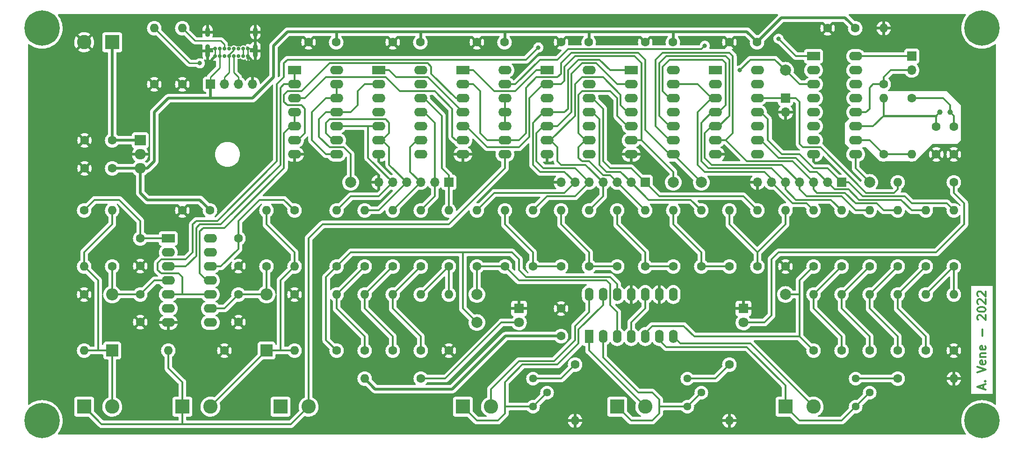
<source format=gbr>
%TF.GenerationSoftware,KiCad,Pcbnew,(6.0.2)*%
%TF.CreationDate,2022-03-13T11:15:41+01:00*%
%TF.ProjectId,TheDAC_v1,54686544-4143-45f7-9631-2e6b69636164,0*%
%TF.SameCoordinates,PX1e47770PY231fb30*%
%TF.FileFunction,Copper,L1,Top*%
%TF.FilePolarity,Positive*%
%FSLAX46Y46*%
G04 Gerber Fmt 4.6, Leading zero omitted, Abs format (unit mm)*
G04 Created by KiCad (PCBNEW (6.0.2)) date 2022-03-13 11:15:41*
%MOMM*%
%LPD*%
G01*
G04 APERTURE LIST*
%ADD10C,0.300000*%
%TA.AperFunction,NonConductor*%
%ADD11C,0.300000*%
%TD*%
%TA.AperFunction,ComponentPad*%
%ADD12R,1.800000X1.800000*%
%TD*%
%TA.AperFunction,ComponentPad*%
%ADD13C,1.800000*%
%TD*%
%TA.AperFunction,ComponentPad*%
%ADD14C,1.600000*%
%TD*%
%TA.AperFunction,ComponentPad*%
%ADD15O,1.600000X1.600000*%
%TD*%
%TA.AperFunction,ComponentPad*%
%ADD16C,2.000000*%
%TD*%
%TA.AperFunction,ComponentPad*%
%ADD17R,2.400000X1.600000*%
%TD*%
%TA.AperFunction,ComponentPad*%
%ADD18O,2.400000X1.600000*%
%TD*%
%TA.AperFunction,ComponentPad*%
%ADD19R,2.600000X2.600000*%
%TD*%
%TA.AperFunction,ComponentPad*%
%ADD20C,2.600000*%
%TD*%
%TA.AperFunction,ComponentPad*%
%ADD21R,2.200000X2.200000*%
%TD*%
%TA.AperFunction,ComponentPad*%
%ADD22O,2.200000X2.200000*%
%TD*%
%TA.AperFunction,ComponentPad*%
%ADD23C,1.440000*%
%TD*%
%TA.AperFunction,ComponentPad*%
%ADD24C,1.000000*%
%TD*%
%TA.AperFunction,ComponentPad*%
%ADD25R,1.700000X1.700000*%
%TD*%
%TA.AperFunction,ComponentPad*%
%ADD26O,1.700000X1.700000*%
%TD*%
%TA.AperFunction,ComponentPad*%
%ADD27R,1.600000X2.400000*%
%TD*%
%TA.AperFunction,ComponentPad*%
%ADD28O,1.600000X2.400000*%
%TD*%
%TA.AperFunction,ComponentPad*%
%ADD29C,0.700000*%
%TD*%
%TA.AperFunction,ComponentPad*%
%ADD30O,0.900000X2.400000*%
%TD*%
%TA.AperFunction,ComponentPad*%
%ADD31O,0.900000X1.700000*%
%TD*%
%TA.AperFunction,ComponentPad*%
%ADD32R,2.000000X1.905000*%
%TD*%
%TA.AperFunction,ComponentPad*%
%ADD33O,2.000000X1.905000*%
%TD*%
%TA.AperFunction,ComponentPad*%
%ADD34C,0.800000*%
%TD*%
%TA.AperFunction,ComponentPad*%
%ADD35C,6.400000*%
%TD*%
%TA.AperFunction,ViaPad*%
%ADD36C,0.800000*%
%TD*%
%TA.AperFunction,Conductor*%
%ADD37C,0.500000*%
%TD*%
%TA.AperFunction,Conductor*%
%ADD38C,0.250000*%
%TD*%
%TA.AperFunction,Conductor*%
%ADD39C,0.350000*%
%TD*%
%TA.AperFunction,Conductor*%
%ADD40C,0.400000*%
%TD*%
G04 APERTURE END LIST*
D10*
D11*
X174240000Y-69146428D02*
X174240000Y-68432142D01*
X174668571Y-69289285D02*
X173168571Y-68789285D01*
X174668571Y-68289285D01*
X174525714Y-67789285D02*
X174597142Y-67717857D01*
X174668571Y-67789285D01*
X174597142Y-67860714D01*
X174525714Y-67789285D01*
X174668571Y-67789285D01*
X173168571Y-66146428D02*
X174668571Y-65646428D01*
X173168571Y-65146428D01*
X174597142Y-64075000D02*
X174668571Y-64217857D01*
X174668571Y-64503571D01*
X174597142Y-64646428D01*
X174454285Y-64717857D01*
X173882857Y-64717857D01*
X173740000Y-64646428D01*
X173668571Y-64503571D01*
X173668571Y-64217857D01*
X173740000Y-64075000D01*
X173882857Y-64003571D01*
X174025714Y-64003571D01*
X174168571Y-64717857D01*
X173668571Y-63360714D02*
X174668571Y-63360714D01*
X173811428Y-63360714D02*
X173740000Y-63289285D01*
X173668571Y-63146428D01*
X173668571Y-62932142D01*
X173740000Y-62789285D01*
X173882857Y-62717857D01*
X174668571Y-62717857D01*
X174597142Y-61432142D02*
X174668571Y-61575000D01*
X174668571Y-61860714D01*
X174597142Y-62003571D01*
X174454285Y-62075000D01*
X173882857Y-62075000D01*
X173740000Y-62003571D01*
X173668571Y-61860714D01*
X173668571Y-61575000D01*
X173740000Y-61432142D01*
X173882857Y-61360714D01*
X174025714Y-61360714D01*
X174168571Y-62075000D01*
X174097142Y-59575000D02*
X174097142Y-58432142D01*
X173311428Y-56646428D02*
X173240000Y-56575000D01*
X173168571Y-56432142D01*
X173168571Y-56075000D01*
X173240000Y-55932142D01*
X173311428Y-55860714D01*
X173454285Y-55789285D01*
X173597142Y-55789285D01*
X173811428Y-55860714D01*
X174668571Y-56717857D01*
X174668571Y-55789285D01*
X173168571Y-54860714D02*
X173168571Y-54717857D01*
X173240000Y-54575000D01*
X173311428Y-54503571D01*
X173454285Y-54432142D01*
X173740000Y-54360714D01*
X174097142Y-54360714D01*
X174382857Y-54432142D01*
X174525714Y-54503571D01*
X174597142Y-54575000D01*
X174668571Y-54717857D01*
X174668571Y-54860714D01*
X174597142Y-55003571D01*
X174525714Y-55075000D01*
X174382857Y-55146428D01*
X174097142Y-55217857D01*
X173740000Y-55217857D01*
X173454285Y-55146428D01*
X173311428Y-55075000D01*
X173240000Y-55003571D01*
X173168571Y-54860714D01*
X173311428Y-53789285D02*
X173240000Y-53717857D01*
X173168571Y-53575000D01*
X173168571Y-53217857D01*
X173240000Y-53075000D01*
X173311428Y-53003571D01*
X173454285Y-52932142D01*
X173597142Y-52932142D01*
X173811428Y-53003571D01*
X174668571Y-53860714D01*
X174668571Y-52932142D01*
X173311428Y-52360714D02*
X173240000Y-52289285D01*
X173168571Y-52146428D01*
X173168571Y-51789285D01*
X173240000Y-51646428D01*
X173311428Y-51575000D01*
X173454285Y-51503571D01*
X173597142Y-51503571D01*
X173811428Y-51575000D01*
X174668571Y-52432142D01*
X174668571Y-51503571D01*
D12*
%TO.P,D4,1*%
%TO.N,GND*%
X130810000Y-54610000D03*
D13*
%TO.P,D4,2*%
%TO.N,Net-(D4-Pad2)*%
X130810000Y-57150000D03*
%TD*%
D14*
%TO.P,R1,1*%
%TO.N,Net-(D1-Pad2)*%
X72390000Y-67310000D03*
D15*
%TO.P,R1,2*%
%TO.N,+5V*%
X62230000Y-67310000D03*
%TD*%
D14*
%TO.P,R2,1*%
%TO.N,GND*%
X36830000Y-62230000D03*
D15*
%TO.P,R2,2*%
%TO.N,/STOP*%
X26670000Y-62230000D03*
%TD*%
D14*
%TO.P,R25,1*%
%TO.N,Net-(R25-Pad1)*%
X77470000Y-46990000D03*
D15*
%TO.P,R25,2*%
%TO.N,/HR_Q0*%
X77470000Y-36830000D03*
%TD*%
D14*
%TO.P,R26,1*%
%TO.N,Net-(R26-Pad1)*%
X72390000Y-46990000D03*
D15*
%TO.P,R26,2*%
%TO.N,/HR_Q1*%
X72390000Y-36830000D03*
%TD*%
D14*
%TO.P,R27,1*%
%TO.N,Net-(R27-Pad1)*%
X67310000Y-46990000D03*
D15*
%TO.P,R27,2*%
%TO.N,/HR_Q2*%
X67310000Y-36830000D03*
%TD*%
D14*
%TO.P,R28,1*%
%TO.N,Net-(R28-Pad1)*%
X62230000Y-46990000D03*
D15*
%TO.P,R28,2*%
%TO.N,/HR_Q3*%
X62230000Y-36830000D03*
%TD*%
D14*
%TO.P,R29,1*%
%TO.N,/HR_A*%
X57150000Y-46990000D03*
D15*
%TO.P,R29,2*%
%TO.N,/HR_Q4*%
X57150000Y-36830000D03*
%TD*%
D14*
%TO.P,R40,1*%
%TO.N,Net-(R26-Pad1)*%
X72390000Y-62230000D03*
D15*
%TO.P,R40,2*%
%TO.N,Net-(R25-Pad1)*%
X72390000Y-52070000D03*
%TD*%
D14*
%TO.P,R41,1*%
%TO.N,Net-(R27-Pad1)*%
X67310000Y-62230000D03*
D15*
%TO.P,R41,2*%
%TO.N,Net-(R26-Pad1)*%
X67310000Y-52070000D03*
%TD*%
D14*
%TO.P,R42,1*%
%TO.N,Net-(R28-Pad1)*%
X62230000Y-62230000D03*
D15*
%TO.P,R42,2*%
%TO.N,Net-(R27-Pad1)*%
X62230000Y-52070000D03*
%TD*%
D14*
%TO.P,R43,1*%
%TO.N,/HR_A*%
X57150000Y-62230000D03*
D15*
%TO.P,R43,2*%
%TO.N,Net-(R28-Pad1)*%
X57150000Y-52070000D03*
%TD*%
D14*
%TO.P,R46,1*%
%TO.N,GND*%
X77470000Y-62230000D03*
D15*
%TO.P,R46,2*%
%TO.N,Net-(R25-Pad1)*%
X77470000Y-52070000D03*
%TD*%
D16*
%TO.P,TP7,1*%
%TO.N,/MIN_A*%
X82550000Y-52070000D03*
%TD*%
%TO.P,TP8,1*%
%TO.N,/HR_A*%
X82550000Y-57150000D03*
%TD*%
D14*
%TO.P,R45,1*%
%TO.N,GND*%
X138430000Y-46990000D03*
D15*
%TO.P,R45,2*%
%TO.N,Net-(R19-Pad1)*%
X138430000Y-36830000D03*
%TD*%
D14*
%TO.P,R39,1*%
%TO.N,/MIN_A*%
X87630000Y-46990000D03*
D15*
%TO.P,R39,2*%
%TO.N,Net-(R23-Pad1)*%
X87630000Y-36830000D03*
%TD*%
D14*
%TO.P,R38,1*%
%TO.N,Net-(R23-Pad1)*%
X97790000Y-46990000D03*
D15*
%TO.P,R38,2*%
%TO.N,Net-(R22-Pad1)*%
X97790000Y-36830000D03*
%TD*%
D14*
%TO.P,R37,1*%
%TO.N,Net-(R22-Pad1)*%
X107950000Y-46990000D03*
D15*
%TO.P,R37,2*%
%TO.N,Net-(R21-Pad1)*%
X107950000Y-36830000D03*
%TD*%
D14*
%TO.P,R36,1*%
%TO.N,Net-(R21-Pad1)*%
X118110000Y-46990000D03*
D15*
%TO.P,R36,2*%
%TO.N,Net-(R20-Pad1)*%
X118110000Y-36830000D03*
%TD*%
D14*
%TO.P,R35,1*%
%TO.N,Net-(R20-Pad1)*%
X128270000Y-46990000D03*
D15*
%TO.P,R35,2*%
%TO.N,Net-(R19-Pad1)*%
X128270000Y-36830000D03*
%TD*%
D14*
%TO.P,R23,1*%
%TO.N,Net-(R23-Pad1)*%
X92710000Y-46990000D03*
D15*
%TO.P,R23,2*%
%TO.N,/MIN_Q4*%
X92710000Y-36830000D03*
%TD*%
D14*
%TO.P,R22,1*%
%TO.N,Net-(R22-Pad1)*%
X102870000Y-46990000D03*
D15*
%TO.P,R22,2*%
%TO.N,/MIN_Q3*%
X102870000Y-36830000D03*
%TD*%
D14*
%TO.P,R21,1*%
%TO.N,Net-(R21-Pad1)*%
X113030000Y-46990000D03*
D15*
%TO.P,R21,2*%
%TO.N,/MIN_Q2*%
X113030000Y-36830000D03*
%TD*%
D14*
%TO.P,R20,1*%
%TO.N,Net-(R20-Pad1)*%
X123190000Y-46990000D03*
D15*
%TO.P,R20,2*%
%TO.N,/MIN_Q1*%
X123190000Y-36830000D03*
%TD*%
D14*
%TO.P,R19,1*%
%TO.N,Net-(R19-Pad1)*%
X133350000Y-46990000D03*
D15*
%TO.P,R19,2*%
%TO.N,/MIN_Q0*%
X133350000Y-36830000D03*
%TD*%
D14*
%TO.P,R24,1*%
%TO.N,/MIN_A*%
X82550000Y-46990000D03*
D15*
%TO.P,R24,2*%
%TO.N,/MIN_Q5*%
X82550000Y-36830000D03*
%TD*%
D17*
%TO.P,U2,1*%
%TO.N,Net-(C8-Pad1)*%
X26670000Y-41910000D03*
D18*
%TO.P,U2,2*%
%TO.N,Net-(U2-Pad2)*%
X26670000Y-44450000D03*
%TO.P,U2,3*%
%TO.N,Net-(U2-Pad3)*%
X26670000Y-46990000D03*
%TO.P,U2,4*%
%TO.N,Net-(C6-Pad1)*%
X26670000Y-49530000D03*
%TO.P,U2,5*%
%TO.N,/8Hz*%
X26670000Y-52070000D03*
%TO.P,U2,6*%
%TO.N,Net-(U2-Pad2)*%
X26670000Y-54610000D03*
%TO.P,U2,7*%
%TO.N,GND*%
X26670000Y-57150000D03*
%TO.P,U2,8*%
%TO.N,Net-(U2-Pad13)*%
X34290000Y-57150000D03*
%TO.P,U2,9*%
%TO.N,Net-(C5-Pad1)*%
X34290000Y-54610000D03*
%TO.P,U2,10*%
%TO.N,/8Hz*%
X34290000Y-52070000D03*
%TO.P,U2,11*%
%TO.N,Net-(U2-Pad11)*%
X34290000Y-49530000D03*
%TO.P,U2,12*%
%TO.N,Net-(C7-Pad1)*%
X34290000Y-46990000D03*
%TO.P,U2,13*%
%TO.N,Net-(U2-Pad13)*%
X34290000Y-44450000D03*
%TO.P,U2,14*%
%TO.N,+5V*%
X34290000Y-41910000D03*
%TD*%
D19*
%TO.P,SW3,1*%
%TO.N,/STOP*%
X11430000Y-72390000D03*
D20*
%TO.P,SW3,2*%
%TO.N,Net-(D3-Pad1)*%
X16510000Y-72390000D03*
%TD*%
D19*
%TO.P,SW2,1*%
%TO.N,/STOP*%
X29210000Y-72390000D03*
D20*
%TO.P,SW2,2*%
%TO.N,Net-(D2-Pad1)*%
X34290000Y-72390000D03*
%TD*%
D14*
%TO.P,R8,1*%
%TO.N,Net-(C6-Pad1)*%
X16510000Y-46990000D03*
D15*
%TO.P,R8,2*%
%TO.N,Net-(D3-Pad1)*%
X16510000Y-36830000D03*
%TD*%
D14*
%TO.P,R7,1*%
%TO.N,Net-(C8-Pad1)*%
X11430000Y-36830000D03*
D15*
%TO.P,R7,2*%
%TO.N,Net-(D3-Pad1)*%
X11430000Y-46990000D03*
%TD*%
D14*
%TO.P,R6,1*%
%TO.N,Net-(C5-Pad1)*%
X44450000Y-46990000D03*
D15*
%TO.P,R6,2*%
%TO.N,Net-(D2-Pad1)*%
X44450000Y-36830000D03*
%TD*%
D14*
%TO.P,R5,1*%
%TO.N,Net-(C7-Pad1)*%
X49530000Y-36830000D03*
D15*
%TO.P,R5,2*%
%TO.N,Net-(D2-Pad1)*%
X49530000Y-46990000D03*
%TD*%
D14*
%TO.P,R4,1*%
%TO.N,GND*%
X11430000Y-52070000D03*
D15*
%TO.P,R4,2*%
%TO.N,Net-(D3-Pad1)*%
X11430000Y-62230000D03*
%TD*%
D14*
%TO.P,R3,1*%
%TO.N,GND*%
X49530000Y-52070000D03*
D15*
%TO.P,R3,2*%
%TO.N,Net-(D2-Pad1)*%
X49530000Y-62230000D03*
%TD*%
D21*
%TO.P,D3,1*%
%TO.N,Net-(D3-Pad1)*%
X16510000Y-62230000D03*
D22*
%TO.P,D3,2*%
%TO.N,Net-(C6-Pad1)*%
X16510000Y-52070000D03*
%TD*%
D14*
%TO.P,C8,1*%
%TO.N,Net-(C8-Pad1)*%
X21590000Y-41910000D03*
%TO.P,C8,2*%
%TO.N,GND*%
X21590000Y-46910000D03*
%TD*%
%TO.P,C6,1*%
%TO.N,Net-(C6-Pad1)*%
X21590000Y-52070000D03*
%TO.P,C6,2*%
%TO.N,GND*%
X21590000Y-57070000D03*
%TD*%
%TO.P,C5,1*%
%TO.N,Net-(C5-Pad1)*%
X39370000Y-52070000D03*
%TO.P,C5,2*%
%TO.N,GND*%
X39370000Y-57070000D03*
%TD*%
%TO.P,C7,1*%
%TO.N,Net-(C7-Pad1)*%
X39370000Y-41910000D03*
%TO.P,C7,2*%
%TO.N,GND*%
X39370000Y-46910000D03*
%TD*%
%TO.P,R50,1*%
%TO.N,GND*%
X29210000Y-13970000D03*
D15*
%TO.P,R50,2*%
%TO.N,Net-(J7-PadB5)*%
X29210000Y-3810000D03*
%TD*%
D23*
%TO.P,RV3,1*%
%TO.N,Net-(R49-Pad1)*%
X92710000Y-67310000D03*
%TO.P,RV3,2*%
%TO.N,Net-(MES3-Pad1)*%
X95250000Y-69850000D03*
%TO.P,RV3,3*%
X92710000Y-72390000D03*
%TD*%
D14*
%TO.P,R49,1*%
%TO.N,Net-(R49-Pad1)*%
X100330000Y-64770000D03*
D15*
%TO.P,R49,2*%
%TO.N,GND*%
X100330000Y-74930000D03*
%TD*%
D14*
%TO.P,R48,1*%
%TO.N,Net-(R48-Pad1)*%
X128270000Y-64770000D03*
D15*
%TO.P,R48,2*%
%TO.N,GND*%
X128270000Y-74930000D03*
%TD*%
D19*
%TO.P,MES3,1*%
%TO.N,Net-(MES3-Pad1)*%
X80010000Y-72390000D03*
D20*
%TO.P,MES3,2*%
%TO.N,Net-(MES3-Pad2)*%
X85090000Y-72390000D03*
%TD*%
D19*
%TO.P,MES2,1*%
%TO.N,Net-(MES2-Pad1)*%
X107950000Y-72390000D03*
D20*
%TO.P,MES2,2*%
%TO.N,Net-(MES2-Pad2)*%
X113030000Y-72390000D03*
%TD*%
D16*
%TO.P,TP1,1*%
%TO.N,Net-(TP1-Pad1)*%
X153670000Y-31750000D03*
%TD*%
D24*
%TO.P,Y1,1*%
%TO.N,Net-(C4-Pad1)*%
X168270000Y-19050000D03*
%TO.P,Y1,2*%
%TO.N,/OSCI*%
X166370000Y-19050000D03*
%TD*%
D16*
%TO.P,TP6,1*%
%TO.N,/SEC_A*%
X138430000Y-52070000D03*
%TD*%
D14*
%TO.P,R11,1*%
%TO.N,/OSCO*%
X156210000Y-26670000D03*
D15*
%TO.P,R11,2*%
%TO.N,/OSCI*%
X156210000Y-16510000D03*
%TD*%
D14*
%TO.P,R10,1*%
%TO.N,Net-(JP1-Pad2)*%
X156210000Y-13970000D03*
D15*
%TO.P,R10,2*%
%TO.N,GND*%
X156210000Y-3810000D03*
%TD*%
D14*
%TO.P,R9,1*%
%TO.N,Net-(C4-Pad1)*%
X161290000Y-16510000D03*
D15*
%TO.P,R9,2*%
%TO.N,/OSCO*%
X161290000Y-26670000D03*
%TD*%
D25*
%TO.P,JP1,1*%
%TO.N,+5V*%
X161290000Y-8890000D03*
D26*
%TO.P,JP1,2*%
%TO.N,Net-(JP1-Pad2)*%
X161290000Y-11430000D03*
%TD*%
D14*
%TO.P,C9,1*%
%TO.N,GND*%
X146050000Y-3810000D03*
%TO.P,C9,2*%
%TO.N,+5V*%
X151050000Y-3810000D03*
%TD*%
%TO.P,C4,1*%
%TO.N,Net-(C4-Pad1)*%
X168910000Y-21670000D03*
%TO.P,C4,2*%
%TO.N,GND*%
X168910000Y-26670000D03*
%TD*%
D27*
%TO.P,U10,1*%
%TO.N,Net-(MES2-Pad2)*%
X102870000Y-59690000D03*
D28*
%TO.P,U10,2*%
%TO.N,Net-(MES2-Pad1)*%
X105410000Y-59690000D03*
%TO.P,U10,3*%
%TO.N,/MIN_A*%
X107950000Y-59690000D03*
%TO.P,U10,4*%
%TO.N,+5V*%
X110490000Y-59690000D03*
%TO.P,U10,5*%
%TO.N,/SEC_A*%
X113030000Y-59690000D03*
%TO.P,U10,6*%
%TO.N,Net-(MES1-Pad1)*%
X115570000Y-59690000D03*
%TO.P,U10,7*%
%TO.N,Net-(MES1-Pad2)*%
X118110000Y-59690000D03*
%TO.P,U10,8*%
%TO.N,Net-(U10-Pad8)*%
X118110000Y-52070000D03*
%TO.P,U10,9*%
%TO.N,GND*%
X115570000Y-52070000D03*
%TO.P,U10,10*%
%TO.N,+5V*%
X113030000Y-52070000D03*
%TO.P,U10,11*%
%TO.N,GND*%
X110490000Y-52070000D03*
%TO.P,U10,12*%
%TO.N,/HR_A*%
X107950000Y-52070000D03*
%TO.P,U10,13*%
%TO.N,Net-(MES3-Pad1)*%
X105410000Y-52070000D03*
%TO.P,U10,14*%
%TO.N,Net-(MES3-Pad2)*%
X102870000Y-52070000D03*
%TD*%
D23*
%TO.P,RV1,1*%
%TO.N,Net-(R47-Pad1)*%
X151130000Y-67310000D03*
%TO.P,RV1,2*%
%TO.N,Net-(MES1-Pad1)*%
X153670000Y-69850000D03*
%TO.P,RV1,3*%
X151130000Y-72390000D03*
%TD*%
D14*
%TO.P,R47,1*%
%TO.N,Net-(R47-Pad1)*%
X158750000Y-67310000D03*
D15*
%TO.P,R47,2*%
%TO.N,GND*%
X168910000Y-67310000D03*
%TD*%
D19*
%TO.P,MES1,1*%
%TO.N,Net-(MES1-Pad1)*%
X138430000Y-72390000D03*
D20*
%TO.P,MES1,2*%
%TO.N,Net-(MES1-Pad2)*%
X143510000Y-72390000D03*
%TD*%
D14*
%TO.P,R44,1*%
%TO.N,GND*%
X168910000Y-62230000D03*
D15*
%TO.P,R44,2*%
%TO.N,Net-(R13-Pad1)*%
X168910000Y-52070000D03*
%TD*%
D14*
%TO.P,R34,1*%
%TO.N,/SEC_A*%
X143510000Y-62230000D03*
D15*
%TO.P,R34,2*%
%TO.N,Net-(R17-Pad1)*%
X143510000Y-52070000D03*
%TD*%
D14*
%TO.P,R33,1*%
%TO.N,Net-(R17-Pad1)*%
X148590000Y-62230000D03*
D15*
%TO.P,R33,2*%
%TO.N,Net-(R16-Pad1)*%
X148590000Y-52070000D03*
%TD*%
D14*
%TO.P,R32,1*%
%TO.N,Net-(R16-Pad1)*%
X153670000Y-62230000D03*
D15*
%TO.P,R32,2*%
%TO.N,Net-(R15-Pad1)*%
X153670000Y-52070000D03*
%TD*%
D14*
%TO.P,R31,1*%
%TO.N,Net-(R15-Pad1)*%
X158750000Y-62230000D03*
D15*
%TO.P,R31,2*%
%TO.N,Net-(R14-Pad1)*%
X158750000Y-52070000D03*
%TD*%
D14*
%TO.P,R30,1*%
%TO.N,Net-(R14-Pad1)*%
X163830000Y-62230000D03*
D15*
%TO.P,R30,2*%
%TO.N,Net-(R13-Pad1)*%
X163830000Y-52070000D03*
%TD*%
D14*
%TO.P,R18,1*%
%TO.N,/SEC_A*%
X143510000Y-46990000D03*
D15*
%TO.P,R18,2*%
%TO.N,/SEC_Q5*%
X143510000Y-36830000D03*
%TD*%
D14*
%TO.P,R17,1*%
%TO.N,Net-(R17-Pad1)*%
X148590000Y-46990000D03*
D15*
%TO.P,R17,2*%
%TO.N,/SEC_Q4*%
X148590000Y-36830000D03*
%TD*%
D14*
%TO.P,R15,1*%
%TO.N,Net-(R15-Pad1)*%
X158750000Y-46990000D03*
D15*
%TO.P,R15,2*%
%TO.N,/SEC_Q2*%
X158750000Y-36830000D03*
%TD*%
D14*
%TO.P,R14,1*%
%TO.N,Net-(R14-Pad1)*%
X163830000Y-46990000D03*
D15*
%TO.P,R14,2*%
%TO.N,/SEC_Q1*%
X163830000Y-36830000D03*
%TD*%
D14*
%TO.P,R13,1*%
%TO.N,Net-(R13-Pad1)*%
X168910000Y-46990000D03*
D15*
%TO.P,R13,2*%
%TO.N,/SEC_Q0*%
X168910000Y-36830000D03*
%TD*%
D14*
%TO.P,R16,1*%
%TO.N,Net-(R16-Pad1)*%
X153670000Y-46990000D03*
D15*
%TO.P,R16,2*%
%TO.N,/SEC_Q3*%
X153670000Y-36830000D03*
%TD*%
D17*
%TO.P,U3,1*%
%TO.N,/8Hz*%
X143510000Y-8890000D03*
D18*
%TO.P,U3,2*%
%TO.N,Net-(U3-Pad2)*%
X143510000Y-11430000D03*
%TO.P,U3,3*%
%TO.N,/2Hz*%
X143510000Y-13970000D03*
%TO.P,U3,4*%
%TO.N,Net-(U3-Pad4)*%
X143510000Y-16510000D03*
%TO.P,U3,5*%
%TO.N,Net-(U3-Pad5)*%
X143510000Y-19050000D03*
%TO.P,U3,6*%
%TO.N,Net-(U3-Pad6)*%
X143510000Y-21590000D03*
%TO.P,U3,7*%
%TO.N,Net-(U3-Pad7)*%
X143510000Y-24130000D03*
%TO.P,U3,8*%
%TO.N,GND*%
X143510000Y-26670000D03*
%TO.P,U3,9*%
%TO.N,Net-(TP1-Pad1)*%
X151130000Y-26670000D03*
%TO.P,U3,10*%
%TO.N,/OSCO*%
X151130000Y-24130000D03*
%TO.P,U3,11*%
%TO.N,/OSCI*%
X151130000Y-21590000D03*
%TO.P,U3,12*%
%TO.N,Net-(JP1-Pad2)*%
X151130000Y-19050000D03*
%TO.P,U3,13*%
%TO.N,Net-(U3-Pad13)*%
X151130000Y-16510000D03*
%TO.P,U3,14*%
%TO.N,Net-(U3-Pad14)*%
X151130000Y-13970000D03*
%TO.P,U3,15*%
%TO.N,Net-(U3-Pad15)*%
X151130000Y-11430000D03*
%TO.P,U3,16*%
%TO.N,+5V*%
X151130000Y-8890000D03*
%TD*%
D25*
%TO.P,J5,1*%
%TO.N,/MIN_Q0*%
X113030000Y-31750000D03*
D26*
%TO.P,J5,2*%
%TO.N,/MIN_Q1*%
X110490000Y-31750000D03*
%TO.P,J5,3*%
%TO.N,/MIN_Q2*%
X107950000Y-31750000D03*
%TO.P,J5,4*%
%TO.N,/MIN_Q3*%
X105410000Y-31750000D03*
%TO.P,J5,5*%
%TO.N,/MIN_Q4*%
X102870000Y-31750000D03*
%TO.P,J5,6*%
%TO.N,/MIN_Q5*%
X100330000Y-31750000D03*
%TO.P,J5,7*%
%TO.N,GND*%
X97790000Y-31750000D03*
%TD*%
D25*
%TO.P,J3,1*%
%TO.N,/HR_Q0*%
X77470000Y-31750000D03*
D26*
%TO.P,J3,2*%
%TO.N,/HR_Q1*%
X74930000Y-31750000D03*
%TO.P,J3,3*%
%TO.N,/HR_Q2*%
X72390000Y-31750000D03*
%TO.P,J3,4*%
%TO.N,/HR_Q3*%
X69850000Y-31750000D03*
%TO.P,J3,5*%
%TO.N,/HR_Q4*%
X67310000Y-31750000D03*
%TO.P,J3,6*%
%TO.N,GND*%
X64770000Y-31750000D03*
%TD*%
D14*
%TO.P,C3,1*%
%TO.N,/OSCI*%
X165735000Y-21670000D03*
%TO.P,C3,2*%
%TO.N,GND*%
X165735000Y-26670000D03*
%TD*%
D17*
%TO.P,U6,1*%
%TO.N,/2Hz*%
X125730000Y-11430000D03*
D18*
%TO.P,U6,2*%
%TO.N,Net-(U5-Pad13)*%
X125730000Y-13970000D03*
%TO.P,U6,3*%
%TO.N,/SEC_Q5*%
X125730000Y-16510000D03*
%TO.P,U6,4*%
%TO.N,/SEC_Q4*%
X125730000Y-19050000D03*
%TO.P,U6,5*%
%TO.N,/SEC_Q3*%
X125730000Y-21590000D03*
%TO.P,U6,6*%
%TO.N,/SEC_Q2*%
X125730000Y-24130000D03*
%TO.P,U6,7*%
%TO.N,GND*%
X125730000Y-26670000D03*
%TO.P,U6,8*%
%TO.N,Net-(U6-Pad8)*%
X133350000Y-26670000D03*
%TO.P,U6,9*%
%TO.N,/SEC_Q1*%
X133350000Y-24130000D03*
%TO.P,U6,10*%
%TO.N,Net-(U6-Pad10)*%
X133350000Y-21590000D03*
%TO.P,U6,11*%
%TO.N,/SEC_Q0*%
X133350000Y-19050000D03*
%TO.P,U6,12*%
%TO.N,/1Hz*%
X133350000Y-16510000D03*
%TO.P,U6,13*%
%TO.N,Net-(U6-Pad13)*%
X133350000Y-13970000D03*
%TO.P,U6,14*%
%TO.N,+5V*%
X133350000Y-11430000D03*
%TD*%
D16*
%TO.P,TP5,1*%
%TO.N,Net-(TP5-Pad1)*%
X59690000Y-31750000D03*
%TD*%
%TO.P,TP4,1*%
%TO.N,Net-(TP4-Pad1)*%
X118110000Y-31750000D03*
%TD*%
%TO.P,TP2,1*%
%TO.N,/2Hz*%
X138430000Y-11430000D03*
%TD*%
D17*
%TO.P,U4,1*%
%TO.N,Net-(U2-Pad3)*%
X49530000Y-11430000D03*
D18*
%TO.P,U4,2*%
X49530000Y-13970000D03*
%TO.P,U4,3*%
%TO.N,Net-(U4-Pad3)*%
X49530000Y-16510000D03*
%TO.P,U4,4*%
%TO.N,Net-(U2-Pad11)*%
X49530000Y-19050000D03*
%TO.P,U4,5*%
X49530000Y-21590000D03*
%TO.P,U4,6*%
%TO.N,Net-(U4-Pad6)*%
X49530000Y-24130000D03*
%TO.P,U4,7*%
%TO.N,GND*%
X49530000Y-26670000D03*
%TO.P,U4,8*%
%TO.N,Net-(U4-Pad12)*%
X57150000Y-26670000D03*
%TO.P,U4,9*%
%TO.N,/HR_Q3*%
X57150000Y-24130000D03*
%TO.P,U4,10*%
%TO.N,/HR_Q4*%
X57150000Y-21590000D03*
%TO.P,U4,11*%
%TO.N,Net-(TP5-Pad1)*%
X57150000Y-19050000D03*
%TO.P,U4,12*%
%TO.N,Net-(U4-Pad12)*%
X57150000Y-16510000D03*
%TO.P,U4,13*%
X57150000Y-13970000D03*
%TO.P,U4,14*%
%TO.N,+5V*%
X57150000Y-11430000D03*
%TD*%
D17*
%TO.P,U5,1*%
%TO.N,Net-(U5-Pad1)*%
X80010000Y-11430000D03*
D18*
%TO.P,U5,2*%
%TO.N,Net-(TP3-Pad1)*%
X80010000Y-13970000D03*
%TO.P,U5,3*%
%TO.N,Net-(U4-Pad6)*%
X80010000Y-16510000D03*
%TO.P,U5,4*%
%TO.N,Net-(U5-Pad4)*%
X80010000Y-19050000D03*
%TO.P,U5,5*%
%TO.N,Net-(TP4-Pad1)*%
X80010000Y-21590000D03*
%TO.P,U5,6*%
%TO.N,Net-(U4-Pad3)*%
X80010000Y-24130000D03*
%TO.P,U5,7*%
%TO.N,GND*%
X80010000Y-26670000D03*
%TO.P,U5,8*%
%TO.N,/STOP*%
X87630000Y-26670000D03*
%TO.P,U5,9*%
%TO.N,Net-(TP3-Pad1)*%
X87630000Y-24130000D03*
%TO.P,U5,10*%
%TO.N,Net-(U5-Pad10)*%
X87630000Y-21590000D03*
%TO.P,U5,11*%
X87630000Y-19050000D03*
%TO.P,U5,12*%
X87630000Y-16510000D03*
%TO.P,U5,13*%
%TO.N,Net-(U5-Pad13)*%
X87630000Y-13970000D03*
%TO.P,U5,14*%
%TO.N,+5V*%
X87630000Y-11430000D03*
%TD*%
D25*
%TO.P,J6,1*%
%TO.N,/1Hz*%
X138430000Y-16510000D03*
D26*
%TO.P,J6,2*%
%TO.N,GND*%
X138430000Y-19050000D03*
%TD*%
D14*
%TO.P,C17,1*%
%TO.N,GND*%
X82550000Y-6350000D03*
%TO.P,C17,2*%
%TO.N,+5V*%
X87550000Y-6350000D03*
%TD*%
%TO.P,C16,1*%
%TO.N,GND*%
X113030000Y-6350000D03*
%TO.P,C16,2*%
%TO.N,+5V*%
X118030000Y-6350000D03*
%TD*%
%TO.P,C14,1*%
%TO.N,GND*%
X52070000Y-6350000D03*
%TO.P,C14,2*%
%TO.N,+5V*%
X57070000Y-6350000D03*
%TD*%
%TO.P,C12,1*%
%TO.N,GND*%
X67310000Y-6350000D03*
%TO.P,C12,2*%
%TO.N,+5V*%
X72310000Y-6350000D03*
%TD*%
%TO.P,C11,1*%
%TO.N,GND*%
X97790000Y-6350000D03*
%TO.P,C11,2*%
%TO.N,+5V*%
X102790000Y-6350000D03*
%TD*%
%TO.P,C10,1*%
%TO.N,GND*%
X128270000Y-6350000D03*
%TO.P,C10,2*%
%TO.N,+5V*%
X133270000Y-6350000D03*
%TD*%
D17*
%TO.P,U8,1*%
%TO.N,Net-(U5-Pad1)*%
X95250000Y-11430000D03*
D18*
%TO.P,U8,2*%
%TO.N,Net-(TP4-Pad1)*%
X95250000Y-13970000D03*
%TO.P,U8,3*%
%TO.N,Net-(U8-Pad3)*%
X95250000Y-16510000D03*
%TO.P,U8,4*%
%TO.N,/MIN_Q5*%
X95250000Y-19050000D03*
%TO.P,U8,5*%
%TO.N,/MIN_Q4*%
X95250000Y-21590000D03*
%TO.P,U8,6*%
%TO.N,/MIN_Q3*%
X95250000Y-24130000D03*
%TO.P,U8,7*%
%TO.N,GND*%
X95250000Y-26670000D03*
%TO.P,U8,8*%
%TO.N,Net-(U8-Pad8)*%
X102870000Y-26670000D03*
%TO.P,U8,9*%
%TO.N,/MIN_Q2*%
X102870000Y-24130000D03*
%TO.P,U8,10*%
%TO.N,Net-(U8-Pad10)*%
X102870000Y-21590000D03*
%TO.P,U8,11*%
%TO.N,/MIN_Q1*%
X102870000Y-19050000D03*
%TO.P,U8,12*%
%TO.N,/MIN_Q0*%
X102870000Y-16510000D03*
%TO.P,U8,13*%
%TO.N,Net-(U8-Pad13)*%
X102870000Y-13970000D03*
%TO.P,U8,14*%
%TO.N,+5V*%
X102870000Y-11430000D03*
%TD*%
D17*
%TO.P,U9,1*%
%TO.N,Net-(U5-Pad4)*%
X64770000Y-11430000D03*
D18*
%TO.P,U9,2*%
%TO.N,Net-(TP5-Pad1)*%
X64770000Y-13970000D03*
%TO.P,U9,3*%
%TO.N,Net-(U9-Pad3)*%
X64770000Y-16510000D03*
%TO.P,U9,4*%
%TO.N,Net-(U9-Pad4)*%
X64770000Y-19050000D03*
%TO.P,U9,5*%
%TO.N,/HR_Q4*%
X64770000Y-21590000D03*
%TO.P,U9,6*%
%TO.N,/HR_Q3*%
X64770000Y-24130000D03*
%TO.P,U9,7*%
%TO.N,GND*%
X64770000Y-26670000D03*
%TO.P,U9,8*%
%TO.N,Net-(U9-Pad8)*%
X72390000Y-26670000D03*
%TO.P,U9,9*%
%TO.N,/HR_Q2*%
X72390000Y-24130000D03*
%TO.P,U9,10*%
%TO.N,Net-(U9-Pad10)*%
X72390000Y-21590000D03*
%TO.P,U9,11*%
%TO.N,/HR_Q1*%
X72390000Y-19050000D03*
%TO.P,U9,12*%
%TO.N,/HR_Q0*%
X72390000Y-16510000D03*
%TO.P,U9,13*%
%TO.N,Net-(U9-Pad13)*%
X72390000Y-13970000D03*
%TO.P,U9,14*%
%TO.N,+5V*%
X72390000Y-11430000D03*
%TD*%
D23*
%TO.P,RV2,1*%
%TO.N,Net-(R48-Pad1)*%
X120650000Y-67310000D03*
%TO.P,RV2,2*%
%TO.N,Net-(MES2-Pad1)*%
X123190000Y-69850000D03*
%TO.P,RV2,3*%
X120650000Y-72390000D03*
%TD*%
D14*
%TO.P,R12,1*%
%TO.N,Net-(D4-Pad2)*%
X168910000Y-31750000D03*
D15*
%TO.P,R12,2*%
%TO.N,/1Hz*%
X158750000Y-31750000D03*
%TD*%
D16*
%TO.P,TP3,1*%
%TO.N,Net-(TP3-Pad1)*%
X123190000Y-31750000D03*
%TD*%
D12*
%TO.P,D1,1*%
%TO.N,GND*%
X90170000Y-54610000D03*
D13*
%TO.P,D1,2*%
%TO.N,Net-(D1-Pad2)*%
X90170000Y-57150000D03*
%TD*%
D19*
%TO.P,SW1,1*%
%TO.N,+5V*%
X46990000Y-72390000D03*
D20*
%TO.P,SW1,2*%
%TO.N,/STOP*%
X52070000Y-72390000D03*
%TD*%
D29*
%TO.P,J7,A1*%
%TO.N,GND*%
X41084500Y-8890000D03*
%TO.P,J7,A4*%
%TO.N,+5V*%
X40234500Y-8890000D03*
%TO.P,J7,A5*%
%TO.N,Net-(J7-PadA5)*%
X39384500Y-8890000D03*
%TO.P,J7,A6*%
%TO.N,/D+*%
X38534500Y-8890000D03*
%TO.P,J7,A7*%
%TO.N,/D-*%
X37684500Y-8890000D03*
%TO.P,J7,A8*%
%TO.N,Net-(J7-PadA8)*%
X36834500Y-8890000D03*
%TO.P,J7,A9*%
%TO.N,+5V*%
X35984500Y-8890000D03*
%TO.P,J7,A12*%
%TO.N,GND*%
X35134500Y-8890000D03*
%TO.P,J7,B1*%
X35134500Y-7540000D03*
%TO.P,J7,B4*%
%TO.N,+5V*%
X35984500Y-7540000D03*
%TO.P,J7,B5*%
%TO.N,Net-(J7-PadB5)*%
X36834500Y-7540000D03*
%TO.P,J7,B6*%
%TO.N,/D+*%
X37684500Y-7540000D03*
%TO.P,J7,B7*%
%TO.N,/D-*%
X38534500Y-7540000D03*
%TO.P,J7,B8*%
%TO.N,Net-(J7-PadB8)*%
X39384500Y-7540000D03*
%TO.P,J7,B9*%
%TO.N,+5V*%
X40234500Y-7540000D03*
%TO.P,J7,B12*%
%TO.N,GND*%
X41084500Y-7540000D03*
D30*
%TO.P,J7,S1*%
X33784500Y-7910000D03*
X42434500Y-7910000D03*
D31*
X42434500Y-4530000D03*
X33784500Y-4530000D03*
%TD*%
D14*
%TO.P,C2,1*%
%TO.N,+5V*%
X16510000Y-29210000D03*
%TO.P,C2,2*%
%TO.N,GND*%
X11510000Y-29210000D03*
%TD*%
%TO.P,C1,1*%
%TO.N,+12V*%
X16510000Y-24130000D03*
%TO.P,C1,2*%
%TO.N,GND*%
X11510000Y-24130000D03*
%TD*%
%TO.P,C15,1*%
%TO.N,GND*%
X97790000Y-54610000D03*
%TO.P,C15,2*%
%TO.N,+5V*%
X97790000Y-59610000D03*
%TD*%
D19*
%TO.P,J1,1*%
%TO.N,+12V*%
X16510000Y-6350000D03*
D20*
%TO.P,J1,2*%
%TO.N,GND*%
X11430000Y-6350000D03*
%TD*%
D25*
%TO.P,J2,1*%
%TO.N,+5V*%
X34290000Y-13970000D03*
D26*
%TO.P,J2,2*%
%TO.N,/D-*%
X36830000Y-13970000D03*
%TO.P,J2,3*%
%TO.N,/D+*%
X39370000Y-13970000D03*
%TO.P,J2,4*%
%TO.N,GND*%
X41910000Y-13970000D03*
%TD*%
D32*
%TO.P,U1,1*%
%TO.N,+12V*%
X21590000Y-24130000D03*
D33*
%TO.P,U1,2*%
%TO.N,GND*%
X21590000Y-26670000D03*
%TO.P,U1,3*%
%TO.N,+5V*%
X21590000Y-29210000D03*
%TD*%
D14*
%TO.P,R51,1*%
%TO.N,GND*%
X24130000Y-13970000D03*
D15*
%TO.P,R51,2*%
%TO.N,Net-(J7-PadA5)*%
X24130000Y-3810000D03*
%TD*%
D14*
%TO.P,C13,1*%
%TO.N,GND*%
X29210000Y-36830000D03*
%TO.P,C13,2*%
%TO.N,+5V*%
X34210000Y-36830000D03*
%TD*%
D34*
%TO.P,H1,1*%
%TO.N,N/C*%
X2112944Y-2112944D03*
X2112944Y-5507056D03*
X1410000Y-3810000D03*
X3810000Y-6210000D03*
X6210000Y-3810000D03*
X3810000Y-1410000D03*
X5507056Y-5507056D03*
D35*
X3810000Y-3810000D03*
D34*
X5507056Y-2112944D03*
%TD*%
%TO.P,H2,1*%
%TO.N,N/C*%
X6210000Y-74930000D03*
X2112944Y-73232944D03*
X5507056Y-76627056D03*
X1410000Y-74930000D03*
X5507056Y-73232944D03*
X3810000Y-72530000D03*
X2112944Y-76627056D03*
D35*
X3810000Y-74930000D03*
D34*
X3810000Y-77330000D03*
%TD*%
D35*
%TO.P,H3,1*%
%TO.N,N/C*%
X173990000Y-3810000D03*
D34*
X175687056Y-2112944D03*
X171590000Y-3810000D03*
X172292944Y-5507056D03*
X173990000Y-1410000D03*
X176390000Y-3810000D03*
X175687056Y-5507056D03*
X173990000Y-6210000D03*
X172292944Y-2112944D03*
%TD*%
%TO.P,H4,1*%
%TO.N,N/C*%
X173990000Y-77330000D03*
X172292944Y-73232944D03*
X175687056Y-73232944D03*
X176390000Y-74930000D03*
X171590000Y-74930000D03*
D35*
X173990000Y-74930000D03*
D34*
X175687056Y-76627056D03*
X172292944Y-76627056D03*
X173990000Y-72530000D03*
%TD*%
D17*
%TO.P,U7,1*%
%TO.N,/MIN_Q5*%
X110490000Y-11430000D03*
D18*
%TO.P,U7,2*%
%TO.N,/MIN_Q4*%
X110490000Y-13970000D03*
%TO.P,U7,3*%
%TO.N,N/C*%
X110490000Y-16510000D03*
%TO.P,U7,4*%
%TO.N,/MIN_Q3*%
X110490000Y-19050000D03*
%TO.P,U7,5*%
%TO.N,/MIN_Q2*%
X110490000Y-21590000D03*
%TO.P,U7,6*%
%TO.N,Net-(TP4-Pad1)*%
X110490000Y-24130000D03*
%TO.P,U7,7*%
%TO.N,GND*%
X110490000Y-26670000D03*
%TO.P,U7,8*%
%TO.N,Net-(TP3-Pad1)*%
X118110000Y-26670000D03*
%TO.P,U7,9*%
%TO.N,/SEC_Q2*%
X118110000Y-24130000D03*
%TO.P,U7,10*%
%TO.N,/SEC_Q3*%
X118110000Y-21590000D03*
%TO.P,U7,11*%
%TO.N,N/C*%
X118110000Y-19050000D03*
%TO.P,U7,12*%
%TO.N,/SEC_Q4*%
X118110000Y-16510000D03*
%TO.P,U7,13*%
%TO.N,/SEC_Q5*%
X118110000Y-13970000D03*
%TO.P,U7,14*%
%TO.N,+5V*%
X118110000Y-11430000D03*
%TD*%
D25*
%TO.P,J4,1*%
%TO.N,/SEC_Q0*%
X148590000Y-31750000D03*
D26*
%TO.P,J4,2*%
%TO.N,/SEC_Q1*%
X146050000Y-31750000D03*
%TO.P,J4,3*%
%TO.N,/SEC_Q2*%
X143510000Y-31750000D03*
%TO.P,J4,4*%
%TO.N,/SEC_Q3*%
X140970000Y-31750000D03*
%TO.P,J4,5*%
%TO.N,/SEC_Q4*%
X138430000Y-31750000D03*
%TO.P,J4,6*%
%TO.N,/SEC_Q5*%
X135890000Y-31750000D03*
%TO.P,J4,7*%
%TO.N,GND*%
X133350000Y-31750000D03*
%TD*%
D21*
%TO.P,D2,1*%
%TO.N,Net-(D2-Pad1)*%
X44450000Y-62230000D03*
D22*
%TO.P,D2,2*%
%TO.N,Net-(C5-Pad1)*%
X44450000Y-52070000D03*
%TD*%
D36*
%TO.N,GND*%
X41910000Y-26670000D03*
X30480000Y-33020000D03*
X33020000Y-33020000D03*
X40640000Y-20320000D03*
X33020000Y-20320000D03*
X43180000Y-27940000D03*
X34290000Y-19050000D03*
X41910000Y-21590000D03*
X41910000Y-19050000D03*
X35560000Y-33020000D03*
X29210000Y-19050000D03*
X39370000Y-19050000D03*
X30480000Y-20320000D03*
X25400000Y-20320000D03*
X36830000Y-19050000D03*
X35560000Y-20320000D03*
X38100000Y-33020000D03*
X26670000Y-19050000D03*
X43180000Y-25400000D03*
X25400000Y-33020000D03*
X31750000Y-19050000D03*
X38100000Y-20320000D03*
X27940000Y-33020000D03*
X36830000Y-34290000D03*
X41910000Y-24130000D03*
X43180000Y-20320000D03*
X41910000Y-29210000D03*
X27940000Y-20320000D03*
X43180000Y-22860000D03*
X34290000Y-34290000D03*
%TO.N,Net-(J7-PadA5)*%
X32385000Y-10160000D03*
%TO.N,/2Hz*%
X130175000Y-11430000D03*
%TO.N,/8Hz*%
X137160000Y-5715000D03*
X93662500Y-7302500D03*
%TO.N,Net-(U5-Pad13)*%
X123825000Y-6985000D03*
%TD*%
D37*
%TO.N,+12V*%
X16510000Y-24130000D02*
X16510000Y-6350000D01*
X21590000Y-24130000D02*
X16510000Y-24130000D01*
D38*
%TO.N,GND*%
X35134500Y-7540000D02*
X35134500Y-8890000D01*
X42064500Y-7540000D02*
X42434500Y-7910000D01*
X35134500Y-7540000D02*
X34154500Y-7540000D01*
X41910000Y-12700000D02*
X41910000Y-13970000D01*
X41084500Y-8890000D02*
X41084500Y-11874500D01*
X41084500Y-7540000D02*
X42064500Y-7540000D01*
X41084500Y-11874500D02*
X41910000Y-12700000D01*
X34154500Y-7540000D02*
X33784500Y-7910000D01*
X41084500Y-7540000D02*
X41084500Y-8890000D01*
D37*
%TO.N,+5V*%
X97790000Y-59610000D02*
X87710000Y-59610000D01*
X21590000Y-29210000D02*
X22860000Y-29210000D01*
D38*
X35984500Y-11005500D02*
X34290000Y-12700000D01*
D37*
X133270000Y-6270000D02*
X131445000Y-4445000D01*
D39*
X113030000Y-54610000D02*
X113030000Y-52070000D01*
D37*
X151050000Y-3810000D02*
X151050000Y-3730000D01*
X118110000Y-4445000D02*
X118110000Y-6270000D01*
X87630000Y-6270000D02*
X87550000Y-6350000D01*
X87630000Y-4445000D02*
X72390000Y-4445000D01*
X133270000Y-6350000D02*
X133270000Y-6270000D01*
X64135000Y-69215000D02*
X62230000Y-67310000D01*
X87630000Y-4445000D02*
X87630000Y-6270000D01*
X137715000Y-1905000D02*
X133270000Y-6350000D01*
X72390000Y-4445000D02*
X72390000Y-6270000D01*
X26670000Y-16510000D02*
X34290000Y-16510000D01*
X32385000Y-34925000D02*
X22860000Y-34925000D01*
X22860000Y-34925000D02*
X21590000Y-33655000D01*
X21590000Y-29210000D02*
X16510000Y-29210000D01*
X118110000Y-6270000D02*
X118030000Y-6350000D01*
X48260000Y-4445000D02*
X57150000Y-4445000D01*
X102870000Y-4445000D02*
X102870000Y-6270000D01*
X34290000Y-16510000D02*
X41910000Y-16510000D01*
X22860000Y-29210000D02*
X24130000Y-27940000D01*
X149225000Y-1905000D02*
X137715000Y-1905000D01*
D38*
X34290000Y-12700000D02*
X34290000Y-13970000D01*
D37*
X24130000Y-27940000D02*
X24130000Y-19050000D01*
X41910000Y-16510000D02*
X45720000Y-12700000D01*
X21590000Y-33655000D02*
X21590000Y-29210000D01*
D39*
X110490000Y-59690000D02*
X110490000Y-57150000D01*
D38*
X35984500Y-8890000D02*
X35984500Y-11005500D01*
X35984500Y-8890000D02*
X35984500Y-7540000D01*
D37*
X151050000Y-3730000D02*
X149225000Y-1905000D01*
X57150000Y-6270000D02*
X57070000Y-6350000D01*
X118110000Y-4445000D02*
X102870000Y-4445000D01*
X78105000Y-69215000D02*
X64135000Y-69215000D01*
X72390000Y-4445000D02*
X57150000Y-4445000D01*
X57150000Y-4445000D02*
X57150000Y-6270000D01*
X24130000Y-19050000D02*
X26670000Y-16510000D01*
X45720000Y-6985000D02*
X48260000Y-4445000D01*
X34210000Y-36830000D02*
X34210000Y-36750000D01*
D38*
X40234500Y-7540000D02*
X40234500Y-8890000D01*
D37*
X131445000Y-4445000D02*
X118110000Y-4445000D01*
X34210000Y-36750000D02*
X32385000Y-34925000D01*
X34290000Y-13970000D02*
X34290000Y-16510000D01*
X102870000Y-4445000D02*
X87630000Y-4445000D01*
D39*
X110490000Y-57150000D02*
X113030000Y-54610000D01*
D37*
X87710000Y-59610000D02*
X78105000Y-69215000D01*
X72390000Y-6270000D02*
X72310000Y-6350000D01*
X45720000Y-12700000D02*
X45720000Y-6985000D01*
X102870000Y-6270000D02*
X102790000Y-6350000D01*
D39*
X161290000Y-8890000D02*
X151130000Y-8890000D01*
%TO.N,/OSCI*%
X165735000Y-21670000D02*
X165735000Y-19685000D01*
X156210000Y-19685000D02*
X156210000Y-16510000D01*
X154305000Y-21590000D02*
X156210000Y-19685000D01*
X151130000Y-21590000D02*
X154305000Y-21590000D01*
D40*
X156210000Y-19685000D02*
X165735000Y-19685000D01*
D39*
X165735000Y-19685000D02*
X166370000Y-19050000D01*
%TO.N,Net-(C4-Pad1)*%
X168910000Y-19690000D02*
X168270000Y-19050000D01*
X168270000Y-17775000D02*
X168270000Y-19050000D01*
X167005000Y-16510000D02*
X168270000Y-17775000D01*
X168910000Y-21670000D02*
X168910000Y-19690000D01*
X161290000Y-16510000D02*
X167005000Y-16510000D01*
%TO.N,Net-(C5-Pad1)*%
X36830000Y-54610000D02*
X39370000Y-52070000D01*
X39370000Y-52070000D02*
X44450000Y-52070000D01*
X44450000Y-52070000D02*
X44450000Y-46990000D01*
X34290000Y-54610000D02*
X36830000Y-54610000D01*
%TO.N,Net-(C6-Pad1)*%
X21590000Y-52070000D02*
X16510000Y-52070000D01*
X16510000Y-46990000D02*
X16510000Y-52070000D01*
X24130000Y-49530000D02*
X21590000Y-52070000D01*
X26670000Y-49530000D02*
X24130000Y-49530000D01*
%TO.N,Net-(C7-Pad1)*%
X47625000Y-34925000D02*
X49530000Y-36830000D01*
X39370000Y-41910000D02*
X39370000Y-38735000D01*
X39370000Y-38735000D02*
X43180000Y-34925000D01*
X36195000Y-46990000D02*
X39370000Y-43815000D01*
X34290000Y-46990000D02*
X36195000Y-46990000D01*
X39370000Y-43815000D02*
X39370000Y-41910000D01*
X43180000Y-34925000D02*
X47625000Y-34925000D01*
%TO.N,Net-(C8-Pad1)*%
X13335000Y-34925000D02*
X11430000Y-36830000D01*
X26670000Y-41910000D02*
X21590000Y-41910000D01*
X21590000Y-41910000D02*
X21590000Y-38735000D01*
X17780000Y-34925000D02*
X13335000Y-34925000D01*
X21590000Y-38735000D02*
X17780000Y-34925000D01*
%TO.N,Net-(D1-Pad2)*%
X86995000Y-57150000D02*
X76835000Y-67310000D01*
X90170000Y-57150000D02*
X86995000Y-57150000D01*
X76835000Y-67310000D02*
X72390000Y-67310000D01*
%TO.N,Net-(D2-Pad1)*%
X46990000Y-62230000D02*
X49530000Y-62230000D01*
X46990000Y-62230000D02*
X46990000Y-49530000D01*
X46990000Y-49530000D02*
X49530000Y-46990000D01*
X44450000Y-62230000D02*
X34290000Y-72390000D01*
X49530000Y-46990000D02*
X49530000Y-44450000D01*
X44450000Y-62230000D02*
X46990000Y-62230000D01*
X49530000Y-44450000D02*
X44450000Y-39370000D01*
X44450000Y-39370000D02*
X44450000Y-36830000D01*
%TO.N,Net-(D3-Pad1)*%
X11430000Y-44450000D02*
X16510000Y-39370000D01*
X11430000Y-46990000D02*
X11430000Y-44450000D01*
X16510000Y-39370000D02*
X16510000Y-36830000D01*
X16510000Y-62230000D02*
X16510000Y-72390000D01*
X13970000Y-49530000D02*
X11430000Y-46990000D01*
X13970000Y-62230000D02*
X13970000Y-49530000D01*
X13970000Y-62230000D02*
X16510000Y-62230000D01*
X11430000Y-62230000D02*
X13970000Y-62230000D01*
%TO.N,Net-(D4-Pad2)*%
X170815000Y-35560000D02*
X168910000Y-33655000D01*
X130810000Y-57150000D02*
X134620000Y-57150000D01*
X170815000Y-39370000D02*
X170815000Y-35560000D01*
X165735000Y-44450000D02*
X170815000Y-39370000D01*
X137160000Y-44450000D02*
X165735000Y-44450000D01*
X135890000Y-55880000D02*
X135890000Y-45720000D01*
X168910000Y-33655000D02*
X168910000Y-31750000D01*
X134620000Y-57150000D02*
X135890000Y-55880000D01*
X135890000Y-45720000D02*
X137160000Y-44450000D01*
%TO.N,/HR_Q0*%
X77470000Y-31750000D02*
X77470000Y-30480000D01*
X77470000Y-30480000D02*
X76200000Y-29210000D01*
X73025000Y-16510000D02*
X72390000Y-16510000D01*
X77470000Y-36830000D02*
X77470000Y-31750000D01*
X76200000Y-29210000D02*
X76200000Y-19685000D01*
X76200000Y-19685000D02*
X73025000Y-16510000D01*
%TO.N,/HR_Q1*%
X74930000Y-34290000D02*
X72390000Y-36830000D01*
X74930000Y-31750000D02*
X74930000Y-20955000D01*
X73025000Y-19050000D02*
X72390000Y-19050000D01*
X74930000Y-20955000D02*
X73025000Y-19050000D01*
X74930000Y-31750000D02*
X74930000Y-34290000D01*
%TO.N,/HR_Q2*%
X72390000Y-31750000D02*
X67310000Y-36830000D01*
X71755000Y-24130000D02*
X72390000Y-24130000D01*
X70485000Y-25400000D02*
X71755000Y-24130000D01*
X72390000Y-31750000D02*
X70485000Y-29845000D01*
X70485000Y-29845000D02*
X70485000Y-25400000D01*
%TO.N,/HR_Q3*%
X55880000Y-20320000D02*
X55245000Y-20955000D01*
X65405000Y-24130000D02*
X66675000Y-22860000D01*
X66675000Y-20955000D02*
X66040000Y-20320000D01*
X66675000Y-22860000D02*
X66675000Y-20955000D01*
X55245000Y-22860000D02*
X56515000Y-24130000D01*
X62230000Y-36830000D02*
X64770000Y-36830000D01*
X69850000Y-31750000D02*
X66675000Y-28575000D01*
X56515000Y-24130000D02*
X57150000Y-24130000D01*
X55880000Y-20320000D02*
X66040000Y-20320000D01*
X55245000Y-20955000D02*
X55245000Y-22860000D01*
X66675000Y-28575000D02*
X66675000Y-25400000D01*
X65405000Y-24130000D02*
X64770000Y-24130000D01*
X64770000Y-36830000D02*
X69850000Y-31750000D01*
X66675000Y-25400000D02*
X65405000Y-24130000D01*
%TO.N,/HR_Q4*%
X62865000Y-21590000D02*
X64770000Y-21590000D01*
X62865000Y-21590000D02*
X57150000Y-21590000D01*
X64770000Y-34290000D02*
X59690000Y-34290000D01*
X62865000Y-27305000D02*
X62865000Y-21590000D01*
X67310000Y-31750000D02*
X62865000Y-27305000D01*
X59690000Y-34290000D02*
X57150000Y-36830000D01*
X67310000Y-31750000D02*
X64770000Y-34290000D01*
%TO.N,/SEC_Q5*%
X120015000Y-13970000D02*
X118110000Y-13970000D01*
X122555000Y-19050000D02*
X125095000Y-16510000D01*
X120015000Y-13970000D02*
X122555000Y-13970000D01*
X135890000Y-31750000D02*
X135890000Y-31115000D01*
X142240000Y-35560000D02*
X143510000Y-36830000D01*
X135890000Y-31750000D02*
X139700000Y-35560000D01*
X139700000Y-35560000D02*
X142240000Y-35560000D01*
X135890000Y-31115000D02*
X134620000Y-29845000D01*
X123825000Y-29845000D02*
X122555000Y-28575000D01*
X122555000Y-28575000D02*
X122555000Y-19050000D01*
X125095000Y-16510000D02*
X125730000Y-16510000D01*
X122555000Y-13970000D02*
X125095000Y-16510000D01*
X134620000Y-29845000D02*
X123825000Y-29845000D01*
%TO.N,/SEC_Q4*%
X123190000Y-27940000D02*
X123190000Y-20955000D01*
X138430000Y-31750000D02*
X135890000Y-29210000D01*
X140335000Y-34925000D02*
X138430000Y-33020000D01*
X146685000Y-34925000D02*
X140335000Y-34925000D01*
X116205000Y-10795000D02*
X116205000Y-15240000D01*
X126365000Y-19050000D02*
X127635000Y-17780000D01*
X116205000Y-15240000D02*
X117475000Y-16510000D01*
X124460000Y-29210000D02*
X123190000Y-27940000D01*
X117475000Y-16510000D02*
X118110000Y-16510000D01*
X127000000Y-9525000D02*
X117475000Y-9525000D01*
X148590000Y-36830000D02*
X146685000Y-34925000D01*
X125730000Y-19050000D02*
X126365000Y-19050000D01*
X123190000Y-20955000D02*
X125095000Y-19050000D01*
X117475000Y-9525000D02*
X116205000Y-10795000D01*
X125095000Y-19050000D02*
X125730000Y-19050000D01*
X135890000Y-29210000D02*
X124460000Y-29210000D01*
X127635000Y-17780000D02*
X127635000Y-10160000D01*
X138430000Y-33020000D02*
X138430000Y-31750000D01*
X127635000Y-10160000D02*
X127000000Y-9525000D01*
%TO.N,/SEC_Q3*%
X128270000Y-9525000D02*
X127635000Y-8890000D01*
X116840000Y-8890000D02*
X115570000Y-10160000D01*
X123825000Y-22860000D02*
X125095000Y-21590000D01*
X115570000Y-10160000D02*
X115570000Y-19685000D01*
X153670000Y-36830000D02*
X151130000Y-36830000D01*
X123825000Y-27305000D02*
X123825000Y-22860000D01*
X148590000Y-34290000D02*
X142240000Y-34290000D01*
X117475000Y-21590000D02*
X118110000Y-21590000D01*
X125095000Y-21590000D02*
X125730000Y-21590000D01*
X125095000Y-28575000D02*
X123825000Y-27305000D01*
X142240000Y-34290000D02*
X140970000Y-33020000D01*
X140970000Y-33020000D02*
X140970000Y-31750000D01*
X151130000Y-36830000D02*
X148590000Y-34290000D01*
X127635000Y-8890000D02*
X116840000Y-8890000D01*
X125730000Y-21590000D02*
X126365000Y-21590000D01*
X137795000Y-28575000D02*
X125095000Y-28575000D01*
X140970000Y-31750000D02*
X137795000Y-28575000D01*
X115570000Y-19685000D02*
X117475000Y-21590000D01*
X126365000Y-21590000D02*
X128270000Y-19685000D01*
X128270000Y-19685000D02*
X128270000Y-9525000D01*
%TO.N,/SEC_Q2*%
X127635000Y-24130000D02*
X125730000Y-24130000D01*
X128905000Y-22860000D02*
X128905000Y-8890000D01*
X139700000Y-27940000D02*
X131445000Y-27940000D01*
X156210000Y-36830000D02*
X154940000Y-35560000D01*
X128905000Y-8890000D02*
X128270000Y-8255000D01*
X154940000Y-35560000D02*
X151130000Y-35560000D01*
X143510000Y-33020000D02*
X143510000Y-31750000D01*
X149225000Y-33655000D02*
X144145000Y-33655000D01*
X117475000Y-24130000D02*
X118110000Y-24130000D01*
X151130000Y-35560000D02*
X149225000Y-33655000D01*
X116205000Y-8255000D02*
X114935000Y-9525000D01*
X114935000Y-9525000D02*
X114935000Y-21590000D01*
X131445000Y-27940000D02*
X127635000Y-24130000D01*
X114935000Y-21590000D02*
X117475000Y-24130000D01*
X143510000Y-31750000D02*
X139700000Y-27940000D01*
X116205000Y-8255000D02*
X128270000Y-8255000D01*
X144145000Y-33655000D02*
X143510000Y-33020000D01*
X158750000Y-36830000D02*
X156210000Y-36830000D01*
X127635000Y-24130000D02*
X128905000Y-22860000D01*
%TO.N,/SEC_Q1*%
X151765000Y-34925000D02*
X149860000Y-33020000D01*
X140335000Y-27305000D02*
X137160000Y-27305000D01*
X137160000Y-27305000D02*
X133985000Y-24130000D01*
X142875000Y-29845000D02*
X140335000Y-27305000D01*
X144145000Y-29845000D02*
X142875000Y-29845000D01*
X159385000Y-34925000D02*
X151765000Y-34925000D01*
X133985000Y-24130000D02*
X133350000Y-24130000D01*
X161290000Y-36830000D02*
X159385000Y-34925000D01*
X147320000Y-33020000D02*
X146050000Y-31750000D01*
X163830000Y-36830000D02*
X161290000Y-36830000D01*
X149860000Y-33020000D02*
X147320000Y-33020000D01*
X146050000Y-31750000D02*
X144145000Y-29845000D01*
%TO.N,/SEC_Q0*%
X148590000Y-31750000D02*
X146050000Y-29210000D01*
X149860000Y-31750000D02*
X152400000Y-34290000D01*
X133985000Y-19050000D02*
X133350000Y-19050000D01*
X148590000Y-31750000D02*
X149860000Y-31750000D01*
X140970000Y-26670000D02*
X137795000Y-26670000D01*
X152400000Y-34290000D02*
X160020000Y-34290000D01*
X146050000Y-29210000D02*
X143510000Y-29210000D01*
X161290000Y-35560000D02*
X167640000Y-35560000D01*
X135255000Y-20320000D02*
X133985000Y-19050000D01*
X137795000Y-26670000D02*
X135255000Y-24130000D01*
X167640000Y-35560000D02*
X168910000Y-36830000D01*
X143510000Y-29210000D02*
X140970000Y-26670000D01*
X160020000Y-34290000D02*
X161290000Y-35560000D01*
X135255000Y-24130000D02*
X135255000Y-20320000D01*
%TO.N,/MIN_Q0*%
X103505000Y-16510000D02*
X102870000Y-16510000D01*
X113030000Y-31750000D02*
X115570000Y-34290000D01*
X110490000Y-29210000D02*
X106680000Y-29210000D01*
X105410000Y-18415000D02*
X103505000Y-16510000D01*
X130810000Y-34290000D02*
X133350000Y-36830000D01*
X106680000Y-29210000D02*
X105410000Y-27940000D01*
X113030000Y-31750000D02*
X110490000Y-29210000D01*
X115570000Y-34290000D02*
X130810000Y-34290000D01*
X105410000Y-27940000D02*
X105410000Y-18415000D01*
%TO.N,/MIN_Q1*%
X110490000Y-31750000D02*
X113665000Y-34925000D01*
X104775000Y-20320000D02*
X103505000Y-19050000D01*
X113665000Y-34925000D02*
X121285000Y-34925000D01*
X104775000Y-28575000D02*
X104775000Y-20320000D01*
X103505000Y-19050000D02*
X102870000Y-19050000D01*
X106045000Y-29845000D02*
X104775000Y-28575000D01*
X121285000Y-34925000D02*
X123190000Y-36830000D01*
X110490000Y-31750000D02*
X108585000Y-29845000D01*
X108585000Y-29845000D02*
X106045000Y-29845000D01*
%TO.N,/MIN_Q2*%
X106680000Y-15240000D02*
X107950000Y-16510000D01*
X100965000Y-22860000D02*
X100965000Y-15875000D01*
X101600000Y-27940000D02*
X100965000Y-27305000D01*
X101600000Y-15240000D02*
X106680000Y-15240000D01*
X106680000Y-30480000D02*
X105410000Y-30480000D01*
X107950000Y-19685000D02*
X109855000Y-21590000D01*
X100965000Y-27305000D02*
X100965000Y-25400000D01*
X105410000Y-30480000D02*
X102870000Y-27940000D01*
X109855000Y-21590000D02*
X110490000Y-21590000D01*
X107950000Y-31750000D02*
X106680000Y-30480000D01*
X102870000Y-27940000D02*
X101600000Y-27940000D01*
X107950000Y-31750000D02*
X113030000Y-36830000D01*
X107950000Y-16510000D02*
X107950000Y-19685000D01*
X100965000Y-25400000D02*
X102235000Y-24130000D01*
X102235000Y-24130000D02*
X102870000Y-24130000D01*
X100965000Y-15875000D02*
X101600000Y-15240000D01*
X102235000Y-24130000D02*
X100965000Y-22860000D01*
%TO.N,/MIN_Q3*%
X97155000Y-27940000D02*
X97155000Y-25400000D01*
X102235000Y-28575000D02*
X97790000Y-28575000D01*
X108585000Y-17780000D02*
X109855000Y-19050000D01*
X108585000Y-15875000D02*
X108585000Y-17780000D01*
X101600000Y-12700000D02*
X105410000Y-12700000D01*
X97790000Y-28575000D02*
X97155000Y-27940000D01*
X97155000Y-25400000D02*
X95885000Y-24130000D01*
X105410000Y-31750000D02*
X105410000Y-34290000D01*
X100330000Y-19685000D02*
X100330000Y-13970000D01*
X105410000Y-31750000D02*
X102235000Y-28575000D01*
X109855000Y-19050000D02*
X110490000Y-19050000D01*
X105410000Y-12700000D02*
X108585000Y-15875000D01*
X100330000Y-13970000D02*
X101600000Y-12700000D01*
X95885000Y-24130000D02*
X100330000Y-19685000D01*
X95885000Y-24130000D02*
X95250000Y-24130000D01*
X105410000Y-34290000D02*
X102870000Y-36830000D01*
%TO.N,/MIN_Q4*%
X99695000Y-19050000D02*
X97155000Y-21590000D01*
X101600000Y-10160000D02*
X99695000Y-12065000D01*
X99695000Y-12065000D02*
X99695000Y-19050000D01*
X104140000Y-10160000D02*
X101600000Y-10160000D01*
X97155000Y-21590000D02*
X95250000Y-21590000D01*
X107950000Y-13970000D02*
X104140000Y-10160000D01*
X102870000Y-31750000D02*
X100330000Y-34290000D01*
X93345000Y-27940000D02*
X93345000Y-22860000D01*
X100330000Y-34290000D02*
X95250000Y-34290000D01*
X110490000Y-13970000D02*
X107950000Y-13970000D01*
X93345000Y-22860000D02*
X94615000Y-21590000D01*
X95250000Y-34290000D02*
X92710000Y-36830000D01*
X102870000Y-31750000D02*
X100330000Y-29210000D01*
X100330000Y-29210000D02*
X94615000Y-29210000D01*
X94615000Y-29210000D02*
X93345000Y-27940000D01*
X94615000Y-21590000D02*
X95250000Y-21590000D01*
%TO.N,/MIN_Q5*%
X99060000Y-11430000D02*
X99060000Y-18415000D01*
X100965000Y-9525000D02*
X99060000Y-11430000D01*
X104775000Y-9525000D02*
X100965000Y-9525000D01*
X98425000Y-19050000D02*
X95250000Y-19050000D01*
X106680000Y-11430000D02*
X104775000Y-9525000D01*
X99060000Y-18415000D02*
X98425000Y-19050000D01*
X106680000Y-11430000D02*
X110490000Y-11430000D01*
X93980000Y-29845000D02*
X92710000Y-28575000D01*
X85725000Y-33655000D02*
X82550000Y-36830000D01*
X94615000Y-19050000D02*
X95250000Y-19050000D01*
X98425000Y-29845000D02*
X93980000Y-29845000D01*
X98425000Y-33655000D02*
X85725000Y-33655000D01*
X100330000Y-31750000D02*
X98425000Y-29845000D01*
X92710000Y-28575000D02*
X92710000Y-20955000D01*
X100330000Y-31750000D02*
X98425000Y-33655000D01*
X92710000Y-20955000D02*
X94615000Y-19050000D01*
%TO.N,/1Hz*%
X138430000Y-16510000D02*
X140335000Y-16510000D01*
X144780000Y-25400000D02*
X153035000Y-33655000D01*
X158750000Y-33020000D02*
X158750000Y-31750000D01*
X153035000Y-33655000D02*
X158115000Y-33655000D01*
X140970000Y-17145000D02*
X140970000Y-24765000D01*
X140335000Y-16510000D02*
X140970000Y-17145000D01*
X141605000Y-25400000D02*
X144780000Y-25400000D01*
X158115000Y-33655000D02*
X158750000Y-33020000D01*
X140970000Y-24765000D02*
X141605000Y-25400000D01*
X133350000Y-16510000D02*
X138430000Y-16510000D01*
D38*
%TO.N,Net-(J7-PadA5)*%
X30480000Y-10160000D02*
X24130000Y-3810000D01*
X32385000Y-10160000D02*
X30480000Y-10160000D01*
%TO.N,Net-(J7-PadB5)*%
X36195000Y-6096000D02*
X31496000Y-6096000D01*
X36834500Y-6735500D02*
X36195000Y-6096000D01*
X31496000Y-6096000D02*
X29210000Y-3810000D01*
X36834500Y-7540000D02*
X36834500Y-6735500D01*
D39*
%TO.N,Net-(JP1-Pad2)*%
X156210000Y-12700000D02*
X157480000Y-11430000D01*
X157480000Y-11430000D02*
X161290000Y-11430000D01*
X153670000Y-18415000D02*
X153670000Y-14605000D01*
X151130000Y-19050000D02*
X153035000Y-19050000D01*
X154305000Y-13970000D02*
X156210000Y-13970000D01*
X156210000Y-13970000D02*
X156210000Y-12700000D01*
X153035000Y-19050000D02*
X153670000Y-18415000D01*
X153670000Y-14605000D02*
X154305000Y-13970000D01*
%TO.N,Net-(MES1-Pad1)*%
X115570000Y-59690000D02*
X115570000Y-60325000D01*
X140970000Y-74930000D02*
X148590000Y-74930000D01*
X148590000Y-74930000D02*
X151130000Y-72390000D01*
X115570000Y-60325000D02*
X116840000Y-61595000D01*
X153670000Y-69850000D02*
X151130000Y-72390000D01*
X131445000Y-61595000D02*
X138430000Y-68580000D01*
X116840000Y-61595000D02*
X131445000Y-61595000D01*
X138430000Y-72390000D02*
X140970000Y-74930000D01*
X138430000Y-68580000D02*
X138430000Y-72390000D01*
%TO.N,Net-(MES1-Pad2)*%
X119380000Y-60960000D02*
X132080000Y-60960000D01*
X118110000Y-59690000D02*
X119380000Y-60960000D01*
X132080000Y-60960000D02*
X143510000Y-72390000D01*
%TO.N,Net-(MES2-Pad1)*%
X115570000Y-72390000D02*
X115570000Y-73660000D01*
X115570000Y-71120000D02*
X114300000Y-69850000D01*
X115570000Y-72390000D02*
X115570000Y-71120000D01*
X114300000Y-69850000D02*
X111760000Y-69850000D01*
X114300000Y-74930000D02*
X110490000Y-74930000D01*
X115570000Y-73660000D02*
X114300000Y-74930000D01*
X110490000Y-74930000D02*
X107950000Y-72390000D01*
X111760000Y-69850000D02*
X105410000Y-63500000D01*
X120650000Y-72390000D02*
X123190000Y-69850000D01*
X120650000Y-72390000D02*
X115570000Y-72390000D01*
X105410000Y-63500000D02*
X105410000Y-59690000D01*
%TO.N,Net-(MES2-Pad2)*%
X102870000Y-62230000D02*
X113030000Y-72390000D01*
X102870000Y-59690000D02*
X102870000Y-62230000D01*
%TO.N,Net-(MES3-Pad1)*%
X90805000Y-64770000D02*
X87630000Y-67945000D01*
X92710000Y-72390000D02*
X87630000Y-72390000D01*
X100965000Y-60960000D02*
X97155000Y-64770000D01*
X97155000Y-64770000D02*
X90805000Y-64770000D01*
X82550000Y-74930000D02*
X80010000Y-72390000D01*
X105410000Y-52070000D02*
X105410000Y-53975000D01*
X87630000Y-67945000D02*
X87630000Y-72390000D01*
X87630000Y-72390000D02*
X87630000Y-73660000D01*
X87630000Y-73660000D02*
X86360000Y-74930000D01*
X95250000Y-69850000D02*
X92710000Y-72390000D01*
X105410000Y-53975000D02*
X100965000Y-58420000D01*
X86360000Y-74930000D02*
X82550000Y-74930000D01*
X100965000Y-58420000D02*
X100965000Y-60960000D01*
%TO.N,Net-(MES3-Pad2)*%
X100330000Y-57785000D02*
X100330000Y-60325000D01*
X96520000Y-64135000D02*
X90170000Y-64135000D01*
X102870000Y-52070000D02*
X102870000Y-52705000D01*
X102870000Y-52070000D02*
X102870000Y-55245000D01*
X90170000Y-64135000D02*
X85090000Y-69215000D01*
X102870000Y-55245000D02*
X100330000Y-57785000D01*
X85090000Y-69215000D02*
X85090000Y-72390000D01*
X100330000Y-60325000D02*
X96520000Y-64135000D01*
%TO.N,/STOP*%
X29210000Y-75565000D02*
X14605000Y-75565000D01*
X14605000Y-75565000D02*
X11430000Y-72390000D01*
X26670000Y-65405000D02*
X29210000Y-67945000D01*
X52070000Y-72390000D02*
X52070000Y-41910000D01*
X48895000Y-75565000D02*
X29210000Y-75565000D01*
X26670000Y-62230000D02*
X26670000Y-65405000D01*
X54610000Y-39370000D02*
X77470000Y-39370000D01*
X52070000Y-72390000D02*
X48895000Y-75565000D01*
X77470000Y-39370000D02*
X87630000Y-29210000D01*
X29210000Y-67945000D02*
X29210000Y-72390000D01*
X29210000Y-72390000D02*
X29210000Y-75565000D01*
X52070000Y-41910000D02*
X54610000Y-39370000D01*
X87630000Y-29210000D02*
X87630000Y-26670000D01*
%TO.N,/OSCO*%
X151130000Y-24130000D02*
X153670000Y-24130000D01*
X156210000Y-26670000D02*
X161290000Y-26670000D01*
X153670000Y-24130000D02*
X156210000Y-26670000D01*
%TO.N,Net-(R13-Pad1)*%
X168910000Y-46990000D02*
X168910000Y-52070000D01*
X163830000Y-52070000D02*
X168910000Y-46990000D01*
%TO.N,Net-(R14-Pad1)*%
X158750000Y-52070000D02*
X158750000Y-54610000D01*
X163830000Y-59690000D02*
X163830000Y-62230000D01*
X158750000Y-52070000D02*
X163830000Y-46990000D01*
X158750000Y-54610000D02*
X163830000Y-59690000D01*
%TO.N,Net-(R15-Pad1)*%
X153670000Y-52070000D02*
X158750000Y-46990000D01*
X158750000Y-59690000D02*
X158750000Y-62230000D01*
X153670000Y-52070000D02*
X153670000Y-54610000D01*
X153670000Y-54610000D02*
X158750000Y-59690000D01*
%TO.N,Net-(R16-Pad1)*%
X153670000Y-59690000D02*
X153670000Y-62230000D01*
X148590000Y-52070000D02*
X153670000Y-46990000D01*
X148590000Y-54610000D02*
X153670000Y-59690000D01*
X148590000Y-52070000D02*
X148590000Y-54610000D01*
%TO.N,Net-(R17-Pad1)*%
X143510000Y-52070000D02*
X148590000Y-46990000D01*
X143510000Y-54610000D02*
X148590000Y-59690000D01*
X143510000Y-52070000D02*
X143510000Y-54610000D01*
X148590000Y-59690000D02*
X148590000Y-62230000D01*
%TO.N,/SEC_A*%
X113030000Y-59055000D02*
X114300000Y-57785000D01*
X121920000Y-59690000D02*
X140970000Y-59690000D01*
X140970000Y-59690000D02*
X140970000Y-52070000D01*
X140970000Y-49530000D02*
X143510000Y-46990000D01*
X113030000Y-59690000D02*
X113030000Y-59055000D01*
X140970000Y-52070000D02*
X140970000Y-49530000D01*
X143510000Y-62230000D02*
X140970000Y-59690000D01*
X114300000Y-57785000D02*
X120015000Y-57785000D01*
X138430000Y-52070000D02*
X140970000Y-52070000D01*
X120015000Y-57785000D02*
X121920000Y-59690000D01*
%TO.N,Net-(R19-Pad1)*%
X128270000Y-39370000D02*
X133350000Y-44450000D01*
X133350000Y-44450000D02*
X133350000Y-46990000D01*
X138430000Y-36830000D02*
X138430000Y-39370000D01*
X128270000Y-36830000D02*
X128270000Y-39370000D01*
X138430000Y-39370000D02*
X133350000Y-44450000D01*
%TO.N,Net-(R20-Pad1)*%
X128270000Y-46990000D02*
X123190000Y-46990000D01*
X118110000Y-36830000D02*
X118110000Y-39370000D01*
X118110000Y-39370000D02*
X123190000Y-44450000D01*
X123190000Y-44450000D02*
X123190000Y-46990000D01*
%TO.N,Net-(R21-Pad1)*%
X113030000Y-44450000D02*
X113030000Y-46990000D01*
X118110000Y-46990000D02*
X113030000Y-46990000D01*
X107950000Y-36830000D02*
X107950000Y-39370000D01*
X107950000Y-39370000D02*
X113030000Y-44450000D01*
%TO.N,Net-(R22-Pad1)*%
X107950000Y-46990000D02*
X102870000Y-46990000D01*
X97790000Y-39370000D02*
X102870000Y-44450000D01*
X102870000Y-44450000D02*
X102870000Y-46990000D01*
X97790000Y-36830000D02*
X97790000Y-39370000D01*
%TO.N,Net-(R23-Pad1)*%
X92710000Y-44450000D02*
X92710000Y-46990000D01*
X97790000Y-46990000D02*
X92710000Y-46990000D01*
X87630000Y-36830000D02*
X87630000Y-39370000D01*
X87630000Y-39370000D02*
X92710000Y-44450000D01*
%TO.N,/MIN_A*%
X106045000Y-49530000D02*
X90170000Y-49530000D01*
X90170000Y-49530000D02*
X87630000Y-46990000D01*
X87630000Y-46990000D02*
X82550000Y-46990000D01*
X82550000Y-52070000D02*
X82550000Y-46990000D01*
X107950000Y-55245000D02*
X106680000Y-53975000D01*
X106680000Y-50165000D02*
X106045000Y-49530000D01*
X107950000Y-59690000D02*
X107950000Y-55245000D01*
X106680000Y-53975000D02*
X106680000Y-50165000D01*
%TO.N,Net-(R25-Pad1)*%
X77470000Y-46990000D02*
X77470000Y-52070000D01*
X72390000Y-52070000D02*
X77470000Y-46990000D01*
%TO.N,Net-(R26-Pad1)*%
X67310000Y-54610000D02*
X72390000Y-59690000D01*
X72390000Y-59690000D02*
X72390000Y-62230000D01*
X67310000Y-52070000D02*
X67310000Y-54610000D01*
X67310000Y-52070000D02*
X72390000Y-46990000D01*
%TO.N,Net-(R27-Pad1)*%
X67310000Y-59690000D02*
X67310000Y-62230000D01*
X62230000Y-52070000D02*
X62230000Y-54610000D01*
X62230000Y-52070000D02*
X67310000Y-46990000D01*
X62230000Y-54610000D02*
X67310000Y-59690000D01*
%TO.N,Net-(R28-Pad1)*%
X57150000Y-54610000D02*
X62230000Y-59690000D01*
X62230000Y-59690000D02*
X62230000Y-62230000D01*
X57150000Y-52070000D02*
X62230000Y-46990000D01*
X57150000Y-52070000D02*
X57150000Y-54610000D01*
%TO.N,/HR_A*%
X90170000Y-45720000D02*
X90170000Y-47625000D01*
X106680000Y-48895000D02*
X107950000Y-50165000D01*
X91440000Y-48895000D02*
X106680000Y-48895000D01*
X88900000Y-44450000D02*
X90170000Y-45720000D01*
X55245000Y-48895000D02*
X55245000Y-60325000D01*
X80010000Y-54610000D02*
X80010000Y-44450000D01*
X57150000Y-46990000D02*
X55245000Y-48895000D01*
X55245000Y-60325000D02*
X57150000Y-62230000D01*
X90170000Y-47625000D02*
X91440000Y-48895000D01*
X107950000Y-50165000D02*
X107950000Y-52070000D01*
X57150000Y-46990000D02*
X59690000Y-44450000D01*
X82550000Y-57150000D02*
X80010000Y-54610000D01*
X59690000Y-44450000D02*
X88900000Y-44450000D01*
%TO.N,Net-(R47-Pad1)*%
X151130000Y-67310000D02*
X158750000Y-67310000D01*
%TO.N,Net-(R48-Pad1)*%
X125730000Y-67310000D02*
X128270000Y-64770000D01*
X120650000Y-67310000D02*
X125730000Y-67310000D01*
%TO.N,Net-(R49-Pad1)*%
X92710000Y-67310000D02*
X97790000Y-67310000D01*
X97790000Y-67310000D02*
X100330000Y-64770000D01*
%TO.N,Net-(TP1-Pad1)*%
X151130000Y-29210000D02*
X153670000Y-31750000D01*
X151130000Y-26670000D02*
X151130000Y-29210000D01*
%TO.N,/2Hz*%
X132080000Y-9525000D02*
X136525000Y-9525000D01*
X143510000Y-13970000D02*
X140970000Y-13970000D01*
X130175000Y-11430000D02*
X132080000Y-9525000D01*
X136525000Y-9525000D02*
X138430000Y-11430000D01*
X140970000Y-13970000D02*
X138430000Y-11430000D01*
%TO.N,Net-(TP3-Pad1)*%
X80645000Y-13970000D02*
X80010000Y-13970000D01*
X91440000Y-22860000D02*
X90170000Y-24130000D01*
X80010000Y-13970000D02*
X81915000Y-13970000D01*
X81915000Y-13970000D02*
X83185000Y-15240000D01*
X99695000Y-8255000D02*
X97790000Y-10160000D01*
X118110000Y-26670000D02*
X117475000Y-26670000D01*
X83185000Y-15240000D02*
X83185000Y-22860000D01*
X97155000Y-12700000D02*
X93345000Y-12700000D01*
X97790000Y-10160000D02*
X97790000Y-12065000D01*
X97790000Y-12065000D02*
X97155000Y-12700000D01*
X84455000Y-24130000D02*
X87630000Y-24130000D01*
X93345000Y-12700000D02*
X91440000Y-14605000D01*
X113030000Y-9525000D02*
X111760000Y-8255000D01*
X117475000Y-26670000D02*
X113030000Y-22225000D01*
X83185000Y-22860000D02*
X84455000Y-24130000D01*
X91440000Y-14605000D02*
X91440000Y-22860000D01*
X113030000Y-22225000D02*
X113030000Y-9525000D01*
X90170000Y-24130000D02*
X87630000Y-24130000D01*
X118110000Y-26670000D02*
X123190000Y-31750000D01*
X111760000Y-8255000D02*
X99695000Y-8255000D01*
%TO.N,Net-(TP4-Pad1)*%
X80645000Y-21590000D02*
X80010000Y-21590000D01*
X92075000Y-16510000D02*
X92075000Y-23495000D01*
X84455000Y-25400000D02*
X80645000Y-21590000D01*
X94615000Y-13970000D02*
X92075000Y-16510000D01*
X95250000Y-13970000D02*
X94615000Y-13970000D01*
X92075000Y-23495000D02*
X90170000Y-25400000D01*
X98425000Y-10795000D02*
X98425000Y-13335000D01*
X112395000Y-24130000D02*
X110490000Y-24130000D01*
X118110000Y-31750000D02*
X118110000Y-29845000D01*
X118110000Y-29845000D02*
X112395000Y-24130000D01*
X112395000Y-10160000D02*
X111125000Y-8890000D01*
X112395000Y-24130000D02*
X112395000Y-10160000D01*
X97790000Y-13970000D02*
X95250000Y-13970000D01*
X98425000Y-13335000D02*
X97790000Y-13970000D01*
X111125000Y-8890000D02*
X100330000Y-8890000D01*
X100330000Y-8890000D02*
X98425000Y-10795000D01*
X90170000Y-25400000D02*
X84455000Y-25400000D01*
%TO.N,Net-(TP5-Pad1)*%
X59690000Y-19050000D02*
X60960000Y-17780000D01*
X60960000Y-17780000D02*
X60960000Y-15240000D01*
X53975000Y-20320000D02*
X53975000Y-23495000D01*
X57150000Y-19050000D02*
X59690000Y-19050000D01*
X59690000Y-31750000D02*
X59690000Y-26670000D01*
X60960000Y-15240000D02*
X62230000Y-13970000D01*
X58420000Y-25400000D02*
X55880000Y-25400000D01*
X55245000Y-19050000D02*
X53975000Y-20320000D01*
X59690000Y-26670000D02*
X58420000Y-25400000D01*
X57150000Y-19050000D02*
X55245000Y-19050000D01*
X53975000Y-23495000D02*
X55880000Y-25400000D01*
X62230000Y-13970000D02*
X64770000Y-13970000D01*
%TO.N,Net-(U2-Pad13)*%
X34290000Y-57150000D02*
X33655000Y-57150000D01*
%TO.N,/8Hz*%
X31115000Y-39370000D02*
X31115000Y-44450000D01*
X31750000Y-38735000D02*
X31115000Y-39370000D01*
X47625000Y-10160000D02*
X47625000Y-12700000D01*
X137160000Y-5715000D02*
X140335000Y-8890000D01*
X31115000Y-44450000D02*
X29845000Y-45720000D01*
X29210000Y-52070000D02*
X34290000Y-52070000D01*
X140335000Y-8890000D02*
X143510000Y-8890000D01*
X35560000Y-38735000D02*
X31750000Y-38735000D01*
X25400000Y-48260000D02*
X28575000Y-48260000D01*
X46355000Y-27940000D02*
X35560000Y-38735000D01*
X28575000Y-48260000D02*
X29210000Y-48895000D01*
X29845000Y-45720000D02*
X25400000Y-45720000D01*
X29210000Y-48895000D02*
X29210000Y-52070000D01*
X93662500Y-7302500D02*
X91440000Y-9525000D01*
X24765000Y-46355000D02*
X24765000Y-47625000D01*
X47625000Y-12700000D02*
X46355000Y-13970000D01*
X26670000Y-52070000D02*
X29210000Y-52070000D01*
X46355000Y-13970000D02*
X46355000Y-27940000D01*
X91440000Y-9525000D02*
X48260000Y-9525000D01*
X48260000Y-9525000D02*
X47625000Y-10160000D01*
X25400000Y-45720000D02*
X24765000Y-46355000D01*
X24765000Y-47625000D02*
X25400000Y-48260000D01*
%TO.N,Net-(U2-Pad11)*%
X49530000Y-19050000D02*
X49530000Y-21590000D01*
X49530000Y-21590000D02*
X48895000Y-21590000D01*
X48895000Y-21590000D02*
X47625000Y-22860000D01*
X47625000Y-22860000D02*
X47625000Y-29210000D01*
X33020000Y-40005000D02*
X32385000Y-40640000D01*
X47625000Y-29210000D02*
X36830000Y-40005000D01*
X36830000Y-40005000D02*
X33020000Y-40005000D01*
X32385000Y-48260000D02*
X33655000Y-49530000D01*
X33655000Y-49530000D02*
X34290000Y-49530000D01*
X32385000Y-40640000D02*
X32385000Y-48260000D01*
%TO.N,Net-(U4-Pad12)*%
X57150000Y-13970000D02*
X57150000Y-16510000D01*
X57150000Y-26670000D02*
X55245000Y-26670000D01*
X55245000Y-26670000D02*
X52705000Y-24130000D01*
X52705000Y-19050000D02*
X55245000Y-16510000D01*
X57150000Y-26670000D02*
X56515000Y-26670000D01*
X55245000Y-16510000D02*
X57150000Y-16510000D01*
X52705000Y-24130000D02*
X52705000Y-19050000D01*
%TO.N,Net-(U4-Pad6)*%
X74295000Y-10795000D02*
X73660000Y-10160000D01*
X51435000Y-18415000D02*
X51435000Y-22860000D01*
X50800000Y-17780000D02*
X51435000Y-18415000D01*
X47625000Y-15875000D02*
X47625000Y-17145000D01*
X50800000Y-15240000D02*
X48260000Y-15240000D01*
X51435000Y-22860000D02*
X50165000Y-24130000D01*
X78740000Y-16510000D02*
X74295000Y-12065000D01*
X55880000Y-10160000D02*
X50800000Y-15240000D01*
X47625000Y-17145000D02*
X48260000Y-17780000D01*
X74295000Y-12065000D02*
X74295000Y-10795000D01*
X48260000Y-17780000D02*
X50800000Y-17780000D01*
X50165000Y-24130000D02*
X49530000Y-24130000D01*
X48260000Y-15240000D02*
X47625000Y-15875000D01*
X73660000Y-10160000D02*
X55880000Y-10160000D01*
X78740000Y-16510000D02*
X80010000Y-16510000D01*
%TO.N,Net-(U4-Pad3)*%
X78105000Y-18415000D02*
X74930000Y-15240000D01*
X51435000Y-16510000D02*
X49530000Y-16510000D01*
X55245000Y-12700000D02*
X66040000Y-12700000D01*
X78105000Y-23495000D02*
X78105000Y-18415000D01*
X55245000Y-12700000D02*
X51435000Y-16510000D01*
X78740000Y-24130000D02*
X80010000Y-24130000D01*
X68580000Y-15240000D02*
X66040000Y-12700000D01*
X78740000Y-24130000D02*
X78105000Y-23495000D01*
X74930000Y-15240000D02*
X68580000Y-15240000D01*
%TO.N,Net-(U5-Pad1)*%
X81915000Y-11430000D02*
X80010000Y-11430000D01*
X85725000Y-15240000D02*
X81915000Y-11430000D01*
X93345000Y-11430000D02*
X89535000Y-15240000D01*
X95250000Y-11430000D02*
X93345000Y-11430000D01*
X89535000Y-15240000D02*
X85725000Y-15240000D01*
%TO.N,Net-(U5-Pad10)*%
X87630000Y-19050000D02*
X87630000Y-21590000D01*
X87630000Y-16510000D02*
X87630000Y-19050000D01*
%TO.N,Net-(U5-Pad4)*%
X67945000Y-12700000D02*
X66675000Y-11430000D01*
X66675000Y-11430000D02*
X64770000Y-11430000D01*
X73660000Y-12700000D02*
X67945000Y-12700000D01*
X80010000Y-19050000D02*
X73660000Y-12700000D01*
%TO.N,Net-(U5-Pad13)*%
X93980000Y-9525000D02*
X97155000Y-9525000D01*
X89535000Y-13970000D02*
X93980000Y-9525000D01*
X99060000Y-7620000D02*
X123190000Y-7620000D01*
X123190000Y-7620000D02*
X123825000Y-6985000D01*
X97155000Y-9525000D02*
X99060000Y-7620000D01*
X89535000Y-13970000D02*
X87630000Y-13970000D01*
%TO.N,Net-(U2-Pad3)*%
X49530000Y-11430000D02*
X49530000Y-13970000D01*
X46990000Y-28575000D02*
X46990000Y-14605000D01*
X26670000Y-46990000D02*
X29845000Y-46990000D01*
X46990000Y-14605000D02*
X47625000Y-13970000D01*
X47625000Y-13970000D02*
X49530000Y-13970000D01*
X31750000Y-45085000D02*
X31750000Y-40005000D01*
X32385000Y-39370000D02*
X36195000Y-39370000D01*
X31750000Y-40005000D02*
X32385000Y-39370000D01*
X29845000Y-46990000D02*
X31750000Y-45085000D01*
X36195000Y-39370000D02*
X46990000Y-28575000D01*
D38*
%TO.N,/D-*%
X37684500Y-8890000D02*
X37684500Y-11845500D01*
X38534500Y-7757000D02*
X38534500Y-7540000D01*
X37684500Y-8890000D02*
X37684500Y-8607000D01*
X36830000Y-12700000D02*
X36830000Y-13970000D01*
X37684500Y-8607000D02*
X38534500Y-7757000D01*
X37684500Y-11845500D02*
X36830000Y-12700000D01*
%TO.N,/D+*%
X38534500Y-11864500D02*
X39370000Y-12700000D01*
X39370000Y-12700000D02*
X39370000Y-13970000D01*
X38534500Y-8890000D02*
X38534500Y-11864500D01*
%TD*%
%TA.AperFunction,Conductor*%
%TO.N,GND*%
G36*
X137041250Y-1290002D02*
G01*
X137087743Y-1343658D01*
X137097847Y-1413932D01*
X137068353Y-1478512D01*
X137062224Y-1485095D01*
X133532990Y-5014329D01*
X133470678Y-5048355D01*
X133432913Y-5050755D01*
X133275475Y-5036981D01*
X133270000Y-5036502D01*
X133264525Y-5036981D01*
X133180651Y-5044319D01*
X133111046Y-5030330D01*
X133080574Y-5007893D01*
X132028770Y-3956089D01*
X132016384Y-3941677D01*
X132007851Y-3930082D01*
X132007846Y-3930077D01*
X132003508Y-3924182D01*
X131997930Y-3919443D01*
X131997927Y-3919440D01*
X131963232Y-3889965D01*
X131955716Y-3883035D01*
X131950021Y-3877340D01*
X131943880Y-3872482D01*
X131927749Y-3859719D01*
X131924345Y-3856928D01*
X131874297Y-3814409D01*
X131874295Y-3814408D01*
X131868715Y-3809667D01*
X131862199Y-3806339D01*
X131857150Y-3802972D01*
X131852021Y-3799805D01*
X131846284Y-3795266D01*
X131780125Y-3764345D01*
X131776225Y-3762439D01*
X131711192Y-3729231D01*
X131704084Y-3727492D01*
X131698441Y-3725393D01*
X131692678Y-3723476D01*
X131686050Y-3720378D01*
X131614583Y-3705513D01*
X131610299Y-3704543D01*
X131575958Y-3696140D01*
X131539390Y-3687192D01*
X131533788Y-3686844D01*
X131533785Y-3686844D01*
X131528236Y-3686500D01*
X131528238Y-3686464D01*
X131524245Y-3686225D01*
X131520053Y-3685851D01*
X131512885Y-3684360D01*
X131449120Y-3686085D01*
X131435479Y-3686454D01*
X131432072Y-3686500D01*
X118137835Y-3686500D01*
X118130033Y-3686258D01*
X118129501Y-3686225D01*
X118068702Y-3682453D01*
X118055740Y-3684680D01*
X118034404Y-3686500D01*
X102897835Y-3686500D01*
X102890033Y-3686258D01*
X102889501Y-3686225D01*
X102828702Y-3682453D01*
X102815740Y-3684680D01*
X102794404Y-3686500D01*
X87657835Y-3686500D01*
X87650033Y-3686258D01*
X87649501Y-3686225D01*
X87588702Y-3682453D01*
X87575740Y-3684680D01*
X87554404Y-3686500D01*
X72417835Y-3686500D01*
X72410033Y-3686258D01*
X72409501Y-3686225D01*
X72348702Y-3682453D01*
X72335740Y-3684680D01*
X72314404Y-3686500D01*
X57177835Y-3686500D01*
X57170033Y-3686258D01*
X57169501Y-3686225D01*
X57108702Y-3682453D01*
X57095740Y-3684680D01*
X57074404Y-3686500D01*
X48327063Y-3686500D01*
X48308114Y-3685067D01*
X48305570Y-3684680D01*
X48286651Y-3681802D01*
X48279359Y-3682395D01*
X48279356Y-3682395D01*
X48233991Y-3686085D01*
X48223777Y-3686500D01*
X48215707Y-3686500D01*
X48212087Y-3686922D01*
X48212069Y-3686923D01*
X48187461Y-3689792D01*
X48183100Y-3690224D01*
X48157981Y-3692267D01*
X48117661Y-3695546D01*
X48117658Y-3695547D01*
X48110363Y-3696140D01*
X48103399Y-3698396D01*
X48097440Y-3699587D01*
X48091585Y-3700971D01*
X48084319Y-3701818D01*
X48015673Y-3726735D01*
X48011545Y-3728152D01*
X47949064Y-3748393D01*
X47949062Y-3748394D01*
X47942101Y-3750649D01*
X47935846Y-3754445D01*
X47930372Y-3756951D01*
X47924942Y-3759670D01*
X47918063Y-3762167D01*
X47857016Y-3802191D01*
X47853327Y-3804518D01*
X47839408Y-3812965D01*
X47795693Y-3839491D01*
X47795688Y-3839495D01*
X47790892Y-3842405D01*
X47782516Y-3849803D01*
X47782493Y-3849777D01*
X47779503Y-3852426D01*
X47776264Y-3855134D01*
X47770148Y-3859144D01*
X47765121Y-3864451D01*
X47765117Y-3864454D01*
X47716872Y-3915383D01*
X47714494Y-3917825D01*
X45231089Y-6401230D01*
X45216677Y-6413616D01*
X45205082Y-6422149D01*
X45205077Y-6422154D01*
X45199182Y-6426492D01*
X45194443Y-6432070D01*
X45194440Y-6432073D01*
X45164965Y-6466768D01*
X45158035Y-6474284D01*
X45152340Y-6479979D01*
X45150060Y-6482861D01*
X45134719Y-6502251D01*
X45131928Y-6505655D01*
X45092204Y-6552413D01*
X45084667Y-6561285D01*
X45081339Y-6567801D01*
X45077972Y-6572850D01*
X45074805Y-6577979D01*
X45070266Y-6583716D01*
X45039345Y-6649875D01*
X45037442Y-6653769D01*
X45004231Y-6718808D01*
X45002492Y-6725916D01*
X45000393Y-6731559D01*
X44998476Y-6737322D01*
X44995378Y-6743950D01*
X44982588Y-6805443D01*
X44980514Y-6815412D01*
X44979544Y-6819696D01*
X44962192Y-6890610D01*
X44961500Y-6901764D01*
X44961464Y-6901762D01*
X44961225Y-6905755D01*
X44960851Y-6909947D01*
X44959360Y-6917115D01*
X44959558Y-6924432D01*
X44961454Y-6994521D01*
X44961500Y-6997928D01*
X44961500Y-12333629D01*
X44941498Y-12401750D01*
X44924595Y-12422724D01*
X43472984Y-13874335D01*
X43410672Y-13908361D01*
X43339857Y-13903296D01*
X43283021Y-13860749D01*
X43258313Y-13795564D01*
X43254781Y-13752603D01*
X43253096Y-13742424D01*
X43201214Y-13535875D01*
X43197894Y-13526124D01*
X43112972Y-13330814D01*
X43108105Y-13321739D01*
X42992426Y-13142926D01*
X42986136Y-13134757D01*
X42842806Y-12977240D01*
X42835273Y-12970215D01*
X42668139Y-12838222D01*
X42659552Y-12832517D01*
X42473117Y-12729599D01*
X42463705Y-12725369D01*
X42262959Y-12654280D01*
X42252988Y-12651646D01*
X42181837Y-12638972D01*
X42168540Y-12640432D01*
X42164000Y-12654989D01*
X42164000Y-14098000D01*
X42143998Y-14166121D01*
X42090342Y-14212614D01*
X42038000Y-14224000D01*
X41782000Y-14224000D01*
X41713879Y-14203998D01*
X41667386Y-14150342D01*
X41656000Y-14098000D01*
X41656000Y-12653102D01*
X41652082Y-12639758D01*
X41637806Y-12637771D01*
X41599324Y-12643660D01*
X41589288Y-12646051D01*
X41386868Y-12712212D01*
X41377359Y-12716209D01*
X41188463Y-12814542D01*
X41179738Y-12820036D01*
X41009433Y-12947905D01*
X41001726Y-12954748D01*
X40854590Y-13108717D01*
X40848109Y-13116722D01*
X40743498Y-13270074D01*
X40688587Y-13315076D01*
X40618062Y-13323247D01*
X40554315Y-13291993D01*
X40533618Y-13267509D01*
X40452822Y-13142617D01*
X40452820Y-13142614D01*
X40450014Y-13138277D01*
X40299670Y-12973051D01*
X40295619Y-12969852D01*
X40295615Y-12969848D01*
X40128412Y-12837799D01*
X40124359Y-12834598D01*
X40119840Y-12832104D01*
X40119835Y-12832100D01*
X40068781Y-12803917D01*
X40018810Y-12753484D01*
X40003736Y-12697568D01*
X40003562Y-12692035D01*
X40003500Y-12688075D01*
X40003500Y-12660144D01*
X40002994Y-12656138D01*
X40002061Y-12644292D01*
X40001392Y-12622981D01*
X40000673Y-12600110D01*
X39995022Y-12580658D01*
X39991014Y-12561306D01*
X39989468Y-12549068D01*
X39989467Y-12549066D01*
X39988474Y-12541203D01*
X39972194Y-12500086D01*
X39968359Y-12488885D01*
X39956018Y-12446406D01*
X39951985Y-12439587D01*
X39951983Y-12439582D01*
X39945707Y-12428971D01*
X39937010Y-12411221D01*
X39929552Y-12392383D01*
X39914606Y-12371811D01*
X39905898Y-12359826D01*
X39903571Y-12356623D01*
X39897053Y-12346701D01*
X39878578Y-12315460D01*
X39878574Y-12315455D01*
X39874542Y-12308637D01*
X39860218Y-12294313D01*
X39847376Y-12279278D01*
X39846545Y-12278134D01*
X39835472Y-12262893D01*
X39801406Y-12234711D01*
X39792627Y-12226722D01*
X39204905Y-11639000D01*
X39170879Y-11576688D01*
X39168000Y-11549905D01*
X39168000Y-9488345D01*
X39188002Y-9420224D01*
X39241658Y-9373731D01*
X39307684Y-9364836D01*
X39307695Y-9364210D01*
X39311777Y-9364285D01*
X39311778Y-9364285D01*
X39443877Y-9366706D01*
X39492467Y-9353459D01*
X39566624Y-9333242D01*
X39566627Y-9333241D01*
X39575286Y-9330880D01*
X39613791Y-9307238D01*
X39682308Y-9288641D01*
X39750003Y-9310039D01*
X39767312Y-9324745D01*
X39769028Y-9327107D01*
X39892356Y-9429133D01*
X39899523Y-9432506D01*
X39899527Y-9432508D01*
X39961621Y-9461726D01*
X40037182Y-9497283D01*
X40194406Y-9527275D01*
X40283052Y-9521698D01*
X40346238Y-9517723D01*
X40346240Y-9517723D01*
X40354150Y-9517225D01*
X40361686Y-9514776D01*
X40361688Y-9514776D01*
X40498833Y-9470215D01*
X40498836Y-9470214D01*
X40506375Y-9467764D01*
X40526855Y-9454767D01*
X40595086Y-9435156D01*
X40663091Y-9455547D01*
X40709277Y-9509468D01*
X40718979Y-9579798D01*
X40700546Y-9619557D01*
X40704680Y-9621814D01*
X40689240Y-9650090D01*
X40692751Y-9654780D01*
X40811872Y-9707816D01*
X40824360Y-9711873D01*
X40987864Y-9746628D01*
X41000924Y-9748000D01*
X41168076Y-9748000D01*
X41181136Y-9746628D01*
X41344640Y-9711873D01*
X41357128Y-9707816D01*
X41469263Y-9657890D01*
X41480007Y-9648758D01*
X41478410Y-9643120D01*
X41097312Y-9262022D01*
X41083368Y-9254408D01*
X41081535Y-9254539D01*
X41074920Y-9258790D01*
X40989672Y-9344038D01*
X40927360Y-9378064D01*
X40856545Y-9372999D01*
X40799709Y-9330452D01*
X40774898Y-9263932D01*
X40790162Y-9194242D01*
X40824376Y-9132006D01*
X40828195Y-9125060D01*
X40868000Y-8970030D01*
X40868000Y-8799480D01*
X40888002Y-8731359D01*
X40904905Y-8710385D01*
X40995405Y-8619885D01*
X41057717Y-8585859D01*
X41128532Y-8590924D01*
X41173595Y-8619885D01*
X41817673Y-9263963D01*
X41851699Y-9326275D01*
X41846634Y-9397090D01*
X41841743Y-9407800D01*
X41850035Y-9419077D01*
X41919180Y-9472711D01*
X41929940Y-9479435D01*
X42093125Y-9559732D01*
X42105019Y-9564155D01*
X42162970Y-9579251D01*
X42177064Y-9578817D01*
X42180500Y-9570636D01*
X42180500Y-9569229D01*
X42688500Y-9569229D01*
X42692473Y-9582760D01*
X42698575Y-9583637D01*
X42850636Y-9527690D01*
X42862049Y-9522123D01*
X43016608Y-9426292D01*
X43026674Y-9418540D01*
X43158803Y-9293592D01*
X43167105Y-9283974D01*
X43271408Y-9135013D01*
X43277608Y-9123919D01*
X43349832Y-8957020D01*
X43353671Y-8944917D01*
X43391175Y-8765400D01*
X43392415Y-8755848D01*
X43392500Y-8752616D01*
X43392500Y-8182115D01*
X43388025Y-8166876D01*
X43386635Y-8165671D01*
X43378952Y-8164000D01*
X42706615Y-8164000D01*
X42691376Y-8168475D01*
X42690171Y-8169865D01*
X42688500Y-8177548D01*
X42688500Y-9569229D01*
X42180500Y-9569229D01*
X42180500Y-8182115D01*
X42176025Y-8166876D01*
X42174635Y-8165671D01*
X42166952Y-8164000D01*
X41562500Y-8164000D01*
X41494379Y-8143998D01*
X41447886Y-8090342D01*
X41436500Y-8038000D01*
X41436500Y-7782000D01*
X41456502Y-7713879D01*
X41510158Y-7667386D01*
X41562500Y-7656000D01*
X42162385Y-7656000D01*
X42177624Y-7651525D01*
X42178829Y-7650135D01*
X42180500Y-7642452D01*
X42180500Y-7637885D01*
X42688500Y-7637885D01*
X42692975Y-7653124D01*
X42694365Y-7654329D01*
X42702048Y-7656000D01*
X43374385Y-7656000D01*
X43389624Y-7651525D01*
X43390829Y-7650135D01*
X43392500Y-7642452D01*
X43392500Y-7114553D01*
X43392177Y-7108178D01*
X43378418Y-6972723D01*
X43375864Y-6960283D01*
X43321484Y-6786756D01*
X43316475Y-6775068D01*
X43228313Y-6616021D01*
X43221062Y-6605588D01*
X43102715Y-6467509D01*
X43093524Y-6458756D01*
X42949820Y-6347289D01*
X42939060Y-6340565D01*
X42775875Y-6260268D01*
X42763981Y-6255845D01*
X42706030Y-6240749D01*
X42691936Y-6241183D01*
X42688500Y-6249364D01*
X42688500Y-7637885D01*
X42180500Y-7637885D01*
X42180500Y-6250771D01*
X42176527Y-6237240D01*
X42170425Y-6236363D01*
X42018364Y-6292310D01*
X42006951Y-6297877D01*
X41852392Y-6393708D01*
X41842326Y-6401460D01*
X41710197Y-6526408D01*
X41701895Y-6536026D01*
X41597587Y-6684994D01*
X41589159Y-6700073D01*
X41538464Y-6749777D01*
X41468944Y-6764182D01*
X41427926Y-6753705D01*
X41357133Y-6722186D01*
X41344637Y-6718126D01*
X41181136Y-6683372D01*
X41168076Y-6682000D01*
X41000924Y-6682000D01*
X40987864Y-6683372D01*
X40824360Y-6718127D01*
X40811872Y-6722184D01*
X40699737Y-6772110D01*
X40688993Y-6781242D01*
X40690858Y-6787825D01*
X40692574Y-6789976D01*
X40691671Y-6790697D01*
X40693055Y-6795581D01*
X40719579Y-6844155D01*
X40714514Y-6914970D01*
X40671967Y-6971806D01*
X40605447Y-6996617D01*
X40542810Y-6984946D01*
X40431818Y-6932717D01*
X40274594Y-6902725D01*
X40196137Y-6907661D01*
X40122762Y-6912277D01*
X40122760Y-6912277D01*
X40114850Y-6912775D01*
X40107314Y-6915224D01*
X40107312Y-6915224D01*
X39970167Y-6959785D01*
X39970164Y-6959786D01*
X39962625Y-6962236D01*
X39827482Y-7048000D01*
X39775935Y-7102893D01*
X39775530Y-7103324D01*
X39714317Y-7139290D01*
X39643377Y-7136453D01*
X39615146Y-7122804D01*
X39593532Y-7108794D01*
X39593530Y-7108793D01*
X39586001Y-7103913D01*
X39577404Y-7101342D01*
X39577402Y-7101341D01*
X39477364Y-7071424D01*
X39455506Y-7064887D01*
X39446530Y-7064832D01*
X39446529Y-7064832D01*
X39389536Y-7064484D01*
X39319304Y-7064055D01*
X39310672Y-7066522D01*
X39196973Y-7099017D01*
X39196971Y-7099018D01*
X39188342Y-7101484D01*
X39180753Y-7106272D01*
X39180747Y-7106275D01*
X39156291Y-7121706D01*
X39088006Y-7141141D01*
X39020054Y-7120572D01*
X39001510Y-7105010D01*
X38999972Y-7102893D01*
X38876644Y-7000867D01*
X38869477Y-6997494D01*
X38869473Y-6997492D01*
X38794549Y-6962236D01*
X38731818Y-6932717D01*
X38574594Y-6902725D01*
X38496137Y-6907661D01*
X38422762Y-6912277D01*
X38422760Y-6912277D01*
X38414850Y-6912775D01*
X38407314Y-6915224D01*
X38407312Y-6915224D01*
X38270167Y-6959785D01*
X38270164Y-6959786D01*
X38262625Y-6962236D01*
X38127482Y-7048000D01*
X38075935Y-7102893D01*
X38075530Y-7103324D01*
X38014317Y-7139290D01*
X37943377Y-7136453D01*
X37915146Y-7122804D01*
X37893532Y-7108794D01*
X37893530Y-7108793D01*
X37886001Y-7103913D01*
X37877404Y-7101342D01*
X37877402Y-7101341D01*
X37777364Y-7071424D01*
X37755506Y-7064887D01*
X37746530Y-7064832D01*
X37746529Y-7064832D01*
X37689536Y-7064484D01*
X37619304Y-7064055D01*
X37610956Y-7066441D01*
X37540896Y-7055892D01*
X37487551Y-7009043D01*
X37468000Y-6941629D01*
X37468000Y-6814268D01*
X37468527Y-6803085D01*
X37470202Y-6795592D01*
X37468062Y-6727501D01*
X37468000Y-6723544D01*
X37468000Y-6695644D01*
X37467496Y-6691653D01*
X37466563Y-6679811D01*
X37465899Y-6658665D01*
X37465174Y-6635611D01*
X37462708Y-6627123D01*
X37459521Y-6616152D01*
X37455512Y-6596793D01*
X37454043Y-6585166D01*
X37452974Y-6576703D01*
X37450056Y-6569332D01*
X37450056Y-6569331D01*
X37436700Y-6535598D01*
X37432855Y-6524368D01*
X37422730Y-6489517D01*
X37422730Y-6489516D01*
X37420519Y-6481907D01*
X37410205Y-6464466D01*
X37401508Y-6446713D01*
X37396972Y-6435258D01*
X37394052Y-6427883D01*
X37369337Y-6393866D01*
X37368063Y-6392112D01*
X37361547Y-6382192D01*
X37348174Y-6359580D01*
X37339042Y-6344138D01*
X37324721Y-6329817D01*
X37311880Y-6314783D01*
X37304632Y-6304807D01*
X37299972Y-6298393D01*
X37265907Y-6270212D01*
X37257126Y-6262222D01*
X36698647Y-5703742D01*
X36691113Y-5695463D01*
X36687000Y-5688982D01*
X36637348Y-5642356D01*
X36634507Y-5639602D01*
X36614770Y-5619865D01*
X36611573Y-5617385D01*
X36602551Y-5609680D01*
X36576100Y-5584841D01*
X36570321Y-5579414D01*
X36563375Y-5575595D01*
X36563372Y-5575593D01*
X36552566Y-5569652D01*
X36536047Y-5558801D01*
X36535583Y-5558441D01*
X36520041Y-5546386D01*
X36512772Y-5543241D01*
X36512768Y-5543238D01*
X36479463Y-5528826D01*
X36468813Y-5523609D01*
X36430060Y-5502305D01*
X36410437Y-5497267D01*
X36391734Y-5490863D01*
X36380420Y-5485967D01*
X36380419Y-5485967D01*
X36373145Y-5482819D01*
X36365322Y-5481580D01*
X36365312Y-5481577D01*
X36329476Y-5475901D01*
X36317856Y-5473495D01*
X36282711Y-5464472D01*
X36282710Y-5464472D01*
X36275030Y-5462500D01*
X36254776Y-5462500D01*
X36235065Y-5460949D01*
X36222886Y-5459020D01*
X36215057Y-5457780D01*
X36207165Y-5458526D01*
X36171039Y-5461941D01*
X36159181Y-5462500D01*
X34789747Y-5462500D01*
X34721626Y-5442498D01*
X34675133Y-5388842D01*
X34665029Y-5318568D01*
X34674110Y-5286459D01*
X34699832Y-5227020D01*
X34703671Y-5214917D01*
X34741175Y-5035400D01*
X34742415Y-5025848D01*
X34742500Y-5022616D01*
X34742500Y-4975447D01*
X41476500Y-4975447D01*
X41476823Y-4981822D01*
X41490582Y-5117277D01*
X41493136Y-5129717D01*
X41547516Y-5303244D01*
X41552525Y-5314932D01*
X41640687Y-5473979D01*
X41647938Y-5484412D01*
X41766285Y-5622491D01*
X41775476Y-5631244D01*
X41919180Y-5742711D01*
X41929940Y-5749435D01*
X42093125Y-5829732D01*
X42105019Y-5834155D01*
X42162970Y-5849251D01*
X42177064Y-5848817D01*
X42180500Y-5840636D01*
X42180500Y-5839229D01*
X42688500Y-5839229D01*
X42692473Y-5852760D01*
X42698575Y-5853637D01*
X42850636Y-5797690D01*
X42862049Y-5792123D01*
X43016608Y-5696292D01*
X43026674Y-5688540D01*
X43158803Y-5563592D01*
X43167105Y-5553974D01*
X43271408Y-5405013D01*
X43277608Y-5393919D01*
X43349832Y-5227020D01*
X43353671Y-5214917D01*
X43391175Y-5035400D01*
X43392415Y-5025848D01*
X43392500Y-5022616D01*
X43392500Y-4802115D01*
X43388025Y-4786876D01*
X43386635Y-4785671D01*
X43378952Y-4784000D01*
X42706615Y-4784000D01*
X42691376Y-4788475D01*
X42690171Y-4789865D01*
X42688500Y-4797548D01*
X42688500Y-5839229D01*
X42180500Y-5839229D01*
X42180500Y-4802115D01*
X42176025Y-4786876D01*
X42174635Y-4785671D01*
X42166952Y-4784000D01*
X41494615Y-4784000D01*
X41479376Y-4788475D01*
X41478171Y-4789865D01*
X41476500Y-4797548D01*
X41476500Y-4975447D01*
X34742500Y-4975447D01*
X34742500Y-4802115D01*
X34738025Y-4786876D01*
X34736635Y-4785671D01*
X34728952Y-4784000D01*
X32844615Y-4784000D01*
X32829376Y-4788475D01*
X32828171Y-4789865D01*
X32826500Y-4797548D01*
X32826500Y-4975447D01*
X32826823Y-4981822D01*
X32840582Y-5117277D01*
X32843136Y-5129717D01*
X32896130Y-5298821D01*
X32897414Y-5369806D01*
X32860117Y-5430216D01*
X32796081Y-5460873D01*
X32775896Y-5462500D01*
X31810595Y-5462500D01*
X31742474Y-5442498D01*
X31721500Y-5425595D01*
X30553790Y-4257885D01*
X32826500Y-4257885D01*
X32830975Y-4273124D01*
X32832365Y-4274329D01*
X32840048Y-4276000D01*
X33512385Y-4276000D01*
X33527624Y-4271525D01*
X33528829Y-4270135D01*
X33530500Y-4262452D01*
X33530500Y-4257885D01*
X34038500Y-4257885D01*
X34042975Y-4273124D01*
X34044365Y-4274329D01*
X34052048Y-4276000D01*
X34724385Y-4276000D01*
X34739624Y-4271525D01*
X34740829Y-4270135D01*
X34742500Y-4262452D01*
X34742500Y-4257885D01*
X41476500Y-4257885D01*
X41480975Y-4273124D01*
X41482365Y-4274329D01*
X41490048Y-4276000D01*
X42162385Y-4276000D01*
X42177624Y-4271525D01*
X42178829Y-4270135D01*
X42180500Y-4262452D01*
X42180500Y-4257885D01*
X42688500Y-4257885D01*
X42692975Y-4273124D01*
X42694365Y-4274329D01*
X42702048Y-4276000D01*
X43374385Y-4276000D01*
X43389624Y-4271525D01*
X43390829Y-4270135D01*
X43392500Y-4262452D01*
X43392500Y-4084553D01*
X43392177Y-4078178D01*
X43378418Y-3942723D01*
X43375864Y-3930283D01*
X43321484Y-3756756D01*
X43316475Y-3745068D01*
X43228313Y-3586021D01*
X43221062Y-3575588D01*
X43102715Y-3437509D01*
X43093524Y-3428756D01*
X42949820Y-3317289D01*
X42939060Y-3310565D01*
X42775875Y-3230268D01*
X42763981Y-3225845D01*
X42706030Y-3210749D01*
X42691936Y-3211183D01*
X42688500Y-3219364D01*
X42688500Y-4257885D01*
X42180500Y-4257885D01*
X42180500Y-3220771D01*
X42176527Y-3207240D01*
X42170425Y-3206363D01*
X42018364Y-3262310D01*
X42006951Y-3267877D01*
X41852392Y-3363708D01*
X41842326Y-3371460D01*
X41710197Y-3496408D01*
X41701895Y-3506026D01*
X41597592Y-3654987D01*
X41591392Y-3666081D01*
X41519168Y-3832980D01*
X41515329Y-3845083D01*
X41477825Y-4024600D01*
X41476585Y-4034152D01*
X41476500Y-4037384D01*
X41476500Y-4257885D01*
X34742500Y-4257885D01*
X34742500Y-4084553D01*
X34742177Y-4078178D01*
X34728418Y-3942723D01*
X34725864Y-3930283D01*
X34671484Y-3756756D01*
X34666475Y-3745068D01*
X34578313Y-3586021D01*
X34571062Y-3575588D01*
X34452715Y-3437509D01*
X34443524Y-3428756D01*
X34299820Y-3317289D01*
X34289060Y-3310565D01*
X34125875Y-3230268D01*
X34113981Y-3225845D01*
X34056030Y-3210749D01*
X34041936Y-3211183D01*
X34038500Y-3219364D01*
X34038500Y-4257885D01*
X33530500Y-4257885D01*
X33530500Y-3220771D01*
X33526527Y-3207240D01*
X33520425Y-3206363D01*
X33368364Y-3262310D01*
X33356951Y-3267877D01*
X33202392Y-3363708D01*
X33192326Y-3371460D01*
X33060197Y-3496408D01*
X33051895Y-3506026D01*
X32947592Y-3654987D01*
X32941392Y-3666081D01*
X32869168Y-3832980D01*
X32865329Y-3845083D01*
X32827825Y-4024600D01*
X32826585Y-4034152D01*
X32826500Y-4037384D01*
X32826500Y-4257885D01*
X30553790Y-4257885D01*
X30519152Y-4223247D01*
X30485126Y-4160935D01*
X30486540Y-4101541D01*
X30487759Y-4096991D01*
X30503543Y-4038087D01*
X30523498Y-3810000D01*
X30503543Y-3581913D01*
X30493244Y-3543478D01*
X30445707Y-3366067D01*
X30445706Y-3366065D01*
X30444284Y-3360757D01*
X30398378Y-3262310D01*
X30349849Y-3158238D01*
X30349846Y-3158233D01*
X30347523Y-3153251D01*
X30216198Y-2965700D01*
X30054300Y-2803802D01*
X30049792Y-2800645D01*
X30049789Y-2800643D01*
X29882494Y-2683502D01*
X29866749Y-2672477D01*
X29861767Y-2670154D01*
X29861762Y-2670151D01*
X29664225Y-2578039D01*
X29664224Y-2578039D01*
X29659243Y-2575716D01*
X29653935Y-2574294D01*
X29653933Y-2574293D01*
X29443402Y-2517881D01*
X29443400Y-2517881D01*
X29438087Y-2516457D01*
X29210000Y-2496502D01*
X28981913Y-2516457D01*
X28976600Y-2517881D01*
X28976598Y-2517881D01*
X28766067Y-2574293D01*
X28766065Y-2574294D01*
X28760757Y-2575716D01*
X28755776Y-2578039D01*
X28755775Y-2578039D01*
X28558238Y-2670151D01*
X28558233Y-2670154D01*
X28553251Y-2672477D01*
X28537506Y-2683502D01*
X28370211Y-2800643D01*
X28370208Y-2800645D01*
X28365700Y-2803802D01*
X28203802Y-2965700D01*
X28072477Y-3153251D01*
X28070154Y-3158233D01*
X28070151Y-3158238D01*
X28021622Y-3262310D01*
X27975716Y-3360757D01*
X27974294Y-3366065D01*
X27974293Y-3366067D01*
X27926756Y-3543478D01*
X27916457Y-3581913D01*
X27896502Y-3810000D01*
X27916457Y-4038087D01*
X27917880Y-4043398D01*
X27917881Y-4043402D01*
X27955025Y-4182022D01*
X27975716Y-4259243D01*
X27978039Y-4264224D01*
X27978039Y-4264225D01*
X28070151Y-4461762D01*
X28070154Y-4461767D01*
X28072477Y-4466749D01*
X28126975Y-4544580D01*
X28156170Y-4586274D01*
X28203802Y-4654300D01*
X28365700Y-4816198D01*
X28370208Y-4819355D01*
X28370211Y-4819357D01*
X28412390Y-4848891D01*
X28553251Y-4947523D01*
X28558233Y-4949846D01*
X28558238Y-4949849D01*
X28753811Y-5041045D01*
X28760757Y-5044284D01*
X28766065Y-5045706D01*
X28766067Y-5045707D01*
X28976598Y-5102119D01*
X28976600Y-5102119D01*
X28981913Y-5103543D01*
X29210000Y-5123498D01*
X29438087Y-5103543D01*
X29443398Y-5102120D01*
X29443409Y-5102118D01*
X29501541Y-5086541D01*
X29572517Y-5088230D01*
X29623248Y-5119152D01*
X30992343Y-6488247D01*
X30999887Y-6496537D01*
X31004000Y-6503018D01*
X31009777Y-6508443D01*
X31053667Y-6549658D01*
X31056509Y-6552413D01*
X31076230Y-6572134D01*
X31079425Y-6574612D01*
X31088447Y-6582318D01*
X31120679Y-6612586D01*
X31127628Y-6616406D01*
X31138432Y-6622346D01*
X31154956Y-6633199D01*
X31170959Y-6645613D01*
X31211543Y-6663176D01*
X31222173Y-6668383D01*
X31260940Y-6689695D01*
X31268617Y-6691666D01*
X31268622Y-6691668D01*
X31280558Y-6694732D01*
X31299266Y-6701137D01*
X31317855Y-6709181D01*
X31325683Y-6710421D01*
X31325690Y-6710423D01*
X31361524Y-6716099D01*
X31373144Y-6718505D01*
X31400503Y-6725529D01*
X31415970Y-6729500D01*
X31436224Y-6729500D01*
X31455934Y-6731051D01*
X31475943Y-6734220D01*
X31483835Y-6733474D01*
X31495263Y-6732394D01*
X31519962Y-6730059D01*
X31531819Y-6729500D01*
X32740700Y-6729500D01*
X32808821Y-6749502D01*
X32855314Y-6803158D01*
X32865418Y-6873432D01*
X32864037Y-6881267D01*
X32827825Y-7054600D01*
X32826585Y-7064152D01*
X32826500Y-7067378D01*
X32826500Y-7637885D01*
X32830975Y-7653124D01*
X32832365Y-7654329D01*
X32840048Y-7656000D01*
X34656500Y-7656000D01*
X34724621Y-7676002D01*
X34771114Y-7729658D01*
X34782500Y-7782000D01*
X34782500Y-8038000D01*
X34762498Y-8106121D01*
X34708842Y-8152614D01*
X34656500Y-8164000D01*
X34056615Y-8164000D01*
X34041376Y-8168475D01*
X34040171Y-8169865D01*
X34038500Y-8177548D01*
X34038500Y-9569229D01*
X34042473Y-9582760D01*
X34048575Y-9583637D01*
X34200636Y-9527690D01*
X34212049Y-9522123D01*
X34366609Y-9426292D01*
X34372819Y-9421509D01*
X34379940Y-9409292D01*
X34379316Y-9394947D01*
X34366565Y-9349172D01*
X34387514Y-9281336D01*
X34403458Y-9261832D01*
X35045405Y-8619885D01*
X35107717Y-8585859D01*
X35178532Y-8590924D01*
X35223595Y-8619885D01*
X35314095Y-8710385D01*
X35348121Y-8772697D01*
X35351000Y-8799480D01*
X35351000Y-8980520D01*
X35330998Y-9048641D01*
X35314095Y-9069615D01*
X34746000Y-9637710D01*
X34739240Y-9650090D01*
X34742751Y-9654780D01*
X34861872Y-9707816D01*
X34874360Y-9711873D01*
X35037864Y-9746628D01*
X35050924Y-9748000D01*
X35224679Y-9748000D01*
X35224679Y-9751025D01*
X35281577Y-9761383D01*
X35333463Y-9809843D01*
X35351000Y-9873966D01*
X35351000Y-10690906D01*
X35330998Y-10759027D01*
X35314095Y-10780001D01*
X33897747Y-12196348D01*
X33889461Y-12203888D01*
X33882982Y-12208000D01*
X33877557Y-12213777D01*
X33836357Y-12257651D01*
X33833602Y-12260493D01*
X33813865Y-12280230D01*
X33811385Y-12283427D01*
X33803682Y-12292447D01*
X33773414Y-12324679D01*
X33769595Y-12331625D01*
X33769593Y-12331628D01*
X33763652Y-12342434D01*
X33752801Y-12358953D01*
X33740386Y-12374959D01*
X33737241Y-12382228D01*
X33737238Y-12382232D01*
X33722826Y-12415537D01*
X33717609Y-12426187D01*
X33696305Y-12464940D01*
X33694334Y-12472615D01*
X33694334Y-12472616D01*
X33691267Y-12484562D01*
X33684863Y-12503266D01*
X33676819Y-12521855D01*
X33676616Y-12523140D01*
X33639989Y-12580489D01*
X33575493Y-12610166D01*
X33557206Y-12611500D01*
X33391866Y-12611500D01*
X33329684Y-12618255D01*
X33193295Y-12669385D01*
X33076739Y-12756739D01*
X32989385Y-12873295D01*
X32938255Y-13009684D01*
X32931500Y-13071866D01*
X32931500Y-14868134D01*
X32938255Y-14930316D01*
X32989385Y-15066705D01*
X33076739Y-15183261D01*
X33193295Y-15270615D01*
X33329684Y-15321745D01*
X33391866Y-15328500D01*
X33405500Y-15328500D01*
X33473621Y-15348502D01*
X33520114Y-15402158D01*
X33531500Y-15454500D01*
X33531500Y-15625500D01*
X33511498Y-15693621D01*
X33457842Y-15740114D01*
X33405500Y-15751500D01*
X26737063Y-15751500D01*
X26718114Y-15750067D01*
X26717907Y-15750036D01*
X26696651Y-15746802D01*
X26689359Y-15747395D01*
X26689356Y-15747395D01*
X26643991Y-15751085D01*
X26633777Y-15751500D01*
X26625707Y-15751500D01*
X26622087Y-15751922D01*
X26622069Y-15751923D01*
X26597461Y-15754792D01*
X26593100Y-15755224D01*
X26567981Y-15757267D01*
X26527661Y-15760546D01*
X26527658Y-15760547D01*
X26520363Y-15761140D01*
X26513399Y-15763396D01*
X26507440Y-15764587D01*
X26501585Y-15765971D01*
X26494319Y-15766818D01*
X26425673Y-15791735D01*
X26421545Y-15793152D01*
X26359064Y-15813393D01*
X26359062Y-15813394D01*
X26352101Y-15815649D01*
X26345846Y-15819445D01*
X26340372Y-15821951D01*
X26334942Y-15824670D01*
X26328063Y-15827167D01*
X26267016Y-15867191D01*
X26263327Y-15869518D01*
X26254294Y-15875000D01*
X26205693Y-15904491D01*
X26205688Y-15904495D01*
X26200892Y-15907405D01*
X26192516Y-15914803D01*
X26192493Y-15914777D01*
X26189503Y-15917426D01*
X26186264Y-15920134D01*
X26180148Y-15924144D01*
X26175121Y-15929451D01*
X26175117Y-15929454D01*
X26126872Y-15980383D01*
X26124494Y-15982825D01*
X23641089Y-18466230D01*
X23626677Y-18478616D01*
X23615082Y-18487149D01*
X23615077Y-18487154D01*
X23609182Y-18491492D01*
X23604443Y-18497070D01*
X23604440Y-18497073D01*
X23574965Y-18531768D01*
X23568035Y-18539284D01*
X23562340Y-18544979D01*
X23560060Y-18547861D01*
X23544719Y-18567251D01*
X23541928Y-18570655D01*
X23503511Y-18615875D01*
X23494667Y-18626285D01*
X23491339Y-18632801D01*
X23487972Y-18637850D01*
X23484805Y-18642979D01*
X23480266Y-18648716D01*
X23449345Y-18714875D01*
X23447442Y-18718769D01*
X23414231Y-18783808D01*
X23412492Y-18790916D01*
X23410393Y-18796559D01*
X23408476Y-18802322D01*
X23405378Y-18808950D01*
X23403888Y-18816112D01*
X23403888Y-18816113D01*
X23390514Y-18880412D01*
X23389544Y-18884696D01*
X23372192Y-18955610D01*
X23371500Y-18966764D01*
X23371464Y-18966762D01*
X23371225Y-18970755D01*
X23370851Y-18974947D01*
X23369360Y-18982115D01*
X23369558Y-18989432D01*
X23371454Y-19059521D01*
X23371500Y-19062928D01*
X23371500Y-27573629D01*
X23351498Y-27641750D01*
X23334595Y-27662724D01*
X22834609Y-28162710D01*
X22772297Y-28196736D01*
X22701482Y-28191671D01*
X22658464Y-28164709D01*
X22560088Y-28070699D01*
X22522649Y-28045160D01*
X22477648Y-27990249D01*
X22469477Y-27919725D01*
X22500731Y-27855978D01*
X22525210Y-27835284D01*
X22527326Y-27833915D01*
X22535498Y-27827622D01*
X22705480Y-27672950D01*
X22712506Y-27665417D01*
X22854945Y-27485056D01*
X22860650Y-27476469D01*
X22971714Y-27275278D01*
X22975944Y-27265866D01*
X23052659Y-27049232D01*
X23055293Y-27039261D01*
X23072647Y-26941837D01*
X23071187Y-26928540D01*
X23056630Y-26924000D01*
X20121904Y-26924000D01*
X20108560Y-26927918D01*
X20106573Y-26942194D01*
X20116110Y-27004515D01*
X20118499Y-27014543D01*
X20189898Y-27232988D01*
X20193895Y-27242497D01*
X20300011Y-27446344D01*
X20305505Y-27455069D01*
X20443493Y-27638852D01*
X20450336Y-27646559D01*
X20616491Y-27805339D01*
X20624498Y-27811823D01*
X20657356Y-27834237D01*
X20702359Y-27889148D01*
X20710532Y-27959672D01*
X20679278Y-28023420D01*
X20654796Y-28044116D01*
X20653181Y-28045161D01*
X20648023Y-28048498D01*
X20644202Y-28051974D01*
X20644203Y-28051974D01*
X20480818Y-28200643D01*
X20470330Y-28210186D01*
X20420615Y-28273136D01*
X20343952Y-28370209D01*
X20321432Y-28398724D01*
X20320746Y-28398182D01*
X20269911Y-28440895D01*
X20219316Y-28451500D01*
X17641867Y-28451500D01*
X17573746Y-28431498D01*
X17538655Y-28397772D01*
X17516198Y-28365700D01*
X17354300Y-28203802D01*
X17349792Y-28200645D01*
X17349789Y-28200643D01*
X17236285Y-28121167D01*
X17166749Y-28072477D01*
X17161767Y-28070154D01*
X17161762Y-28070151D01*
X16964225Y-27978039D01*
X16964224Y-27978039D01*
X16959243Y-27975716D01*
X16953935Y-27974294D01*
X16953933Y-27974293D01*
X16743402Y-27917881D01*
X16743400Y-27917881D01*
X16738087Y-27916457D01*
X16510000Y-27896502D01*
X16281913Y-27916457D01*
X16276600Y-27917881D01*
X16276598Y-27917881D01*
X16066067Y-27974293D01*
X16066065Y-27974294D01*
X16060757Y-27975716D01*
X16055776Y-27978039D01*
X16055775Y-27978039D01*
X15858238Y-28070151D01*
X15858233Y-28070154D01*
X15853251Y-28072477D01*
X15783715Y-28121167D01*
X15670211Y-28200643D01*
X15670208Y-28200645D01*
X15665700Y-28203802D01*
X15503802Y-28365700D01*
X15500645Y-28370208D01*
X15500643Y-28370211D01*
X15483007Y-28395398D01*
X15372477Y-28553251D01*
X15370154Y-28558233D01*
X15370151Y-28558238D01*
X15285752Y-28739235D01*
X15275716Y-28760757D01*
X15274294Y-28766065D01*
X15274293Y-28766067D01*
X15226933Y-28942816D01*
X15216457Y-28981913D01*
X15196502Y-29210000D01*
X15216457Y-29438087D01*
X15217881Y-29443400D01*
X15217881Y-29443402D01*
X15264578Y-29617674D01*
X15275716Y-29659243D01*
X15278039Y-29664224D01*
X15278039Y-29664225D01*
X15370151Y-29861762D01*
X15370154Y-29861767D01*
X15372477Y-29866749D01*
X15443724Y-29968500D01*
X15496593Y-30044004D01*
X15503802Y-30054300D01*
X15665700Y-30216198D01*
X15670208Y-30219355D01*
X15670211Y-30219357D01*
X15696018Y-30237427D01*
X15853251Y-30347523D01*
X15858233Y-30349846D01*
X15858238Y-30349849D01*
X16050864Y-30439671D01*
X16060757Y-30444284D01*
X16066065Y-30445706D01*
X16066067Y-30445707D01*
X16276598Y-30502119D01*
X16276600Y-30502119D01*
X16281913Y-30503543D01*
X16510000Y-30523498D01*
X16738087Y-30503543D01*
X16743400Y-30502119D01*
X16743402Y-30502119D01*
X16953933Y-30445707D01*
X16953935Y-30445706D01*
X16959243Y-30444284D01*
X16969136Y-30439671D01*
X17161762Y-30349849D01*
X17161767Y-30349846D01*
X17166749Y-30347523D01*
X17323982Y-30237427D01*
X17349789Y-30219357D01*
X17349792Y-30219355D01*
X17354300Y-30216198D01*
X17516198Y-30054300D01*
X17538655Y-30022229D01*
X17594110Y-29977901D01*
X17641867Y-29968500D01*
X20221973Y-29968500D01*
X20290094Y-29988502D01*
X20322733Y-30018847D01*
X20440063Y-30175115D01*
X20446223Y-30183320D01*
X20449961Y-30186892D01*
X20606585Y-30336565D01*
X20619912Y-30349301D01*
X20776294Y-30455978D01*
X20776505Y-30456122D01*
X20821507Y-30511033D01*
X20831500Y-30560210D01*
X20831500Y-33587930D01*
X20830067Y-33606880D01*
X20828004Y-33620442D01*
X20826801Y-33628349D01*
X20827394Y-33635641D01*
X20827394Y-33635644D01*
X20831085Y-33681018D01*
X20831500Y-33691233D01*
X20831500Y-33699293D01*
X20831925Y-33702937D01*
X20834789Y-33727507D01*
X20835222Y-33731882D01*
X20837094Y-33754889D01*
X20841140Y-33804637D01*
X20843396Y-33811601D01*
X20844587Y-33817560D01*
X20845971Y-33823415D01*
X20846818Y-33830681D01*
X20871735Y-33899327D01*
X20873152Y-33903455D01*
X20889752Y-33954695D01*
X20895649Y-33972899D01*
X20899445Y-33979154D01*
X20901951Y-33984628D01*
X20904670Y-33990058D01*
X20907167Y-33996937D01*
X20911180Y-34003057D01*
X20911180Y-34003058D01*
X20947186Y-34057976D01*
X20949523Y-34061680D01*
X20987405Y-34124107D01*
X20991121Y-34128315D01*
X20991122Y-34128316D01*
X20994803Y-34132484D01*
X20994776Y-34132508D01*
X20997429Y-34135500D01*
X21000132Y-34138733D01*
X21004144Y-34144852D01*
X21028413Y-34167842D01*
X21060383Y-34198128D01*
X21062825Y-34200506D01*
X22276230Y-35413911D01*
X22288616Y-35428323D01*
X22297149Y-35439918D01*
X22297154Y-35439923D01*
X22301492Y-35445818D01*
X22307070Y-35450557D01*
X22307073Y-35450560D01*
X22341768Y-35480035D01*
X22349284Y-35486965D01*
X22354979Y-35492660D01*
X22357861Y-35494940D01*
X22377251Y-35510281D01*
X22380655Y-35513072D01*
X22430703Y-35555591D01*
X22436285Y-35560333D01*
X22442801Y-35563661D01*
X22447850Y-35567028D01*
X22452979Y-35570195D01*
X22458716Y-35574734D01*
X22524875Y-35605655D01*
X22528769Y-35607558D01*
X22593808Y-35640769D01*
X22600916Y-35642508D01*
X22606559Y-35644607D01*
X22612322Y-35646524D01*
X22618950Y-35649622D01*
X22626112Y-35651112D01*
X22626113Y-35651112D01*
X22690412Y-35664486D01*
X22694696Y-35665456D01*
X22765610Y-35682808D01*
X22771212Y-35683156D01*
X22771215Y-35683156D01*
X22776764Y-35683500D01*
X22776762Y-35683536D01*
X22780755Y-35683775D01*
X22784947Y-35684149D01*
X22792115Y-35685640D01*
X22869520Y-35683546D01*
X22872928Y-35683500D01*
X28381191Y-35683500D01*
X28449312Y-35703502D01*
X28492721Y-35750874D01*
X28495643Y-35756433D01*
X29197188Y-36457978D01*
X29211132Y-36465592D01*
X29212965Y-36465461D01*
X29219580Y-36461210D01*
X29925078Y-35755712D01*
X29928681Y-35749114D01*
X29978884Y-35698912D01*
X30039268Y-35683500D01*
X32018629Y-35683500D01*
X32086750Y-35703502D01*
X32107724Y-35720405D01*
X32881399Y-36494080D01*
X32915425Y-36556392D01*
X32916326Y-36601902D01*
X32916457Y-36601913D01*
X32915978Y-36607389D01*
X32915977Y-36607394D01*
X32900694Y-36782087D01*
X32896502Y-36830000D01*
X32916457Y-37058087D01*
X32917881Y-37063400D01*
X32917881Y-37063402D01*
X32955025Y-37202022D01*
X32975716Y-37279243D01*
X32978039Y-37284224D01*
X32978039Y-37284225D01*
X33070151Y-37481762D01*
X33070154Y-37481767D01*
X33072477Y-37486749D01*
X33097791Y-37522901D01*
X33181783Y-37642853D01*
X33203802Y-37674300D01*
X33365700Y-37836198D01*
X33363856Y-37838042D01*
X33397147Y-37888014D01*
X33398317Y-37959001D01*
X33360922Y-38019352D01*
X33296836Y-38049905D01*
X33276852Y-38051500D01*
X31778056Y-38051500D01*
X31769486Y-38051208D01*
X31768443Y-38051137D01*
X31713966Y-38047423D01*
X31706489Y-38048728D01*
X31706486Y-38048728D01*
X31653342Y-38058003D01*
X31646819Y-38058966D01*
X31593308Y-38065442D01*
X31593307Y-38065442D01*
X31585765Y-38066355D01*
X31578655Y-38069041D01*
X31573752Y-38070246D01*
X31563266Y-38073114D01*
X31558474Y-38074561D01*
X31550996Y-38075866D01*
X31544044Y-38078918D01*
X31544043Y-38078918D01*
X31494659Y-38100595D01*
X31488554Y-38103086D01*
X31438118Y-38122145D01*
X31438115Y-38122147D01*
X31431011Y-38124831D01*
X31424754Y-38129131D01*
X31420286Y-38131467D01*
X31410840Y-38136725D01*
X31406474Y-38139307D01*
X31399515Y-38142362D01*
X31350696Y-38179823D01*
X31345377Y-38183686D01*
X31306679Y-38210283D01*
X31294674Y-38218534D01*
X31289623Y-38224203D01*
X31254768Y-38263323D01*
X31249787Y-38268598D01*
X30651541Y-38866844D01*
X30645276Y-38872698D01*
X30603330Y-38909290D01*
X30567934Y-38959655D01*
X30564022Y-38964920D01*
X30526065Y-39013328D01*
X30522939Y-39020252D01*
X30520329Y-39024561D01*
X30514958Y-39033976D01*
X30512573Y-39038424D01*
X30508205Y-39044639D01*
X30491734Y-39086885D01*
X30485858Y-39101957D01*
X30483306Y-39108029D01*
X30457986Y-39164105D01*
X30456600Y-39171582D01*
X30455090Y-39176402D01*
X30452118Y-39186835D01*
X30450870Y-39191696D01*
X30448111Y-39198772D01*
X30447120Y-39206302D01*
X30440082Y-39259762D01*
X30439050Y-39266278D01*
X30427839Y-39326767D01*
X30428276Y-39334347D01*
X30428276Y-39334348D01*
X30431291Y-39386642D01*
X30431500Y-39393894D01*
X30431500Y-44114695D01*
X30411498Y-44182816D01*
X30394595Y-44203790D01*
X29598790Y-44999595D01*
X29536478Y-45033621D01*
X29509695Y-45036500D01*
X28431713Y-45036500D01*
X28363592Y-45016498D01*
X28317099Y-44962842D01*
X28306995Y-44892568D01*
X28310006Y-44877889D01*
X28362119Y-44683402D01*
X28362119Y-44683400D01*
X28363543Y-44678087D01*
X28383498Y-44450000D01*
X28363543Y-44221913D01*
X28355432Y-44191643D01*
X28305707Y-44006067D01*
X28305706Y-44006065D01*
X28304284Y-44000757D01*
X28301834Y-43995503D01*
X28209849Y-43798238D01*
X28209846Y-43798233D01*
X28207523Y-43793251D01*
X28076198Y-43605700D01*
X27914300Y-43443802D01*
X27909789Y-43440643D01*
X27905576Y-43437108D01*
X27906527Y-43435974D01*
X27866529Y-43385929D01*
X27859224Y-43315310D01*
X27891258Y-43251951D01*
X27952462Y-43215970D01*
X27969517Y-43212918D01*
X27980316Y-43211745D01*
X28116705Y-43160615D01*
X28233261Y-43073261D01*
X28320615Y-42956705D01*
X28371745Y-42820316D01*
X28378500Y-42758134D01*
X28378500Y-41061866D01*
X28371745Y-40999684D01*
X28320615Y-40863295D01*
X28233261Y-40746739D01*
X28116705Y-40659385D01*
X27980316Y-40608255D01*
X27918134Y-40601500D01*
X25421866Y-40601500D01*
X25359684Y-40608255D01*
X25223295Y-40659385D01*
X25106739Y-40746739D01*
X25019385Y-40863295D01*
X24968255Y-40999684D01*
X24961500Y-41061866D01*
X24961500Y-41100500D01*
X24941498Y-41168621D01*
X24887842Y-41215114D01*
X24835500Y-41226500D01*
X22774383Y-41226500D01*
X22706262Y-41206498D01*
X22671170Y-41172771D01*
X22599357Y-41070211D01*
X22599355Y-41070209D01*
X22596198Y-41065700D01*
X22434300Y-40903802D01*
X22327228Y-40828829D01*
X22282901Y-40773373D01*
X22273500Y-40725617D01*
X22273500Y-38763056D01*
X22273792Y-38754486D01*
X22275080Y-38735596D01*
X22277577Y-38698966D01*
X22275402Y-38686500D01*
X22266997Y-38638342D01*
X22266034Y-38631819D01*
X22259558Y-38578308D01*
X22259558Y-38578307D01*
X22258645Y-38570765D01*
X22255959Y-38563655D01*
X22254754Y-38558752D01*
X22251886Y-38548266D01*
X22250439Y-38543474D01*
X22249134Y-38535996D01*
X22246082Y-38529043D01*
X22224405Y-38479659D01*
X22221914Y-38473554D01*
X22202855Y-38423118D01*
X22202853Y-38423115D01*
X22200169Y-38416011D01*
X22195869Y-38409754D01*
X22193533Y-38405286D01*
X22188275Y-38395840D01*
X22185693Y-38391474D01*
X22182638Y-38384515D01*
X22145177Y-38335696D01*
X22141314Y-38330377D01*
X22110769Y-38285935D01*
X22106466Y-38279674D01*
X22061676Y-38239767D01*
X22056402Y-38234787D01*
X21737677Y-37916062D01*
X28488493Y-37916062D01*
X28497789Y-37928077D01*
X28548994Y-37963931D01*
X28558489Y-37969414D01*
X28755947Y-38061490D01*
X28766239Y-38065236D01*
X28976688Y-38121625D01*
X28987481Y-38123528D01*
X29204525Y-38142517D01*
X29215475Y-38142517D01*
X29432519Y-38123528D01*
X29443312Y-38121625D01*
X29653761Y-38065236D01*
X29664053Y-38061490D01*
X29861511Y-37969414D01*
X29871006Y-37963931D01*
X29923048Y-37927491D01*
X29931424Y-37917012D01*
X29924356Y-37903566D01*
X29222812Y-37202022D01*
X29208868Y-37194408D01*
X29207035Y-37194539D01*
X29200420Y-37198790D01*
X28494923Y-37904287D01*
X28488493Y-37916062D01*
X21737677Y-37916062D01*
X20657090Y-36835475D01*
X27897483Y-36835475D01*
X27916472Y-37052519D01*
X27918375Y-37063312D01*
X27974764Y-37273761D01*
X27978510Y-37284053D01*
X28070586Y-37481511D01*
X28076069Y-37491006D01*
X28112509Y-37543048D01*
X28122988Y-37551424D01*
X28136434Y-37544356D01*
X28837978Y-36842812D01*
X28844356Y-36831132D01*
X29574408Y-36831132D01*
X29574539Y-36832965D01*
X29578790Y-36839580D01*
X30284287Y-37545077D01*
X30296062Y-37551507D01*
X30308077Y-37542211D01*
X30343931Y-37491006D01*
X30349414Y-37481511D01*
X30441490Y-37284053D01*
X30445236Y-37273761D01*
X30501625Y-37063312D01*
X30503528Y-37052519D01*
X30522517Y-36835475D01*
X30522517Y-36824525D01*
X30503528Y-36607481D01*
X30501625Y-36596688D01*
X30445236Y-36386239D01*
X30441490Y-36375947D01*
X30349414Y-36178489D01*
X30343931Y-36168994D01*
X30307491Y-36116952D01*
X30297012Y-36108576D01*
X30283566Y-36115644D01*
X29582022Y-36817188D01*
X29574408Y-36831132D01*
X28844356Y-36831132D01*
X28845592Y-36828868D01*
X28845461Y-36827035D01*
X28841210Y-36820420D01*
X28135713Y-36114923D01*
X28123938Y-36108493D01*
X28111923Y-36117789D01*
X28076069Y-36168994D01*
X28070586Y-36178489D01*
X27978510Y-36375947D01*
X27974764Y-36386239D01*
X27918375Y-36596688D01*
X27916472Y-36607481D01*
X27897483Y-36824525D01*
X27897483Y-36835475D01*
X20657090Y-36835475D01*
X18283156Y-34461541D01*
X18277302Y-34455276D01*
X18254681Y-34429345D01*
X18240710Y-34413330D01*
X18190345Y-34377934D01*
X18185077Y-34374020D01*
X18182274Y-34371822D01*
X18136672Y-34336065D01*
X18129748Y-34332939D01*
X18125439Y-34330329D01*
X18116024Y-34324958D01*
X18111576Y-34322573D01*
X18105361Y-34318205D01*
X18048039Y-34295856D01*
X18041971Y-34293306D01*
X17985895Y-34267986D01*
X17978418Y-34266600D01*
X17973598Y-34265090D01*
X17963165Y-34262118D01*
X17958304Y-34260870D01*
X17951228Y-34258111D01*
X17890238Y-34250082D01*
X17883722Y-34249050D01*
X17830700Y-34239223D01*
X17823233Y-34237839D01*
X17815653Y-34238276D01*
X17815652Y-34238276D01*
X17763358Y-34241291D01*
X17756106Y-34241500D01*
X13363056Y-34241500D01*
X13354486Y-34241208D01*
X13353443Y-34241137D01*
X13298966Y-34237423D01*
X13291489Y-34238728D01*
X13291486Y-34238728D01*
X13238342Y-34248003D01*
X13231819Y-34248966D01*
X13178308Y-34255442D01*
X13178307Y-34255442D01*
X13170765Y-34256355D01*
X13163655Y-34259041D01*
X13158752Y-34260246D01*
X13148266Y-34263114D01*
X13143474Y-34264561D01*
X13135996Y-34265866D01*
X13129044Y-34268918D01*
X13129043Y-34268918D01*
X13079659Y-34290595D01*
X13073554Y-34293086D01*
X13023118Y-34312145D01*
X13023115Y-34312147D01*
X13016011Y-34314831D01*
X13009754Y-34319131D01*
X13005286Y-34321467D01*
X12995840Y-34326725D01*
X12991474Y-34329307D01*
X12984515Y-34332362D01*
X12935696Y-34369823D01*
X12930377Y-34373686D01*
X12924166Y-34377955D01*
X12879674Y-34408534D01*
X12874623Y-34414203D01*
X12839768Y-34453323D01*
X12834787Y-34458598D01*
X11787480Y-35505905D01*
X11725168Y-35539931D01*
X11668857Y-35538591D01*
X11668814Y-35538836D01*
X11667203Y-35538552D01*
X11665781Y-35538518D01*
X11663410Y-35537883D01*
X11663406Y-35537882D01*
X11658087Y-35536457D01*
X11430000Y-35516502D01*
X11201913Y-35536457D01*
X11196600Y-35537881D01*
X11196598Y-35537881D01*
X10986067Y-35594293D01*
X10986065Y-35594294D01*
X10980757Y-35595716D01*
X10975776Y-35598039D01*
X10975775Y-35598039D01*
X10778238Y-35690151D01*
X10778233Y-35690154D01*
X10773251Y-35692477D01*
X10733366Y-35720405D01*
X10590211Y-35820643D01*
X10590208Y-35820645D01*
X10585700Y-35823802D01*
X10423802Y-35985700D01*
X10292477Y-36173251D01*
X10290154Y-36178233D01*
X10290151Y-36178238D01*
X10218855Y-36331135D01*
X10195716Y-36380757D01*
X10194294Y-36386065D01*
X10194293Y-36386067D01*
X10137883Y-36596590D01*
X10136457Y-36601913D01*
X10116502Y-36830000D01*
X10136457Y-37058087D01*
X10137881Y-37063400D01*
X10137881Y-37063402D01*
X10175025Y-37202022D01*
X10195716Y-37279243D01*
X10198039Y-37284224D01*
X10198039Y-37284225D01*
X10290151Y-37481762D01*
X10290154Y-37481767D01*
X10292477Y-37486749D01*
X10317791Y-37522901D01*
X10401783Y-37642853D01*
X10423802Y-37674300D01*
X10585700Y-37836198D01*
X10590208Y-37839355D01*
X10590211Y-37839357D01*
X10595397Y-37842988D01*
X10773251Y-37967523D01*
X10778233Y-37969846D01*
X10778238Y-37969849D01*
X10949921Y-38049905D01*
X10980757Y-38064284D01*
X10986065Y-38065706D01*
X10986067Y-38065707D01*
X11196598Y-38122119D01*
X11196600Y-38122119D01*
X11201913Y-38123543D01*
X11430000Y-38143498D01*
X11658087Y-38123543D01*
X11663400Y-38122119D01*
X11663402Y-38122119D01*
X11873933Y-38065707D01*
X11873935Y-38065706D01*
X11879243Y-38064284D01*
X11910079Y-38049905D01*
X12081762Y-37969849D01*
X12081767Y-37969846D01*
X12086749Y-37967523D01*
X12264603Y-37842988D01*
X12269789Y-37839357D01*
X12269792Y-37839355D01*
X12274300Y-37836198D01*
X12436198Y-37674300D01*
X12458218Y-37642853D01*
X12542209Y-37522901D01*
X12567523Y-37486749D01*
X12569846Y-37481767D01*
X12569849Y-37481762D01*
X12661961Y-37284225D01*
X12661961Y-37284224D01*
X12664284Y-37279243D01*
X12684976Y-37202022D01*
X12722119Y-37063402D01*
X12722119Y-37063400D01*
X12723543Y-37058087D01*
X12743498Y-36830000D01*
X12723543Y-36601913D01*
X12722117Y-36596590D01*
X12721482Y-36594219D01*
X12721508Y-36593136D01*
X12721164Y-36591186D01*
X12721556Y-36591117D01*
X12723175Y-36523243D01*
X12754095Y-36472520D01*
X13581210Y-35645405D01*
X13643522Y-35611379D01*
X13670305Y-35608500D01*
X15576852Y-35608500D01*
X15644973Y-35628502D01*
X15691466Y-35682158D01*
X15701570Y-35752432D01*
X15672076Y-35817012D01*
X15665439Y-35823541D01*
X15665700Y-35823802D01*
X15503802Y-35985700D01*
X15372477Y-36173251D01*
X15370154Y-36178233D01*
X15370151Y-36178238D01*
X15298855Y-36331135D01*
X15275716Y-36380757D01*
X15274294Y-36386065D01*
X15274293Y-36386067D01*
X15217883Y-36596590D01*
X15216457Y-36601913D01*
X15196502Y-36830000D01*
X15216457Y-37058087D01*
X15217881Y-37063400D01*
X15217881Y-37063402D01*
X15255025Y-37202022D01*
X15275716Y-37279243D01*
X15278039Y-37284224D01*
X15278039Y-37284225D01*
X15370151Y-37481762D01*
X15370154Y-37481767D01*
X15372477Y-37486749D01*
X15397791Y-37522901D01*
X15481783Y-37642853D01*
X15503802Y-37674300D01*
X15665700Y-37836198D01*
X15767627Y-37907568D01*
X15772771Y-37911170D01*
X15817099Y-37966627D01*
X15826500Y-38014383D01*
X15826500Y-39034695D01*
X15806498Y-39102816D01*
X15789595Y-39123790D01*
X10966541Y-43946844D01*
X10960276Y-43952698D01*
X10918330Y-43989290D01*
X10882934Y-44039655D01*
X10879022Y-44044920D01*
X10841065Y-44093328D01*
X10837939Y-44100252D01*
X10835329Y-44104561D01*
X10829958Y-44113976D01*
X10827573Y-44118424D01*
X10823205Y-44124639D01*
X10800858Y-44181957D01*
X10798306Y-44188029D01*
X10772986Y-44244105D01*
X10771600Y-44251582D01*
X10770090Y-44256402D01*
X10767118Y-44266835D01*
X10765870Y-44271696D01*
X10763111Y-44278772D01*
X10758697Y-44312302D01*
X10755082Y-44339762D01*
X10754050Y-44346278D01*
X10742839Y-44406767D01*
X10743276Y-44414347D01*
X10743276Y-44414348D01*
X10746291Y-44466642D01*
X10746500Y-44473894D01*
X10746500Y-45805617D01*
X10726498Y-45873738D01*
X10692772Y-45908829D01*
X10585700Y-45983802D01*
X10423802Y-46145700D01*
X10420645Y-46150208D01*
X10420643Y-46150211D01*
X10388831Y-46195644D01*
X10292477Y-46333251D01*
X10290154Y-46338233D01*
X10290151Y-46338238D01*
X10259344Y-46404305D01*
X10195716Y-46540757D01*
X10194294Y-46546065D01*
X10194293Y-46546067D01*
X10137883Y-46756590D01*
X10136457Y-46761913D01*
X10116502Y-46990000D01*
X10136457Y-47218087D01*
X10137881Y-47223400D01*
X10137881Y-47223402D01*
X10179518Y-47378790D01*
X10195716Y-47439243D01*
X10198039Y-47444224D01*
X10198039Y-47444225D01*
X10290151Y-47641762D01*
X10290154Y-47641767D01*
X10292477Y-47646749D01*
X10363605Y-47748330D01*
X10416593Y-47824004D01*
X10423802Y-47834300D01*
X10585700Y-47996198D01*
X10590208Y-47999355D01*
X10590211Y-47999357D01*
X10659701Y-48048014D01*
X10773251Y-48127523D01*
X10778233Y-48129846D01*
X10778238Y-48129849D01*
X10974765Y-48221490D01*
X10980757Y-48224284D01*
X10986065Y-48225706D01*
X10986067Y-48225707D01*
X11196598Y-48282119D01*
X11196600Y-48282119D01*
X11201913Y-48283543D01*
X11430000Y-48303498D01*
X11658087Y-48283543D01*
X11663406Y-48282118D01*
X11663410Y-48282117D01*
X11665781Y-48281482D01*
X11666864Y-48281508D01*
X11668814Y-48281164D01*
X11668883Y-48281556D01*
X11736757Y-48283175D01*
X11787480Y-48314095D01*
X13249595Y-49776210D01*
X13283621Y-49838522D01*
X13286500Y-49865305D01*
X13286500Y-61420500D01*
X13266498Y-61488621D01*
X13212842Y-61535114D01*
X13160500Y-61546500D01*
X12614383Y-61546500D01*
X12546262Y-61526498D01*
X12511170Y-61492771D01*
X12490434Y-61463156D01*
X12464209Y-61425704D01*
X12439357Y-61390211D01*
X12439355Y-61390209D01*
X12436198Y-61385700D01*
X12274300Y-61223802D01*
X12269792Y-61220645D01*
X12269789Y-61220643D01*
X12160243Y-61143938D01*
X12086749Y-61092477D01*
X12081767Y-61090154D01*
X12081762Y-61090151D01*
X11884225Y-60998039D01*
X11884224Y-60998039D01*
X11879243Y-60995716D01*
X11873935Y-60994294D01*
X11873933Y-60994293D01*
X11663402Y-60937881D01*
X11663400Y-60937881D01*
X11658087Y-60936457D01*
X11430000Y-60916502D01*
X11201913Y-60936457D01*
X11196600Y-60937881D01*
X11196598Y-60937881D01*
X10986067Y-60994293D01*
X10986065Y-60994294D01*
X10980757Y-60995716D01*
X10975776Y-60998039D01*
X10975775Y-60998039D01*
X10778238Y-61090151D01*
X10778233Y-61090154D01*
X10773251Y-61092477D01*
X10699757Y-61143938D01*
X10590211Y-61220643D01*
X10590208Y-61220645D01*
X10585700Y-61223802D01*
X10423802Y-61385700D01*
X10420645Y-61390208D01*
X10420643Y-61390211D01*
X10395791Y-61425704D01*
X10292477Y-61573251D01*
X10290154Y-61578233D01*
X10290151Y-61578238D01*
X10290034Y-61578489D01*
X10195716Y-61780757D01*
X10194294Y-61786065D01*
X10194293Y-61786067D01*
X10137883Y-61996590D01*
X10136457Y-62001913D01*
X10116502Y-62230000D01*
X10136457Y-62458087D01*
X10137881Y-62463400D01*
X10137881Y-62463402D01*
X10175025Y-62602022D01*
X10195716Y-62679243D01*
X10198039Y-62684224D01*
X10198039Y-62684225D01*
X10290151Y-62881762D01*
X10290154Y-62881767D01*
X10292477Y-62886749D01*
X10317791Y-62922901D01*
X10399435Y-63039500D01*
X10423802Y-63074300D01*
X10585700Y-63236198D01*
X10590208Y-63239355D01*
X10590211Y-63239357D01*
X10610824Y-63253790D01*
X10773251Y-63367523D01*
X10778233Y-63369846D01*
X10778238Y-63369849D01*
X10967287Y-63458003D01*
X10980757Y-63464284D01*
X10986065Y-63465706D01*
X10986067Y-63465707D01*
X11196598Y-63522119D01*
X11196600Y-63522119D01*
X11201913Y-63523543D01*
X11430000Y-63543498D01*
X11658087Y-63523543D01*
X11663400Y-63522119D01*
X11663402Y-63522119D01*
X11873933Y-63465707D01*
X11873935Y-63465706D01*
X11879243Y-63464284D01*
X11892713Y-63458003D01*
X12081762Y-63369849D01*
X12081767Y-63369846D01*
X12086749Y-63367523D01*
X12249176Y-63253790D01*
X12269789Y-63239357D01*
X12269792Y-63239355D01*
X12274300Y-63236198D01*
X12436198Y-63074300D01*
X12460566Y-63039500D01*
X12511170Y-62967229D01*
X12566627Y-62922901D01*
X12614383Y-62913500D01*
X13961559Y-62913500D01*
X13962219Y-62913502D01*
X14044872Y-62913935D01*
X14044877Y-62913935D01*
X14049137Y-62913957D01*
X14050608Y-62913604D01*
X14052410Y-62913500D01*
X14775500Y-62913500D01*
X14843621Y-62933502D01*
X14890114Y-62987158D01*
X14901500Y-63039500D01*
X14901500Y-63378134D01*
X14908255Y-63440316D01*
X14959385Y-63576705D01*
X15046739Y-63693261D01*
X15163295Y-63780615D01*
X15299684Y-63831745D01*
X15361866Y-63838500D01*
X15700500Y-63838500D01*
X15768621Y-63858502D01*
X15815114Y-63912158D01*
X15826500Y-63964500D01*
X15826500Y-70632921D01*
X15806498Y-70701042D01*
X15753251Y-70747347D01*
X15718230Y-70763492D01*
X15630763Y-70803815D01*
X15626854Y-70806378D01*
X15409881Y-70948631D01*
X15409876Y-70948635D01*
X15405968Y-70951197D01*
X15332434Y-71016829D01*
X15280666Y-71063034D01*
X15205426Y-71130188D01*
X15033544Y-71336854D01*
X14894096Y-71566656D01*
X14892287Y-71570970D01*
X14892285Y-71570974D01*
X14843842Y-71686498D01*
X14790148Y-71814545D01*
X14723981Y-72075077D01*
X14697050Y-72342526D01*
X14709947Y-72611019D01*
X14762388Y-72874656D01*
X14853220Y-73127646D01*
X14855432Y-73131762D01*
X14855433Y-73131765D01*
X14895578Y-73206478D01*
X14980450Y-73364431D01*
X14983241Y-73368168D01*
X14983245Y-73368175D01*
X15083207Y-73502039D01*
X15141281Y-73579810D01*
X15144590Y-73583090D01*
X15144595Y-73583096D01*
X15326802Y-73763719D01*
X15332180Y-73769050D01*
X15335942Y-73771808D01*
X15335945Y-73771811D01*
X15545183Y-73925230D01*
X15548954Y-73927995D01*
X15553089Y-73930171D01*
X15553093Y-73930173D01*
X15782698Y-74050975D01*
X15786840Y-74053154D01*
X16040613Y-74141775D01*
X16045206Y-74142647D01*
X16300109Y-74191042D01*
X16300112Y-74191042D01*
X16304698Y-74191913D01*
X16432370Y-74196929D01*
X16568625Y-74202283D01*
X16568630Y-74202283D01*
X16573293Y-74202466D01*
X16677607Y-74191042D01*
X16835844Y-74173713D01*
X16835850Y-74173712D01*
X16840497Y-74173203D01*
X16900893Y-74157302D01*
X17095918Y-74105956D01*
X17095920Y-74105955D01*
X17100441Y-74104765D01*
X17153137Y-74082125D01*
X17343120Y-74000502D01*
X17343122Y-74000501D01*
X17347414Y-73998657D01*
X17467244Y-73924504D01*
X17572017Y-73859669D01*
X17572021Y-73859666D01*
X17575990Y-73857210D01*
X17781149Y-73683530D01*
X17958382Y-73481434D01*
X17971977Y-73460299D01*
X18101269Y-73259291D01*
X18103797Y-73255361D01*
X18214199Y-73010278D01*
X18251209Y-72879051D01*
X18285893Y-72756072D01*
X18285894Y-72756069D01*
X18287163Y-72751568D01*
X18305242Y-72609457D01*
X18320688Y-72488045D01*
X18320688Y-72488041D01*
X18321086Y-72484915D01*
X18321450Y-72471041D01*
X18322477Y-72431779D01*
X18323571Y-72390000D01*
X18303650Y-72121937D01*
X18294101Y-72079735D01*
X18245361Y-71864331D01*
X18245360Y-71864326D01*
X18244327Y-71859763D01*
X18146902Y-71609238D01*
X18013518Y-71375864D01*
X18005908Y-71366210D01*
X17903853Y-71236754D01*
X17847105Y-71164769D01*
X17651317Y-70980591D01*
X17448712Y-70840038D01*
X17434299Y-70830039D01*
X17434296Y-70830037D01*
X17430457Y-70827374D01*
X17387882Y-70806378D01*
X17263772Y-70745174D01*
X17211523Y-70697106D01*
X17193500Y-70632168D01*
X17193500Y-63964500D01*
X17213502Y-63896379D01*
X17267158Y-63849886D01*
X17319500Y-63838500D01*
X17658134Y-63838500D01*
X17720316Y-63831745D01*
X17856705Y-63780615D01*
X17973261Y-63693261D01*
X18060615Y-63576705D01*
X18111745Y-63440316D01*
X18118500Y-63378134D01*
X18118500Y-61081866D01*
X18111745Y-61019684D01*
X18060615Y-60883295D01*
X17973261Y-60766739D01*
X17856705Y-60679385D01*
X17720316Y-60628255D01*
X17658134Y-60621500D01*
X15361866Y-60621500D01*
X15299684Y-60628255D01*
X15163295Y-60679385D01*
X15046739Y-60766739D01*
X14959385Y-60883295D01*
X14908255Y-61019684D01*
X14905438Y-61045617D01*
X14904763Y-61051829D01*
X14877521Y-61117391D01*
X14819158Y-61157817D01*
X14748204Y-61160272D01*
X14687186Y-61123977D01*
X14655477Y-61060455D01*
X14653500Y-61038221D01*
X14653500Y-58156062D01*
X20868493Y-58156062D01*
X20877789Y-58168077D01*
X20928994Y-58203931D01*
X20938489Y-58209414D01*
X21135947Y-58301490D01*
X21146239Y-58305236D01*
X21356688Y-58361625D01*
X21367481Y-58363528D01*
X21584525Y-58382517D01*
X21595475Y-58382517D01*
X21812519Y-58363528D01*
X21823312Y-58361625D01*
X22033761Y-58305236D01*
X22044053Y-58301490D01*
X22241511Y-58209414D01*
X22251006Y-58203931D01*
X22303048Y-58167491D01*
X22311424Y-58157012D01*
X22304356Y-58143566D01*
X21602812Y-57442022D01*
X21588868Y-57434408D01*
X21587035Y-57434539D01*
X21580420Y-57438790D01*
X20874923Y-58144287D01*
X20868493Y-58156062D01*
X14653500Y-58156062D01*
X14653500Y-57075475D01*
X20277483Y-57075475D01*
X20296472Y-57292519D01*
X20298375Y-57303312D01*
X20354764Y-57513761D01*
X20358510Y-57524053D01*
X20450586Y-57721511D01*
X20456069Y-57731006D01*
X20492509Y-57783048D01*
X20502988Y-57791424D01*
X20516434Y-57784356D01*
X21217978Y-57082812D01*
X21224356Y-57071132D01*
X21954408Y-57071132D01*
X21954539Y-57072965D01*
X21958790Y-57079580D01*
X22664287Y-57785077D01*
X22676062Y-57791507D01*
X22688077Y-57782211D01*
X22723931Y-57731006D01*
X22729414Y-57721511D01*
X22821490Y-57524053D01*
X22825236Y-57513761D01*
X22851291Y-57416522D01*
X24987273Y-57416522D01*
X25034764Y-57593761D01*
X25038510Y-57604053D01*
X25130586Y-57801511D01*
X25136069Y-57811007D01*
X25261028Y-57989467D01*
X25268084Y-57997875D01*
X25422125Y-58151916D01*
X25430533Y-58158972D01*
X25608993Y-58283931D01*
X25618489Y-58289414D01*
X25815947Y-58381490D01*
X25826239Y-58385236D01*
X26036688Y-58441625D01*
X26047481Y-58443528D01*
X26210170Y-58457762D01*
X26215635Y-58458000D01*
X26397885Y-58458000D01*
X26413124Y-58453525D01*
X26414329Y-58452135D01*
X26416000Y-58444452D01*
X26416000Y-58439885D01*
X26924000Y-58439885D01*
X26928475Y-58455124D01*
X26929865Y-58456329D01*
X26937548Y-58458000D01*
X27124365Y-58458000D01*
X27129830Y-58457762D01*
X27292519Y-58443528D01*
X27303312Y-58441625D01*
X27513761Y-58385236D01*
X27524053Y-58381490D01*
X27721511Y-58289414D01*
X27731007Y-58283931D01*
X27909467Y-58158972D01*
X27917875Y-58151916D01*
X28071916Y-57997875D01*
X28078972Y-57989467D01*
X28203931Y-57811007D01*
X28209414Y-57801511D01*
X28301490Y-57604053D01*
X28305236Y-57593761D01*
X28351394Y-57421497D01*
X28351058Y-57407401D01*
X28343116Y-57404000D01*
X26942115Y-57404000D01*
X26926876Y-57408475D01*
X26925671Y-57409865D01*
X26924000Y-57417548D01*
X26924000Y-58439885D01*
X26416000Y-58439885D01*
X26416000Y-57422115D01*
X26411525Y-57406876D01*
X26410135Y-57405671D01*
X26402452Y-57404000D01*
X25002033Y-57404000D01*
X24988502Y-57407973D01*
X24987273Y-57416522D01*
X22851291Y-57416522D01*
X22881625Y-57303312D01*
X22883528Y-57292519D01*
X22902517Y-57075475D01*
X22902517Y-57064525D01*
X22883528Y-56847481D01*
X22881625Y-56836688D01*
X22825236Y-56626239D01*
X22821490Y-56615947D01*
X22729414Y-56418489D01*
X22723931Y-56408994D01*
X22687491Y-56356952D01*
X22677012Y-56348576D01*
X22663566Y-56355644D01*
X21962022Y-57057188D01*
X21954408Y-57071132D01*
X21224356Y-57071132D01*
X21225592Y-57068868D01*
X21225461Y-57067035D01*
X21221210Y-57060420D01*
X20515713Y-56354923D01*
X20503938Y-56348493D01*
X20491923Y-56357789D01*
X20456069Y-56408994D01*
X20450586Y-56418489D01*
X20358510Y-56615947D01*
X20354764Y-56626239D01*
X20298375Y-56836688D01*
X20296472Y-56847481D01*
X20277483Y-57064525D01*
X20277483Y-57075475D01*
X14653500Y-57075475D01*
X14653500Y-55982988D01*
X20868576Y-55982988D01*
X20875644Y-55996434D01*
X21577188Y-56697978D01*
X21591132Y-56705592D01*
X21592965Y-56705461D01*
X21599580Y-56701210D01*
X22305077Y-55995713D01*
X22311507Y-55983938D01*
X22302211Y-55971923D01*
X22251006Y-55936069D01*
X22241511Y-55930586D01*
X22044053Y-55838510D01*
X22033761Y-55834764D01*
X21823312Y-55778375D01*
X21812519Y-55776472D01*
X21595475Y-55757483D01*
X21584525Y-55757483D01*
X21367481Y-55776472D01*
X21356688Y-55778375D01*
X21146239Y-55834764D01*
X21135947Y-55838510D01*
X20938489Y-55930586D01*
X20928994Y-55936069D01*
X20876952Y-55972509D01*
X20868576Y-55982988D01*
X14653500Y-55982988D01*
X14653500Y-52188979D01*
X14673502Y-52120858D01*
X14727158Y-52074365D01*
X14747360Y-52071460D01*
X14689771Y-52039478D01*
X14656191Y-51976924D01*
X14653500Y-51951021D01*
X14653500Y-49558045D01*
X14653792Y-49549476D01*
X14657060Y-49501542D01*
X14657060Y-49501538D01*
X14657576Y-49493966D01*
X14656125Y-49485647D01*
X14646998Y-49433353D01*
X14646035Y-49426829D01*
X14639558Y-49373309D01*
X14638645Y-49365765D01*
X14635958Y-49358655D01*
X14634754Y-49353752D01*
X14631886Y-49343266D01*
X14630439Y-49338474D01*
X14629134Y-49330996D01*
X14626082Y-49324043D01*
X14604404Y-49274656D01*
X14601913Y-49268551D01*
X14582858Y-49218125D01*
X14582855Y-49218119D01*
X14580169Y-49211011D01*
X14575863Y-49204747D01*
X14573513Y-49200251D01*
X14568263Y-49190819D01*
X14565693Y-49186473D01*
X14562638Y-49179514D01*
X14553305Y-49167351D01*
X14525176Y-49130691D01*
X14521300Y-49125357D01*
X14490766Y-49080931D01*
X14486466Y-49074674D01*
X14441676Y-49034767D01*
X14436402Y-49029787D01*
X12754095Y-47347480D01*
X12720069Y-47285168D01*
X12721409Y-47228857D01*
X12721164Y-47228814D01*
X12721448Y-47227203D01*
X12721482Y-47225781D01*
X12722117Y-47223410D01*
X12722118Y-47223406D01*
X12723543Y-47218087D01*
X12743498Y-46990000D01*
X12723543Y-46761913D01*
X12722117Y-46756590D01*
X12665707Y-46546067D01*
X12665706Y-46546065D01*
X12664284Y-46540757D01*
X12600656Y-46404305D01*
X12569849Y-46338238D01*
X12569846Y-46338233D01*
X12567523Y-46333251D01*
X12471169Y-46195644D01*
X12439357Y-46150211D01*
X12439355Y-46150208D01*
X12436198Y-46145700D01*
X12274300Y-45983802D01*
X12167228Y-45908829D01*
X12122901Y-45853373D01*
X12113500Y-45805617D01*
X12113500Y-44785305D01*
X12133502Y-44717184D01*
X12150405Y-44696210D01*
X16973459Y-39873156D01*
X16979724Y-39867302D01*
X17015945Y-39835704D01*
X17021670Y-39830710D01*
X17057066Y-39780345D01*
X17060980Y-39775077D01*
X17094248Y-39732649D01*
X17098935Y-39726672D01*
X17102061Y-39719748D01*
X17104671Y-39715439D01*
X17110042Y-39706024D01*
X17112427Y-39701576D01*
X17116795Y-39695361D01*
X17139144Y-39638039D01*
X17141698Y-39631962D01*
X17163887Y-39582820D01*
X17167014Y-39575895D01*
X17168400Y-39568418D01*
X17169910Y-39563598D01*
X17172878Y-39553182D01*
X17174131Y-39548302D01*
X17176889Y-39541228D01*
X17184921Y-39480223D01*
X17185953Y-39473710D01*
X17195777Y-39420701D01*
X17195777Y-39420699D01*
X17197161Y-39413232D01*
X17193709Y-39353357D01*
X17193500Y-39346105D01*
X17193500Y-38014383D01*
X17213502Y-37946262D01*
X17247229Y-37911170D01*
X17252374Y-37907568D01*
X17354300Y-37836198D01*
X17516198Y-37674300D01*
X17538218Y-37642853D01*
X17622209Y-37522901D01*
X17647523Y-37486749D01*
X17649846Y-37481767D01*
X17649849Y-37481762D01*
X17741961Y-37284225D01*
X17741961Y-37284224D01*
X17744284Y-37279243D01*
X17764976Y-37202022D01*
X17802119Y-37063402D01*
X17802119Y-37063400D01*
X17803543Y-37058087D01*
X17823498Y-36830000D01*
X17803543Y-36601913D01*
X17802117Y-36596590D01*
X17745707Y-36386067D01*
X17745706Y-36386065D01*
X17744284Y-36380757D01*
X17721145Y-36331135D01*
X17649849Y-36178238D01*
X17649846Y-36178233D01*
X17647523Y-36173251D01*
X17516198Y-35985700D01*
X17354300Y-35823802D01*
X17356144Y-35821958D01*
X17322853Y-35771986D01*
X17321683Y-35700999D01*
X17359078Y-35640648D01*
X17423164Y-35610095D01*
X17443148Y-35608500D01*
X17444695Y-35608500D01*
X17512816Y-35628502D01*
X17533790Y-35645405D01*
X20869595Y-38981210D01*
X20903621Y-39043522D01*
X20906500Y-39070305D01*
X20906500Y-40725617D01*
X20886498Y-40793738D01*
X20852772Y-40828829D01*
X20745700Y-40903802D01*
X20583802Y-41065700D01*
X20580645Y-41070208D01*
X20580643Y-41070211D01*
X20525902Y-41148389D01*
X20452477Y-41253251D01*
X20450154Y-41258233D01*
X20450151Y-41258238D01*
X20380856Y-41406844D01*
X20355716Y-41460757D01*
X20354294Y-41466065D01*
X20354293Y-41466067D01*
X20326491Y-41569826D01*
X20296457Y-41681913D01*
X20276502Y-41910000D01*
X20296457Y-42138087D01*
X20355716Y-42359243D01*
X20358039Y-42364224D01*
X20358039Y-42364225D01*
X20450151Y-42561762D01*
X20450154Y-42561767D01*
X20452477Y-42566749D01*
X20477791Y-42602901D01*
X20559435Y-42719500D01*
X20583802Y-42754300D01*
X20745700Y-42916198D01*
X20750208Y-42919355D01*
X20750211Y-42919357D01*
X20768500Y-42932163D01*
X20933251Y-43047523D01*
X20938233Y-43049846D01*
X20938238Y-43049849D01*
X21135775Y-43141961D01*
X21140757Y-43144284D01*
X21146065Y-43145706D01*
X21146067Y-43145707D01*
X21356598Y-43202119D01*
X21356600Y-43202119D01*
X21361913Y-43203543D01*
X21590000Y-43223498D01*
X21818087Y-43203543D01*
X21823400Y-43202119D01*
X21823402Y-43202119D01*
X22033933Y-43145707D01*
X22033935Y-43145706D01*
X22039243Y-43144284D01*
X22044225Y-43141961D01*
X22241762Y-43049849D01*
X22241767Y-43049846D01*
X22246749Y-43047523D01*
X22411500Y-42932163D01*
X22429789Y-42919357D01*
X22429792Y-42919355D01*
X22434300Y-42916198D01*
X22596198Y-42754300D01*
X22620566Y-42719500D01*
X22671170Y-42647229D01*
X22726627Y-42602901D01*
X22774383Y-42593500D01*
X24835500Y-42593500D01*
X24903621Y-42613502D01*
X24950114Y-42667158D01*
X24961500Y-42719500D01*
X24961500Y-42758134D01*
X24968255Y-42820316D01*
X25019385Y-42956705D01*
X25106739Y-43073261D01*
X25223295Y-43160615D01*
X25359684Y-43211745D01*
X25370474Y-43212917D01*
X25372606Y-43213803D01*
X25375222Y-43214425D01*
X25375121Y-43214848D01*
X25436035Y-43240155D01*
X25476463Y-43298517D01*
X25478922Y-43369471D01*
X25442629Y-43430490D01*
X25433969Y-43437489D01*
X25430207Y-43440646D01*
X25425700Y-43443802D01*
X25263802Y-43605700D01*
X25132477Y-43793251D01*
X25130154Y-43798233D01*
X25130151Y-43798238D01*
X25038166Y-43995503D01*
X25035716Y-44000757D01*
X25034294Y-44006065D01*
X25034293Y-44006067D01*
X24984568Y-44191643D01*
X24976457Y-44221913D01*
X24956502Y-44450000D01*
X24976457Y-44678087D01*
X24977881Y-44683400D01*
X24977881Y-44683402D01*
X24998010Y-44758522D01*
X25035716Y-44899243D01*
X25038039Y-44904224D01*
X25038039Y-44904225D01*
X25074957Y-44983396D01*
X25085618Y-45053588D01*
X25056638Y-45118401D01*
X25037469Y-45136606D01*
X25015449Y-45153502D01*
X25000712Y-45164810D01*
X24995377Y-45168686D01*
X24956679Y-45195283D01*
X24944674Y-45203534D01*
X24939623Y-45209203D01*
X24904768Y-45248323D01*
X24899787Y-45253598D01*
X24301541Y-45851844D01*
X24295276Y-45857698D01*
X24253330Y-45894290D01*
X24217934Y-45944655D01*
X24214022Y-45949920D01*
X24176065Y-45998328D01*
X24172939Y-46005252D01*
X24170329Y-46009561D01*
X24164958Y-46018976D01*
X24162573Y-46023424D01*
X24158205Y-46029639D01*
X24135858Y-46086957D01*
X24133306Y-46093029D01*
X24107986Y-46149105D01*
X24106600Y-46156582D01*
X24105090Y-46161402D01*
X24102118Y-46171835D01*
X24100870Y-46176696D01*
X24098111Y-46183772D01*
X24097120Y-46191302D01*
X24090082Y-46244762D01*
X24089050Y-46251278D01*
X24077839Y-46311767D01*
X24078276Y-46319347D01*
X24078276Y-46319348D01*
X24081291Y-46371642D01*
X24081500Y-46378894D01*
X24081500Y-47596955D01*
X24081208Y-47605524D01*
X24078048Y-47651886D01*
X24077424Y-47661034D01*
X24078729Y-47668511D01*
X24078729Y-47668514D01*
X24088002Y-47721647D01*
X24088965Y-47728171D01*
X24095442Y-47781691D01*
X24096355Y-47789235D01*
X24099042Y-47796345D01*
X24100246Y-47801248D01*
X24103114Y-47811734D01*
X24104561Y-47816526D01*
X24105866Y-47824004D01*
X24108918Y-47830956D01*
X24108918Y-47830957D01*
X24130595Y-47880341D01*
X24133086Y-47886446D01*
X24152145Y-47936882D01*
X24154831Y-47943989D01*
X24159131Y-47950246D01*
X24161467Y-47954714D01*
X24166725Y-47964160D01*
X24169307Y-47968526D01*
X24172362Y-47975485D01*
X24209823Y-48024304D01*
X24213686Y-48029623D01*
X24237015Y-48063566D01*
X24248534Y-48080326D01*
X24254203Y-48085377D01*
X24293323Y-48120232D01*
X24298598Y-48125213D01*
X24804790Y-48631405D01*
X24838816Y-48693717D01*
X24833751Y-48764532D01*
X24791204Y-48821368D01*
X24724684Y-48846179D01*
X24715695Y-48846500D01*
X24158045Y-48846500D01*
X24149476Y-48846208D01*
X24101542Y-48842940D01*
X24101538Y-48842940D01*
X24093966Y-48842424D01*
X24086489Y-48843729D01*
X24086486Y-48843729D01*
X24033353Y-48853002D01*
X24026829Y-48853965D01*
X23982349Y-48859348D01*
X23965765Y-48861355D01*
X23958655Y-48864042D01*
X23953752Y-48865246D01*
X23943266Y-48868114D01*
X23938474Y-48869561D01*
X23930996Y-48870866D01*
X23924044Y-48873918D01*
X23924043Y-48873918D01*
X23874656Y-48895596D01*
X23868551Y-48898087D01*
X23818125Y-48917142D01*
X23818119Y-48917145D01*
X23811011Y-48919831D01*
X23804747Y-48924137D01*
X23800251Y-48926487D01*
X23790819Y-48931737D01*
X23786473Y-48934307D01*
X23779514Y-48937362D01*
X23773484Y-48941989D01*
X23730691Y-48974824D01*
X23725366Y-48978693D01*
X23674674Y-49013534D01*
X23669623Y-49019203D01*
X23669622Y-49019204D01*
X23634768Y-49058323D01*
X23629787Y-49063598D01*
X21947480Y-50745905D01*
X21885168Y-50779931D01*
X21828857Y-50778591D01*
X21828814Y-50778836D01*
X21827203Y-50778552D01*
X21825781Y-50778518D01*
X21823410Y-50777883D01*
X21823406Y-50777882D01*
X21818087Y-50776457D01*
X21590000Y-50756502D01*
X21361913Y-50776457D01*
X21356600Y-50777881D01*
X21356598Y-50777881D01*
X21146067Y-50834293D01*
X21146065Y-50834294D01*
X21140757Y-50835716D01*
X21135776Y-50838039D01*
X21135775Y-50838039D01*
X20938238Y-50930151D01*
X20938233Y-50930154D01*
X20933251Y-50932477D01*
X20876080Y-50972509D01*
X20750211Y-51060643D01*
X20750208Y-51060645D01*
X20745700Y-51063802D01*
X20583802Y-51225700D01*
X20580645Y-51230209D01*
X20580643Y-51230211D01*
X20544381Y-51281999D01*
X20513337Y-51326335D01*
X20508830Y-51332771D01*
X20453373Y-51377099D01*
X20405617Y-51386500D01*
X18048208Y-51386500D01*
X17980087Y-51366498D01*
X17940775Y-51326335D01*
X17815328Y-51121624D01*
X17650898Y-50929102D01*
X17458376Y-50764672D01*
X17253664Y-50639224D01*
X17206034Y-50586577D01*
X17193500Y-50531792D01*
X17193500Y-48174383D01*
X17213502Y-48106262D01*
X17247229Y-48071170D01*
X17252374Y-48067568D01*
X17298001Y-48035619D01*
X17349789Y-47999357D01*
X17349791Y-47999355D01*
X17354300Y-47996198D01*
X17354436Y-47996062D01*
X20868493Y-47996062D01*
X20877789Y-48008077D01*
X20928994Y-48043931D01*
X20938489Y-48049414D01*
X21135947Y-48141490D01*
X21146239Y-48145236D01*
X21356688Y-48201625D01*
X21367481Y-48203528D01*
X21584525Y-48222517D01*
X21595475Y-48222517D01*
X21812519Y-48203528D01*
X21823312Y-48201625D01*
X22033761Y-48145236D01*
X22044053Y-48141490D01*
X22241511Y-48049414D01*
X22251006Y-48043931D01*
X22303048Y-48007491D01*
X22311424Y-47997012D01*
X22304356Y-47983566D01*
X21602812Y-47282022D01*
X21588868Y-47274408D01*
X21587035Y-47274539D01*
X21580420Y-47278790D01*
X20874923Y-47984287D01*
X20868493Y-47996062D01*
X17354436Y-47996062D01*
X17516198Y-47834300D01*
X17523408Y-47824004D01*
X17576395Y-47748330D01*
X17647523Y-47646749D01*
X17649846Y-47641767D01*
X17649849Y-47641762D01*
X17741961Y-47444225D01*
X17741961Y-47444224D01*
X17744284Y-47439243D01*
X17760483Y-47378790D01*
X17802119Y-47223402D01*
X17802119Y-47223400D01*
X17803543Y-47218087D01*
X17823498Y-46990000D01*
X17816978Y-46915475D01*
X20277483Y-46915475D01*
X20296472Y-47132519D01*
X20298375Y-47143312D01*
X20354764Y-47353761D01*
X20358510Y-47364053D01*
X20450586Y-47561511D01*
X20456069Y-47571006D01*
X20492509Y-47623048D01*
X20502988Y-47631424D01*
X20516434Y-47624356D01*
X21217978Y-46922812D01*
X21224356Y-46911132D01*
X21954408Y-46911132D01*
X21954539Y-46912965D01*
X21958790Y-46919580D01*
X22664287Y-47625077D01*
X22676062Y-47631507D01*
X22688077Y-47622211D01*
X22723931Y-47571006D01*
X22729414Y-47561511D01*
X22821490Y-47364053D01*
X22825236Y-47353761D01*
X22881625Y-47143312D01*
X22883528Y-47132519D01*
X22902517Y-46915475D01*
X22902517Y-46904525D01*
X22883528Y-46687481D01*
X22881625Y-46676688D01*
X22825236Y-46466239D01*
X22821490Y-46455947D01*
X22729414Y-46258489D01*
X22723931Y-46248994D01*
X22687491Y-46196952D01*
X22677012Y-46188576D01*
X22663566Y-46195644D01*
X21962022Y-46897188D01*
X21954408Y-46911132D01*
X21224356Y-46911132D01*
X21225592Y-46908868D01*
X21225461Y-46907035D01*
X21221210Y-46900420D01*
X20515713Y-46194923D01*
X20503938Y-46188493D01*
X20491923Y-46197789D01*
X20456069Y-46248994D01*
X20450586Y-46258489D01*
X20358510Y-46455947D01*
X20354764Y-46466239D01*
X20298375Y-46676688D01*
X20296472Y-46687481D01*
X20277483Y-46904525D01*
X20277483Y-46915475D01*
X17816978Y-46915475D01*
X17803543Y-46761913D01*
X17802117Y-46756590D01*
X17745707Y-46546067D01*
X17745706Y-46546065D01*
X17744284Y-46540757D01*
X17680656Y-46404305D01*
X17649849Y-46338238D01*
X17649846Y-46338233D01*
X17647523Y-46333251D01*
X17551169Y-46195644D01*
X17519357Y-46150211D01*
X17519355Y-46150208D01*
X17516198Y-46145700D01*
X17354300Y-45983802D01*
X17349792Y-45980645D01*
X17349789Y-45980643D01*
X17223920Y-45892509D01*
X17166749Y-45852477D01*
X17161767Y-45850154D01*
X17161762Y-45850151D01*
X17103510Y-45822988D01*
X20868576Y-45822988D01*
X20875644Y-45836434D01*
X21577188Y-46537978D01*
X21591132Y-46545592D01*
X21592965Y-46545461D01*
X21599580Y-46541210D01*
X22305077Y-45835713D01*
X22311507Y-45823938D01*
X22302211Y-45811923D01*
X22251006Y-45776069D01*
X22241511Y-45770586D01*
X22044053Y-45678510D01*
X22033761Y-45674764D01*
X21823312Y-45618375D01*
X21812519Y-45616472D01*
X21595475Y-45597483D01*
X21584525Y-45597483D01*
X21367481Y-45616472D01*
X21356688Y-45618375D01*
X21146239Y-45674764D01*
X21135947Y-45678510D01*
X20938489Y-45770586D01*
X20928994Y-45776069D01*
X20876952Y-45812509D01*
X20868576Y-45822988D01*
X17103510Y-45822988D01*
X16964225Y-45758039D01*
X16964224Y-45758039D01*
X16959243Y-45755716D01*
X16953935Y-45754294D01*
X16953933Y-45754293D01*
X16743402Y-45697881D01*
X16743400Y-45697881D01*
X16738087Y-45696457D01*
X16510000Y-45676502D01*
X16281913Y-45696457D01*
X16276600Y-45697881D01*
X16276598Y-45697881D01*
X16066067Y-45754293D01*
X16066065Y-45754294D01*
X16060757Y-45755716D01*
X16055776Y-45758039D01*
X16055775Y-45758039D01*
X15858238Y-45850151D01*
X15858233Y-45850154D01*
X15853251Y-45852477D01*
X15796080Y-45892509D01*
X15670211Y-45980643D01*
X15670208Y-45980645D01*
X15665700Y-45983802D01*
X15503802Y-46145700D01*
X15500645Y-46150208D01*
X15500643Y-46150211D01*
X15468831Y-46195644D01*
X15372477Y-46333251D01*
X15370154Y-46338233D01*
X15370151Y-46338238D01*
X15339344Y-46404305D01*
X15275716Y-46540757D01*
X15274294Y-46546065D01*
X15274293Y-46546067D01*
X15217883Y-46756590D01*
X15216457Y-46761913D01*
X15196502Y-46990000D01*
X15216457Y-47218087D01*
X15217881Y-47223400D01*
X15217881Y-47223402D01*
X15259518Y-47378790D01*
X15275716Y-47439243D01*
X15278039Y-47444224D01*
X15278039Y-47444225D01*
X15370151Y-47641762D01*
X15370154Y-47641767D01*
X15372477Y-47646749D01*
X15443605Y-47748330D01*
X15496593Y-47824004D01*
X15503802Y-47834300D01*
X15665700Y-47996198D01*
X15670209Y-47999355D01*
X15670211Y-47999357D01*
X15721999Y-48035619D01*
X15767627Y-48067568D01*
X15772771Y-48071170D01*
X15817099Y-48126627D01*
X15826500Y-48174383D01*
X15826500Y-50531792D01*
X15806498Y-50599913D01*
X15766336Y-50639224D01*
X15561624Y-50764672D01*
X15369102Y-50929102D01*
X15204672Y-51121624D01*
X15072384Y-51337498D01*
X15070491Y-51342068D01*
X15070489Y-51342072D01*
X15042873Y-51408743D01*
X14975495Y-51571409D01*
X14963648Y-51620757D01*
X14941618Y-51712520D01*
X14916391Y-51817597D01*
X14914046Y-51847392D01*
X14905112Y-51960907D01*
X14879826Y-52027248D01*
X14822688Y-52069388D01*
X14810391Y-52070179D01*
X14862012Y-52093755D01*
X14900396Y-52153481D01*
X14905112Y-52179093D01*
X14916391Y-52322403D01*
X14917545Y-52327210D01*
X14917546Y-52327216D01*
X14943281Y-52434408D01*
X14975495Y-52568591D01*
X14977388Y-52573162D01*
X14977389Y-52573164D01*
X15067830Y-52791507D01*
X15072384Y-52802502D01*
X15204672Y-53018376D01*
X15323079Y-53157012D01*
X15361818Y-53202369D01*
X15369102Y-53210898D01*
X15561624Y-53375328D01*
X15777498Y-53507616D01*
X15782068Y-53509509D01*
X15782072Y-53509511D01*
X15967366Y-53586262D01*
X16011409Y-53604505D01*
X16031857Y-53609414D01*
X16252784Y-53662454D01*
X16252790Y-53662455D01*
X16257597Y-53663609D01*
X16510000Y-53683474D01*
X16762403Y-53663609D01*
X16767210Y-53662455D01*
X16767216Y-53662454D01*
X16988143Y-53609414D01*
X17008591Y-53604505D01*
X17052634Y-53586262D01*
X17237928Y-53509511D01*
X17237932Y-53509509D01*
X17242502Y-53507616D01*
X17458376Y-53375328D01*
X17650898Y-53210898D01*
X17658183Y-53202369D01*
X17696921Y-53157012D01*
X17815328Y-53018376D01*
X17940776Y-52813664D01*
X17993423Y-52766034D01*
X18048208Y-52753500D01*
X20405617Y-52753500D01*
X20473738Y-52773502D01*
X20508829Y-52807228D01*
X20522784Y-52827158D01*
X20559435Y-52879500D01*
X20583802Y-52914300D01*
X20745700Y-53076198D01*
X20750208Y-53079355D01*
X20750211Y-53079357D01*
X20761902Y-53087543D01*
X20933251Y-53207523D01*
X20938233Y-53209846D01*
X20938238Y-53209849D01*
X21112194Y-53290965D01*
X21140757Y-53304284D01*
X21146065Y-53305706D01*
X21146067Y-53305707D01*
X21356598Y-53362119D01*
X21356600Y-53362119D01*
X21361913Y-53363543D01*
X21590000Y-53383498D01*
X21818087Y-53363543D01*
X21823400Y-53362119D01*
X21823402Y-53362119D01*
X22033933Y-53305707D01*
X22033935Y-53305706D01*
X22039243Y-53304284D01*
X22067806Y-53290965D01*
X22241762Y-53209849D01*
X22241767Y-53209846D01*
X22246749Y-53207523D01*
X22418098Y-53087543D01*
X22429789Y-53079357D01*
X22429792Y-53079355D01*
X22434300Y-53076198D01*
X22596198Y-52914300D01*
X22620566Y-52879500D01*
X22706367Y-52756963D01*
X22727523Y-52726749D01*
X22729846Y-52721767D01*
X22729849Y-52721762D01*
X22821961Y-52524225D01*
X22821961Y-52524224D01*
X22824284Y-52519243D01*
X22844976Y-52442022D01*
X22882119Y-52303402D01*
X22882119Y-52303400D01*
X22883543Y-52298087D01*
X22903498Y-52070000D01*
X22883543Y-51841913D01*
X22882117Y-51836590D01*
X22881482Y-51834219D01*
X22881508Y-51833136D01*
X22881164Y-51831186D01*
X22881556Y-51831117D01*
X22883175Y-51763243D01*
X22914095Y-51712520D01*
X24376210Y-50250405D01*
X24438522Y-50216379D01*
X24465305Y-50213500D01*
X25085617Y-50213500D01*
X25153738Y-50233502D01*
X25188830Y-50267229D01*
X25251340Y-50356502D01*
X25263802Y-50374300D01*
X25425700Y-50536198D01*
X25430208Y-50539355D01*
X25430211Y-50539357D01*
X25478837Y-50573405D01*
X25613251Y-50667523D01*
X25618233Y-50669846D01*
X25618238Y-50669849D01*
X25652457Y-50685805D01*
X25705742Y-50732722D01*
X25725203Y-50800999D01*
X25704661Y-50868959D01*
X25652457Y-50914195D01*
X25618238Y-50930151D01*
X25618233Y-50930154D01*
X25613251Y-50932477D01*
X25556080Y-50972509D01*
X25430211Y-51060643D01*
X25430208Y-51060645D01*
X25425700Y-51063802D01*
X25263802Y-51225700D01*
X25260645Y-51230208D01*
X25260643Y-51230211D01*
X25205902Y-51308389D01*
X25132477Y-51413251D01*
X25130154Y-51418233D01*
X25130151Y-51418238D01*
X25039392Y-51612873D01*
X25035716Y-51620757D01*
X25034294Y-51626065D01*
X25034293Y-51626067D01*
X24977883Y-51836590D01*
X24976457Y-51841913D01*
X24956502Y-52070000D01*
X24976457Y-52298087D01*
X24977881Y-52303400D01*
X24977881Y-52303402D01*
X25015025Y-52442022D01*
X25035716Y-52519243D01*
X25038039Y-52524224D01*
X25038039Y-52524225D01*
X25130151Y-52721762D01*
X25130154Y-52721767D01*
X25132477Y-52726749D01*
X25153633Y-52756963D01*
X25239435Y-52879500D01*
X25263802Y-52914300D01*
X25425700Y-53076198D01*
X25430208Y-53079355D01*
X25430211Y-53079357D01*
X25441902Y-53087543D01*
X25613251Y-53207523D01*
X25618233Y-53209846D01*
X25618238Y-53209849D01*
X25652457Y-53225805D01*
X25705742Y-53272722D01*
X25725203Y-53340999D01*
X25704661Y-53408959D01*
X25652457Y-53454195D01*
X25618238Y-53470151D01*
X25618233Y-53470154D01*
X25613251Y-53472477D01*
X25556080Y-53512509D01*
X25430211Y-53600643D01*
X25430208Y-53600645D01*
X25425700Y-53603802D01*
X25263802Y-53765700D01*
X25260645Y-53770208D01*
X25260643Y-53770211D01*
X25246174Y-53790875D01*
X25132477Y-53953251D01*
X25130154Y-53958233D01*
X25130151Y-53958238D01*
X25130034Y-53958489D01*
X25035716Y-54160757D01*
X25034294Y-54166065D01*
X25034293Y-54166067D01*
X24983400Y-54356000D01*
X24976457Y-54381913D01*
X24956502Y-54610000D01*
X24976457Y-54838087D01*
X24977881Y-54843400D01*
X24977881Y-54843402D01*
X25024578Y-55017674D01*
X25035716Y-55059243D01*
X25038039Y-55064224D01*
X25038039Y-55064225D01*
X25130151Y-55261762D01*
X25130154Y-55261767D01*
X25132477Y-55266749D01*
X25263802Y-55454300D01*
X25425700Y-55616198D01*
X25430208Y-55619355D01*
X25430211Y-55619357D01*
X25481225Y-55655077D01*
X25613251Y-55747523D01*
X25618233Y-55749846D01*
X25618238Y-55749849D01*
X25653049Y-55766081D01*
X25706334Y-55812998D01*
X25725795Y-55881275D01*
X25705253Y-55949235D01*
X25653049Y-55994471D01*
X25618489Y-56010586D01*
X25608993Y-56016069D01*
X25430533Y-56141028D01*
X25422125Y-56148084D01*
X25268084Y-56302125D01*
X25261028Y-56310533D01*
X25136069Y-56488993D01*
X25130586Y-56498489D01*
X25038510Y-56695947D01*
X25034764Y-56706239D01*
X24988606Y-56878503D01*
X24988942Y-56892599D01*
X24996884Y-56896000D01*
X28337967Y-56896000D01*
X28351498Y-56892027D01*
X28352727Y-56883478D01*
X28305236Y-56706239D01*
X28301490Y-56695947D01*
X28209414Y-56498489D01*
X28203931Y-56488993D01*
X28078972Y-56310533D01*
X28071916Y-56302125D01*
X27917875Y-56148084D01*
X27909467Y-56141028D01*
X27731007Y-56016069D01*
X27721511Y-56010586D01*
X27686951Y-55994471D01*
X27633666Y-55947554D01*
X27614205Y-55879277D01*
X27634747Y-55811317D01*
X27686951Y-55766081D01*
X27721762Y-55749849D01*
X27721767Y-55749846D01*
X27726749Y-55747523D01*
X27858775Y-55655077D01*
X27909789Y-55619357D01*
X27909792Y-55619355D01*
X27914300Y-55616198D01*
X28076198Y-55454300D01*
X28207523Y-55266749D01*
X28209846Y-55261767D01*
X28209849Y-55261762D01*
X28301961Y-55064225D01*
X28301961Y-55064224D01*
X28304284Y-55059243D01*
X28315423Y-55017674D01*
X28362119Y-54843402D01*
X28362119Y-54843400D01*
X28363543Y-54838087D01*
X28383498Y-54610000D01*
X28363543Y-54381913D01*
X28356600Y-54356000D01*
X28305707Y-54166067D01*
X28305706Y-54166065D01*
X28304284Y-54160757D01*
X28209966Y-53958489D01*
X28209849Y-53958238D01*
X28209846Y-53958233D01*
X28207523Y-53953251D01*
X28093826Y-53790875D01*
X28079357Y-53770211D01*
X28079355Y-53770208D01*
X28076198Y-53765700D01*
X27914300Y-53603802D01*
X27909792Y-53600645D01*
X27909789Y-53600643D01*
X27783920Y-53512509D01*
X27726749Y-53472477D01*
X27721767Y-53470154D01*
X27721762Y-53470151D01*
X27687543Y-53454195D01*
X27634258Y-53407278D01*
X27614797Y-53339001D01*
X27635339Y-53271041D01*
X27687543Y-53225805D01*
X27721762Y-53209849D01*
X27721767Y-53209846D01*
X27726749Y-53207523D01*
X27898098Y-53087543D01*
X27909789Y-53079357D01*
X27909792Y-53079355D01*
X27914300Y-53076198D01*
X28076198Y-52914300D01*
X28100566Y-52879500D01*
X28137216Y-52827158D01*
X28151171Y-52807228D01*
X28206627Y-52762901D01*
X28254383Y-52753500D01*
X29201559Y-52753500D01*
X29202219Y-52753502D01*
X29284872Y-52753935D01*
X29284877Y-52753935D01*
X29289137Y-52753957D01*
X29290608Y-52753604D01*
X29292410Y-52753500D01*
X32705617Y-52753500D01*
X32773738Y-52773502D01*
X32808829Y-52807228D01*
X32822784Y-52827158D01*
X32859435Y-52879500D01*
X32883802Y-52914300D01*
X33045700Y-53076198D01*
X33050208Y-53079355D01*
X33050211Y-53079357D01*
X33061902Y-53087543D01*
X33233251Y-53207523D01*
X33238233Y-53209846D01*
X33238238Y-53209849D01*
X33272457Y-53225805D01*
X33325742Y-53272722D01*
X33345203Y-53340999D01*
X33324661Y-53408959D01*
X33272457Y-53454195D01*
X33238238Y-53470151D01*
X33238233Y-53470154D01*
X33233251Y-53472477D01*
X33176080Y-53512509D01*
X33050211Y-53600643D01*
X33050208Y-53600645D01*
X33045700Y-53603802D01*
X32883802Y-53765700D01*
X32880645Y-53770208D01*
X32880643Y-53770211D01*
X32866174Y-53790875D01*
X32752477Y-53953251D01*
X32750154Y-53958233D01*
X32750151Y-53958238D01*
X32750034Y-53958489D01*
X32655716Y-54160757D01*
X32654294Y-54166065D01*
X32654293Y-54166067D01*
X32603400Y-54356000D01*
X32596457Y-54381913D01*
X32576502Y-54610000D01*
X32596457Y-54838087D01*
X32597881Y-54843400D01*
X32597881Y-54843402D01*
X32644578Y-55017674D01*
X32655716Y-55059243D01*
X32658039Y-55064224D01*
X32658039Y-55064225D01*
X32750151Y-55261762D01*
X32750154Y-55261767D01*
X32752477Y-55266749D01*
X32883802Y-55454300D01*
X33045700Y-55616198D01*
X33050208Y-55619355D01*
X33050211Y-55619357D01*
X33101225Y-55655077D01*
X33233251Y-55747523D01*
X33238233Y-55749846D01*
X33238238Y-55749849D01*
X33272457Y-55765805D01*
X33325742Y-55812722D01*
X33345203Y-55880999D01*
X33324661Y-55948959D01*
X33272457Y-55994195D01*
X33238238Y-56010151D01*
X33238233Y-56010154D01*
X33233251Y-56012477D01*
X33188666Y-56043696D01*
X33050211Y-56140643D01*
X33050208Y-56140645D01*
X33045700Y-56143802D01*
X32883802Y-56305700D01*
X32880645Y-56310208D01*
X32880643Y-56310211D01*
X32848831Y-56355644D01*
X32752477Y-56493251D01*
X32750154Y-56498233D01*
X32750151Y-56498238D01*
X32664919Y-56681020D01*
X32655716Y-56700757D01*
X32654294Y-56706065D01*
X32654293Y-56706067D01*
X32605534Y-56888038D01*
X32596457Y-56921913D01*
X32576502Y-57150000D01*
X32596457Y-57378087D01*
X32597881Y-57383400D01*
X32597881Y-57383402D01*
X32649871Y-57577428D01*
X32655716Y-57599243D01*
X32658039Y-57604224D01*
X32658039Y-57604225D01*
X32750151Y-57801762D01*
X32750154Y-57801767D01*
X32752477Y-57806749D01*
X32785214Y-57853502D01*
X32875098Y-57981869D01*
X32883802Y-57994300D01*
X33045700Y-58156198D01*
X33050208Y-58159355D01*
X33050211Y-58159357D01*
X33120866Y-58208830D01*
X33233251Y-58287523D01*
X33238233Y-58289846D01*
X33238238Y-58289849D01*
X33424619Y-58376759D01*
X33440757Y-58384284D01*
X33446065Y-58385706D01*
X33446067Y-58385707D01*
X33656598Y-58442119D01*
X33656600Y-58442119D01*
X33661913Y-58443543D01*
X33760120Y-58452135D01*
X33830149Y-58458262D01*
X33830156Y-58458262D01*
X33832873Y-58458500D01*
X34747127Y-58458500D01*
X34749844Y-58458262D01*
X34749851Y-58458262D01*
X34819880Y-58452135D01*
X34918087Y-58443543D01*
X34923400Y-58442119D01*
X34923402Y-58442119D01*
X35133933Y-58385707D01*
X35133935Y-58385706D01*
X35139243Y-58384284D01*
X35155381Y-58376759D01*
X35341762Y-58289849D01*
X35341767Y-58289846D01*
X35346749Y-58287523D01*
X35459134Y-58208830D01*
X35529789Y-58159357D01*
X35529792Y-58159355D01*
X35534300Y-58156198D01*
X35534436Y-58156062D01*
X38648493Y-58156062D01*
X38657789Y-58168077D01*
X38708994Y-58203931D01*
X38718489Y-58209414D01*
X38915947Y-58301490D01*
X38926239Y-58305236D01*
X39136688Y-58361625D01*
X39147481Y-58363528D01*
X39364525Y-58382517D01*
X39375475Y-58382517D01*
X39592519Y-58363528D01*
X39603312Y-58361625D01*
X39813761Y-58305236D01*
X39824053Y-58301490D01*
X40021511Y-58209414D01*
X40031006Y-58203931D01*
X40083048Y-58167491D01*
X40091424Y-58157012D01*
X40084356Y-58143566D01*
X39382812Y-57442022D01*
X39368868Y-57434408D01*
X39367035Y-57434539D01*
X39360420Y-57438790D01*
X38654923Y-58144287D01*
X38648493Y-58156062D01*
X35534436Y-58156062D01*
X35696198Y-57994300D01*
X35704903Y-57981869D01*
X35794786Y-57853502D01*
X35827523Y-57806749D01*
X35829846Y-57801767D01*
X35829849Y-57801762D01*
X35921961Y-57604225D01*
X35921961Y-57604224D01*
X35924284Y-57599243D01*
X35930130Y-57577428D01*
X35982119Y-57383402D01*
X35982119Y-57383400D01*
X35983543Y-57378087D01*
X36003498Y-57150000D01*
X35996978Y-57075475D01*
X38057483Y-57075475D01*
X38076472Y-57292519D01*
X38078375Y-57303312D01*
X38134764Y-57513761D01*
X38138510Y-57524053D01*
X38230586Y-57721511D01*
X38236069Y-57731006D01*
X38272509Y-57783048D01*
X38282988Y-57791424D01*
X38296434Y-57784356D01*
X38997978Y-57082812D01*
X39004356Y-57071132D01*
X39734408Y-57071132D01*
X39734539Y-57072965D01*
X39738790Y-57079580D01*
X40444287Y-57785077D01*
X40456062Y-57791507D01*
X40468077Y-57782211D01*
X40503931Y-57731006D01*
X40509414Y-57721511D01*
X40601490Y-57524053D01*
X40605236Y-57513761D01*
X40661625Y-57303312D01*
X40663528Y-57292519D01*
X40682517Y-57075475D01*
X40682517Y-57064525D01*
X40663528Y-56847481D01*
X40661625Y-56836688D01*
X40605236Y-56626239D01*
X40601490Y-56615947D01*
X40509414Y-56418489D01*
X40503931Y-56408994D01*
X40467491Y-56356952D01*
X40457012Y-56348576D01*
X40443566Y-56355644D01*
X39742022Y-57057188D01*
X39734408Y-57071132D01*
X39004356Y-57071132D01*
X39005592Y-57068868D01*
X39005461Y-57067035D01*
X39001210Y-57060420D01*
X38295713Y-56354923D01*
X38283938Y-56348493D01*
X38271923Y-56357789D01*
X38236069Y-56408994D01*
X38230586Y-56418489D01*
X38138510Y-56615947D01*
X38134764Y-56626239D01*
X38078375Y-56836688D01*
X38076472Y-56847481D01*
X38057483Y-57064525D01*
X38057483Y-57075475D01*
X35996978Y-57075475D01*
X35983543Y-56921913D01*
X35974466Y-56888038D01*
X35925707Y-56706067D01*
X35925706Y-56706065D01*
X35924284Y-56700757D01*
X35915081Y-56681020D01*
X35829849Y-56498238D01*
X35829846Y-56498233D01*
X35827523Y-56493251D01*
X35731169Y-56355644D01*
X35699357Y-56310211D01*
X35699355Y-56310208D01*
X35696198Y-56305700D01*
X35534300Y-56143802D01*
X35529792Y-56140645D01*
X35529789Y-56140643D01*
X35391334Y-56043696D01*
X35346749Y-56012477D01*
X35341767Y-56010154D01*
X35341762Y-56010151D01*
X35307543Y-55994195D01*
X35294815Y-55982988D01*
X38648576Y-55982988D01*
X38655644Y-55996434D01*
X39357188Y-56697978D01*
X39371132Y-56705592D01*
X39372965Y-56705461D01*
X39379580Y-56701210D01*
X40085077Y-55995713D01*
X40091507Y-55983938D01*
X40082211Y-55971923D01*
X40031006Y-55936069D01*
X40021511Y-55930586D01*
X39824053Y-55838510D01*
X39813761Y-55834764D01*
X39603312Y-55778375D01*
X39592519Y-55776472D01*
X39375475Y-55757483D01*
X39364525Y-55757483D01*
X39147481Y-55776472D01*
X39136688Y-55778375D01*
X38926239Y-55834764D01*
X38915947Y-55838510D01*
X38718489Y-55930586D01*
X38708994Y-55936069D01*
X38656952Y-55972509D01*
X38648576Y-55982988D01*
X35294815Y-55982988D01*
X35254258Y-55947278D01*
X35234797Y-55879001D01*
X35255339Y-55811041D01*
X35307543Y-55765805D01*
X35341762Y-55749849D01*
X35341767Y-55749846D01*
X35346749Y-55747523D01*
X35478775Y-55655077D01*
X35529789Y-55619357D01*
X35529792Y-55619355D01*
X35534300Y-55616198D01*
X35696198Y-55454300D01*
X35771171Y-55347228D01*
X35826627Y-55302901D01*
X35874383Y-55293500D01*
X36801955Y-55293500D01*
X36810524Y-55293792D01*
X36858458Y-55297060D01*
X36858462Y-55297060D01*
X36866034Y-55297576D01*
X36873511Y-55296271D01*
X36873514Y-55296271D01*
X36926647Y-55286998D01*
X36933171Y-55286035D01*
X36986691Y-55279558D01*
X36994235Y-55278645D01*
X37001345Y-55275958D01*
X37006248Y-55274754D01*
X37016734Y-55271886D01*
X37021526Y-55270439D01*
X37029004Y-55269134D01*
X37035957Y-55266082D01*
X37085341Y-55244405D01*
X37091446Y-55241914D01*
X37141882Y-55222855D01*
X37141885Y-55222853D01*
X37148989Y-55220169D01*
X37155246Y-55215869D01*
X37159714Y-55213533D01*
X37169160Y-55208275D01*
X37173526Y-55205693D01*
X37180485Y-55202638D01*
X37229304Y-55165177D01*
X37234623Y-55161314D01*
X37279065Y-55130769D01*
X37285326Y-55126466D01*
X37325233Y-55081676D01*
X37330213Y-55076402D01*
X39012520Y-53394095D01*
X39074832Y-53360069D01*
X39131143Y-53361409D01*
X39131186Y-53361164D01*
X39132797Y-53361448D01*
X39134219Y-53361482D01*
X39136590Y-53362117D01*
X39136594Y-53362118D01*
X39141913Y-53363543D01*
X39370000Y-53383498D01*
X39598087Y-53363543D01*
X39603400Y-53362119D01*
X39603402Y-53362119D01*
X39813933Y-53305707D01*
X39813935Y-53305706D01*
X39819243Y-53304284D01*
X39847806Y-53290965D01*
X40021762Y-53209849D01*
X40021767Y-53209846D01*
X40026749Y-53207523D01*
X40198098Y-53087543D01*
X40209789Y-53079357D01*
X40209792Y-53079355D01*
X40214300Y-53076198D01*
X40376198Y-52914300D01*
X40400566Y-52879500D01*
X40437216Y-52827158D01*
X40451171Y-52807228D01*
X40506627Y-52762901D01*
X40554383Y-52753500D01*
X42911792Y-52753500D01*
X42979913Y-52773502D01*
X43019224Y-52813664D01*
X43144672Y-53018376D01*
X43263079Y-53157012D01*
X43301818Y-53202369D01*
X43309102Y-53210898D01*
X43501624Y-53375328D01*
X43717498Y-53507616D01*
X43722068Y-53509509D01*
X43722072Y-53509511D01*
X43907366Y-53586262D01*
X43951409Y-53604505D01*
X43971857Y-53609414D01*
X44192784Y-53662454D01*
X44192790Y-53662455D01*
X44197597Y-53663609D01*
X44450000Y-53683474D01*
X44702403Y-53663609D01*
X44707210Y-53662455D01*
X44707216Y-53662454D01*
X44928143Y-53609414D01*
X44948591Y-53604505D01*
X44992634Y-53586262D01*
X45177928Y-53509511D01*
X45177932Y-53509509D01*
X45182502Y-53507616D01*
X45398376Y-53375328D01*
X45590898Y-53210898D01*
X45598183Y-53202369D01*
X45636921Y-53157012D01*
X45755328Y-53018376D01*
X45887616Y-52802502D01*
X45892171Y-52791507D01*
X45982611Y-52573164D01*
X45982612Y-52573162D01*
X45984505Y-52568591D01*
X46016719Y-52434408D01*
X46042454Y-52327216D01*
X46042455Y-52327210D01*
X46043609Y-52322403D01*
X46054888Y-52179093D01*
X46080174Y-52112752D01*
X46137312Y-52070612D01*
X46149609Y-52069821D01*
X46097988Y-52046245D01*
X46059604Y-51986519D01*
X46054888Y-51960907D01*
X46045954Y-51847392D01*
X46043609Y-51817597D01*
X46018383Y-51712520D01*
X45996352Y-51620757D01*
X45984505Y-51571409D01*
X45917127Y-51408743D01*
X45889511Y-51342072D01*
X45889509Y-51342068D01*
X45887616Y-51337498D01*
X45755328Y-51121624D01*
X45590898Y-50929102D01*
X45398376Y-50764672D01*
X45193664Y-50639224D01*
X45146034Y-50586577D01*
X45133500Y-50531792D01*
X45133500Y-48174383D01*
X45153502Y-48106262D01*
X45187229Y-48071170D01*
X45192374Y-48067568D01*
X45238001Y-48035619D01*
X45289789Y-47999357D01*
X45289791Y-47999355D01*
X45294300Y-47996198D01*
X45456198Y-47834300D01*
X45463408Y-47824004D01*
X45516395Y-47748330D01*
X45587523Y-47646749D01*
X45589846Y-47641767D01*
X45589849Y-47641762D01*
X45681961Y-47444225D01*
X45681961Y-47444224D01*
X45684284Y-47439243D01*
X45700483Y-47378790D01*
X45742119Y-47223402D01*
X45742119Y-47223400D01*
X45743543Y-47218087D01*
X45763498Y-46990000D01*
X45743543Y-46761913D01*
X45742117Y-46756590D01*
X45685707Y-46546067D01*
X45685706Y-46546065D01*
X45684284Y-46540757D01*
X45620656Y-46404305D01*
X45589849Y-46338238D01*
X45589846Y-46338233D01*
X45587523Y-46333251D01*
X45491169Y-46195644D01*
X45459357Y-46150211D01*
X45459355Y-46150208D01*
X45456198Y-46145700D01*
X45294300Y-45983802D01*
X45289792Y-45980645D01*
X45289789Y-45980643D01*
X45163920Y-45892509D01*
X45106749Y-45852477D01*
X45101767Y-45850154D01*
X45101762Y-45850151D01*
X44904225Y-45758039D01*
X44904224Y-45758039D01*
X44899243Y-45755716D01*
X44893935Y-45754294D01*
X44893933Y-45754293D01*
X44683402Y-45697881D01*
X44683400Y-45697881D01*
X44678087Y-45696457D01*
X44450000Y-45676502D01*
X44221913Y-45696457D01*
X44216600Y-45697881D01*
X44216598Y-45697881D01*
X44006067Y-45754293D01*
X44006065Y-45754294D01*
X44000757Y-45755716D01*
X43995776Y-45758039D01*
X43995775Y-45758039D01*
X43798238Y-45850151D01*
X43798233Y-45850154D01*
X43793251Y-45852477D01*
X43736080Y-45892509D01*
X43610211Y-45980643D01*
X43610208Y-45980645D01*
X43605700Y-45983802D01*
X43443802Y-46145700D01*
X43440645Y-46150208D01*
X43440643Y-46150211D01*
X43408831Y-46195644D01*
X43312477Y-46333251D01*
X43310154Y-46338233D01*
X43310151Y-46338238D01*
X43279344Y-46404305D01*
X43215716Y-46540757D01*
X43214294Y-46546065D01*
X43214293Y-46546067D01*
X43157883Y-46756590D01*
X43156457Y-46761913D01*
X43136502Y-46990000D01*
X43156457Y-47218087D01*
X43157881Y-47223400D01*
X43157881Y-47223402D01*
X43199518Y-47378790D01*
X43215716Y-47439243D01*
X43218039Y-47444224D01*
X43218039Y-47444225D01*
X43310151Y-47641762D01*
X43310154Y-47641767D01*
X43312477Y-47646749D01*
X43383605Y-47748330D01*
X43436593Y-47824004D01*
X43443802Y-47834300D01*
X43605700Y-47996198D01*
X43610209Y-47999355D01*
X43610211Y-47999357D01*
X43661999Y-48035619D01*
X43707627Y-48067568D01*
X43712771Y-48071170D01*
X43757099Y-48126627D01*
X43766500Y-48174383D01*
X43766500Y-50531792D01*
X43746498Y-50599913D01*
X43706336Y-50639224D01*
X43501624Y-50764672D01*
X43309102Y-50929102D01*
X43144672Y-51121624D01*
X43019225Y-51326335D01*
X42966577Y-51373966D01*
X42911792Y-51386500D01*
X40554383Y-51386500D01*
X40486262Y-51366498D01*
X40451170Y-51332771D01*
X40446664Y-51326335D01*
X40415619Y-51281999D01*
X40379357Y-51230211D01*
X40379355Y-51230209D01*
X40376198Y-51225700D01*
X40214300Y-51063802D01*
X40209792Y-51060645D01*
X40209789Y-51060643D01*
X40083920Y-50972509D01*
X40026749Y-50932477D01*
X40021767Y-50930154D01*
X40021762Y-50930151D01*
X39824225Y-50838039D01*
X39824224Y-50838039D01*
X39819243Y-50835716D01*
X39813935Y-50834294D01*
X39813933Y-50834293D01*
X39603402Y-50777881D01*
X39603400Y-50777881D01*
X39598087Y-50776457D01*
X39370000Y-50756502D01*
X39141913Y-50776457D01*
X39136600Y-50777881D01*
X39136598Y-50777881D01*
X38926067Y-50834293D01*
X38926065Y-50834294D01*
X38920757Y-50835716D01*
X38915776Y-50838039D01*
X38915775Y-50838039D01*
X38718238Y-50930151D01*
X38718233Y-50930154D01*
X38713251Y-50932477D01*
X38656080Y-50972509D01*
X38530211Y-51060643D01*
X38530208Y-51060645D01*
X38525700Y-51063802D01*
X38363802Y-51225700D01*
X38360645Y-51230208D01*
X38360643Y-51230211D01*
X38305902Y-51308389D01*
X38232477Y-51413251D01*
X38230154Y-51418233D01*
X38230151Y-51418238D01*
X38139392Y-51612873D01*
X38135716Y-51620757D01*
X38134294Y-51626065D01*
X38134293Y-51626067D01*
X38077883Y-51836590D01*
X38076457Y-51841913D01*
X38056502Y-52070000D01*
X38076457Y-52298087D01*
X38077882Y-52303406D01*
X38077883Y-52303410D01*
X38078518Y-52305781D01*
X38078492Y-52306864D01*
X38078836Y-52308814D01*
X38078444Y-52308883D01*
X38076825Y-52376757D01*
X38045905Y-52427480D01*
X36583790Y-53889595D01*
X36521478Y-53923621D01*
X36494695Y-53926500D01*
X35874383Y-53926500D01*
X35806262Y-53906498D01*
X35771170Y-53872771D01*
X35699357Y-53770211D01*
X35699355Y-53770209D01*
X35696198Y-53765700D01*
X35534300Y-53603802D01*
X35529792Y-53600645D01*
X35529789Y-53600643D01*
X35403920Y-53512509D01*
X35346749Y-53472477D01*
X35341767Y-53470154D01*
X35341762Y-53470151D01*
X35307543Y-53454195D01*
X35254258Y-53407278D01*
X35234797Y-53339001D01*
X35255339Y-53271041D01*
X35307543Y-53225805D01*
X35341762Y-53209849D01*
X35341767Y-53209846D01*
X35346749Y-53207523D01*
X35518098Y-53087543D01*
X35529789Y-53079357D01*
X35529792Y-53079355D01*
X35534300Y-53076198D01*
X35696198Y-52914300D01*
X35720566Y-52879500D01*
X35806367Y-52756963D01*
X35827523Y-52726749D01*
X35829846Y-52721767D01*
X35829849Y-52721762D01*
X35921961Y-52524225D01*
X35921961Y-52524224D01*
X35924284Y-52519243D01*
X35944976Y-52442022D01*
X35982119Y-52303402D01*
X35982119Y-52303400D01*
X35983543Y-52298087D01*
X36003498Y-52070000D01*
X35983543Y-51841913D01*
X35982117Y-51836590D01*
X35925707Y-51626067D01*
X35925706Y-51626065D01*
X35924284Y-51620757D01*
X35920608Y-51612873D01*
X35829849Y-51418238D01*
X35829846Y-51418233D01*
X35827523Y-51413251D01*
X35754098Y-51308389D01*
X35699357Y-51230211D01*
X35699355Y-51230208D01*
X35696198Y-51225700D01*
X35534300Y-51063802D01*
X35529792Y-51060645D01*
X35529789Y-51060643D01*
X35403920Y-50972509D01*
X35346749Y-50932477D01*
X35341767Y-50930154D01*
X35341762Y-50930151D01*
X35307543Y-50914195D01*
X35254258Y-50867278D01*
X35234797Y-50799001D01*
X35255339Y-50731041D01*
X35307543Y-50685805D01*
X35341762Y-50669849D01*
X35341767Y-50669846D01*
X35346749Y-50667523D01*
X35481163Y-50573405D01*
X35529789Y-50539357D01*
X35529792Y-50539355D01*
X35534300Y-50536198D01*
X35696198Y-50374300D01*
X35708661Y-50356502D01*
X35806535Y-50216723D01*
X35827523Y-50186749D01*
X35829846Y-50181767D01*
X35829849Y-50181762D01*
X35921961Y-49984225D01*
X35921961Y-49984224D01*
X35924284Y-49979243D01*
X35958080Y-49853118D01*
X35982119Y-49763402D01*
X35982119Y-49763400D01*
X35983543Y-49758087D01*
X36003498Y-49530000D01*
X35983543Y-49301913D01*
X35982119Y-49296598D01*
X35925707Y-49086067D01*
X35925706Y-49086065D01*
X35924284Y-49080757D01*
X35921834Y-49075503D01*
X35829849Y-48878238D01*
X35829846Y-48878233D01*
X35827523Y-48873251D01*
X35727753Y-48730765D01*
X35699357Y-48690211D01*
X35699355Y-48690208D01*
X35696198Y-48685700D01*
X35534300Y-48523802D01*
X35529792Y-48520645D01*
X35529789Y-48520643D01*
X35409260Y-48436248D01*
X35346749Y-48392477D01*
X35341767Y-48390154D01*
X35341762Y-48390151D01*
X35307543Y-48374195D01*
X35254258Y-48327278D01*
X35234797Y-48259001D01*
X35255339Y-48191041D01*
X35307543Y-48145805D01*
X35341762Y-48129849D01*
X35341767Y-48129846D01*
X35346749Y-48127523D01*
X35460299Y-48048014D01*
X35529789Y-47999357D01*
X35529792Y-47999355D01*
X35534300Y-47996198D01*
X35534436Y-47996062D01*
X38648493Y-47996062D01*
X38657789Y-48008077D01*
X38708994Y-48043931D01*
X38718489Y-48049414D01*
X38915947Y-48141490D01*
X38926239Y-48145236D01*
X39136688Y-48201625D01*
X39147481Y-48203528D01*
X39364525Y-48222517D01*
X39375475Y-48222517D01*
X39592519Y-48203528D01*
X39603312Y-48201625D01*
X39813761Y-48145236D01*
X39824053Y-48141490D01*
X40021511Y-48049414D01*
X40031006Y-48043931D01*
X40083048Y-48007491D01*
X40091424Y-47997012D01*
X40084356Y-47983566D01*
X39382812Y-47282022D01*
X39368868Y-47274408D01*
X39367035Y-47274539D01*
X39360420Y-47278790D01*
X38654923Y-47984287D01*
X38648493Y-47996062D01*
X35534436Y-47996062D01*
X35696198Y-47834300D01*
X35703408Y-47824004D01*
X35756395Y-47748330D01*
X35771171Y-47727228D01*
X35826627Y-47682901D01*
X35874383Y-47673500D01*
X36166955Y-47673500D01*
X36175524Y-47673792D01*
X36223458Y-47677060D01*
X36223462Y-47677060D01*
X36231034Y-47677576D01*
X36238511Y-47676271D01*
X36238514Y-47676271D01*
X36291647Y-47666998D01*
X36298171Y-47666035D01*
X36351691Y-47659558D01*
X36359235Y-47658645D01*
X36366345Y-47655958D01*
X36371248Y-47654754D01*
X36381734Y-47651886D01*
X36386526Y-47650439D01*
X36394004Y-47649134D01*
X36406119Y-47643816D01*
X36450341Y-47624405D01*
X36456446Y-47621914D01*
X36506882Y-47602855D01*
X36506885Y-47602853D01*
X36513989Y-47600169D01*
X36520246Y-47595869D01*
X36524714Y-47593533D01*
X36534160Y-47588275D01*
X36538526Y-47585693D01*
X36545485Y-47582638D01*
X36594304Y-47545177D01*
X36599623Y-47541314D01*
X36644065Y-47510769D01*
X36650326Y-47506466D01*
X36690233Y-47461676D01*
X36695213Y-47456402D01*
X38020154Y-46131461D01*
X38082466Y-46097435D01*
X38153281Y-46102500D01*
X38210117Y-46145047D01*
X38234928Y-46211567D01*
X38223444Y-46273806D01*
X38138510Y-46455947D01*
X38134764Y-46466239D01*
X38078375Y-46676688D01*
X38076472Y-46687481D01*
X38057483Y-46904525D01*
X38057483Y-46915475D01*
X38076472Y-47132519D01*
X38078375Y-47143312D01*
X38134764Y-47353761D01*
X38138510Y-47364053D01*
X38230586Y-47561511D01*
X38236069Y-47571006D01*
X38272509Y-47623048D01*
X38282988Y-47631424D01*
X38296434Y-47624356D01*
X39009658Y-46911132D01*
X39734408Y-46911132D01*
X39734539Y-46912965D01*
X39738790Y-46919580D01*
X40444287Y-47625077D01*
X40456062Y-47631507D01*
X40468077Y-47622211D01*
X40503931Y-47571006D01*
X40509414Y-47561511D01*
X40601490Y-47364053D01*
X40605236Y-47353761D01*
X40661625Y-47143312D01*
X40663528Y-47132519D01*
X40682517Y-46915475D01*
X40682517Y-46904525D01*
X40663528Y-46687481D01*
X40661625Y-46676688D01*
X40605236Y-46466239D01*
X40601490Y-46455947D01*
X40509414Y-46258489D01*
X40503931Y-46248994D01*
X40467491Y-46196952D01*
X40457012Y-46188576D01*
X40443566Y-46195644D01*
X39742022Y-46897188D01*
X39734408Y-46911132D01*
X39009658Y-46911132D01*
X40085077Y-45835713D01*
X40091507Y-45823938D01*
X40082211Y-45811923D01*
X40031006Y-45776069D01*
X40021511Y-45770586D01*
X39824053Y-45678510D01*
X39813761Y-45674764D01*
X39603312Y-45618375D01*
X39592519Y-45616472D01*
X39375475Y-45597483D01*
X39364525Y-45597483D01*
X39147481Y-45616472D01*
X39136688Y-45618375D01*
X38926239Y-45674764D01*
X38915947Y-45678510D01*
X38733806Y-45763444D01*
X38663614Y-45774105D01*
X38598802Y-45745125D01*
X38559945Y-45685705D01*
X38559382Y-45614711D01*
X38591461Y-45560154D01*
X39833459Y-44318156D01*
X39839724Y-44312302D01*
X39875945Y-44280704D01*
X39881670Y-44275710D01*
X39917066Y-44225345D01*
X39920980Y-44220077D01*
X39933751Y-44203790D01*
X39958935Y-44171672D01*
X39962061Y-44164748D01*
X39964671Y-44160439D01*
X39970042Y-44151024D01*
X39972427Y-44146576D01*
X39976795Y-44140361D01*
X39999144Y-44083039D01*
X40001698Y-44076962D01*
X40023887Y-44027820D01*
X40027014Y-44020895D01*
X40028400Y-44013418D01*
X40029910Y-44008598D01*
X40032882Y-43998165D01*
X40034130Y-43993304D01*
X40036889Y-43986228D01*
X40044918Y-43925238D01*
X40045950Y-43918722D01*
X40055777Y-43865700D01*
X40057161Y-43858233D01*
X40053709Y-43798358D01*
X40053500Y-43791106D01*
X40053500Y-43094383D01*
X40073502Y-43026262D01*
X40107229Y-42991170D01*
X40209789Y-42919357D01*
X40209791Y-42919355D01*
X40214300Y-42916198D01*
X40376198Y-42754300D01*
X40400566Y-42719500D01*
X40482209Y-42602901D01*
X40507523Y-42566749D01*
X40509846Y-42561767D01*
X40509849Y-42561762D01*
X40601961Y-42364225D01*
X40601961Y-42364224D01*
X40604284Y-42359243D01*
X40663543Y-42138087D01*
X40683498Y-41910000D01*
X40663543Y-41681913D01*
X40633509Y-41569826D01*
X40605707Y-41466067D01*
X40605706Y-41466065D01*
X40604284Y-41460757D01*
X40579144Y-41406844D01*
X40509849Y-41258238D01*
X40509846Y-41258233D01*
X40507523Y-41253251D01*
X40434098Y-41148389D01*
X40379357Y-41070211D01*
X40379355Y-41070208D01*
X40376198Y-41065700D01*
X40214300Y-40903802D01*
X40107228Y-40828829D01*
X40062901Y-40773373D01*
X40053500Y-40725617D01*
X40053500Y-39070305D01*
X40073502Y-39002184D01*
X40090405Y-38981210D01*
X43426210Y-35645405D01*
X43488522Y-35611379D01*
X43515305Y-35608500D01*
X43516852Y-35608500D01*
X43584973Y-35628502D01*
X43631466Y-35682158D01*
X43641570Y-35752432D01*
X43612076Y-35817012D01*
X43605439Y-35823541D01*
X43605700Y-35823802D01*
X43443802Y-35985700D01*
X43312477Y-36173251D01*
X43310154Y-36178233D01*
X43310151Y-36178238D01*
X43238855Y-36331135D01*
X43215716Y-36380757D01*
X43214294Y-36386065D01*
X43214293Y-36386067D01*
X43157883Y-36596590D01*
X43156457Y-36601913D01*
X43136502Y-36830000D01*
X43156457Y-37058087D01*
X43157881Y-37063400D01*
X43157881Y-37063402D01*
X43195025Y-37202022D01*
X43215716Y-37279243D01*
X43218039Y-37284224D01*
X43218039Y-37284225D01*
X43310151Y-37481762D01*
X43310154Y-37481767D01*
X43312477Y-37486749D01*
X43337791Y-37522901D01*
X43421783Y-37642853D01*
X43443802Y-37674300D01*
X43605700Y-37836198D01*
X43707627Y-37907568D01*
X43712771Y-37911170D01*
X43757099Y-37966627D01*
X43766500Y-38014383D01*
X43766500Y-39341955D01*
X43766208Y-39350524D01*
X43763252Y-39393894D01*
X43762424Y-39406034D01*
X43763729Y-39413511D01*
X43763729Y-39413514D01*
X43773002Y-39466647D01*
X43773965Y-39473171D01*
X43780442Y-39526691D01*
X43781355Y-39534235D01*
X43784042Y-39541345D01*
X43785246Y-39546248D01*
X43788114Y-39556734D01*
X43789561Y-39561526D01*
X43790866Y-39569004D01*
X43793918Y-39575956D01*
X43793918Y-39575957D01*
X43815595Y-39625341D01*
X43818086Y-39631446D01*
X43837145Y-39681882D01*
X43839831Y-39688989D01*
X43844131Y-39695246D01*
X43846467Y-39699714D01*
X43851725Y-39709160D01*
X43854307Y-39713526D01*
X43857362Y-39720485D01*
X43894823Y-39769304D01*
X43898686Y-39774623D01*
X43900784Y-39777675D01*
X43933534Y-39825326D01*
X43939203Y-39830377D01*
X43978323Y-39865232D01*
X43983598Y-39870213D01*
X48809595Y-44696210D01*
X48843621Y-44758522D01*
X48846500Y-44785305D01*
X48846500Y-45805617D01*
X48826498Y-45873738D01*
X48792772Y-45908829D01*
X48685700Y-45983802D01*
X48523802Y-46145700D01*
X48520645Y-46150208D01*
X48520643Y-46150211D01*
X48488831Y-46195644D01*
X48392477Y-46333251D01*
X48390154Y-46338233D01*
X48390151Y-46338238D01*
X48359344Y-46404305D01*
X48295716Y-46540757D01*
X48294294Y-46546065D01*
X48294293Y-46546067D01*
X48237883Y-46756590D01*
X48236457Y-46761913D01*
X48216502Y-46990000D01*
X48236457Y-47218087D01*
X48237882Y-47223406D01*
X48237883Y-47223410D01*
X48238518Y-47225781D01*
X48238492Y-47226864D01*
X48238836Y-47228814D01*
X48238444Y-47228883D01*
X48236825Y-47296757D01*
X48205905Y-47347480D01*
X46526541Y-49026844D01*
X46520276Y-49032698D01*
X46478330Y-49069290D01*
X46442934Y-49119655D01*
X46439022Y-49124920D01*
X46401065Y-49173328D01*
X46397939Y-49180252D01*
X46395329Y-49184561D01*
X46389958Y-49193976D01*
X46387573Y-49198424D01*
X46383205Y-49204639D01*
X46360858Y-49261957D01*
X46358306Y-49268029D01*
X46332986Y-49324105D01*
X46331600Y-49331582D01*
X46330090Y-49336402D01*
X46327118Y-49346835D01*
X46325870Y-49351696D01*
X46323111Y-49358772D01*
X46319583Y-49385571D01*
X46315082Y-49419762D01*
X46314050Y-49426278D01*
X46302839Y-49486767D01*
X46303276Y-49494347D01*
X46303276Y-49494348D01*
X46306291Y-49546642D01*
X46306500Y-49553894D01*
X46306500Y-51951021D01*
X46286498Y-52019142D01*
X46232842Y-52065635D01*
X46212640Y-52068540D01*
X46270229Y-52100522D01*
X46303809Y-52163076D01*
X46306500Y-52188979D01*
X46306500Y-61038221D01*
X46286498Y-61106342D01*
X46232842Y-61152835D01*
X46162568Y-61162939D01*
X46097988Y-61133445D01*
X46059604Y-61073719D01*
X46055237Y-61051829D01*
X46054562Y-61045617D01*
X46051745Y-61019684D01*
X46000615Y-60883295D01*
X45913261Y-60766739D01*
X45796705Y-60679385D01*
X45660316Y-60628255D01*
X45598134Y-60621500D01*
X43301866Y-60621500D01*
X43239684Y-60628255D01*
X43103295Y-60679385D01*
X42986739Y-60766739D01*
X42899385Y-60883295D01*
X42848255Y-61019684D01*
X42841500Y-61081866D01*
X42841500Y-62819695D01*
X42821498Y-62887816D01*
X42804595Y-62908790D01*
X35050616Y-70662769D01*
X34988304Y-70696795D01*
X34923110Y-70693676D01*
X34713370Y-70626538D01*
X34708763Y-70625788D01*
X34708760Y-70625787D01*
X34478310Y-70588256D01*
X34448063Y-70583330D01*
X34317719Y-70581624D01*
X34183961Y-70579873D01*
X34183958Y-70579873D01*
X34179284Y-70579812D01*
X33912937Y-70616060D01*
X33908451Y-70617368D01*
X33908449Y-70617368D01*
X33855089Y-70632921D01*
X33654874Y-70691278D01*
X33650621Y-70693238D01*
X33650620Y-70693239D01*
X33602599Y-70715377D01*
X33410763Y-70803815D01*
X33406854Y-70806378D01*
X33189881Y-70948631D01*
X33189876Y-70948635D01*
X33185968Y-70951197D01*
X33112434Y-71016829D01*
X33060666Y-71063034D01*
X32985426Y-71130188D01*
X32813544Y-71336854D01*
X32674096Y-71566656D01*
X32672287Y-71570970D01*
X32672285Y-71570974D01*
X32623842Y-71686498D01*
X32570148Y-71814545D01*
X32503981Y-72075077D01*
X32477050Y-72342526D01*
X32489947Y-72611019D01*
X32542388Y-72874656D01*
X32633220Y-73127646D01*
X32635432Y-73131762D01*
X32635433Y-73131765D01*
X32675578Y-73206478D01*
X32760450Y-73364431D01*
X32763241Y-73368168D01*
X32763245Y-73368175D01*
X32863207Y-73502039D01*
X32921281Y-73579810D01*
X32924590Y-73583090D01*
X32924595Y-73583096D01*
X33106802Y-73763719D01*
X33112180Y-73769050D01*
X33115942Y-73771808D01*
X33115945Y-73771811D01*
X33325183Y-73925230D01*
X33328954Y-73927995D01*
X33333089Y-73930171D01*
X33333093Y-73930173D01*
X33562698Y-74050975D01*
X33566840Y-74053154D01*
X33820613Y-74141775D01*
X33825206Y-74142647D01*
X34080109Y-74191042D01*
X34080112Y-74191042D01*
X34084698Y-74191913D01*
X34212370Y-74196929D01*
X34348625Y-74202283D01*
X34348630Y-74202283D01*
X34353293Y-74202466D01*
X34457607Y-74191042D01*
X34615844Y-74173713D01*
X34615850Y-74173712D01*
X34620497Y-74173203D01*
X34680893Y-74157302D01*
X34875918Y-74105956D01*
X34875920Y-74105955D01*
X34880441Y-74104765D01*
X34933137Y-74082125D01*
X35123120Y-74000502D01*
X35123122Y-74000501D01*
X35127414Y-73998657D01*
X35247244Y-73924504D01*
X35352017Y-73859669D01*
X35352021Y-73859666D01*
X35355990Y-73857210D01*
X35496648Y-73738134D01*
X45181500Y-73738134D01*
X45188255Y-73800316D01*
X45239385Y-73936705D01*
X45326739Y-74053261D01*
X45443295Y-74140615D01*
X45579684Y-74191745D01*
X45641866Y-74198500D01*
X48338134Y-74198500D01*
X48400316Y-74191745D01*
X48536705Y-74140615D01*
X48653261Y-74053261D01*
X48740615Y-73936705D01*
X48791745Y-73800316D01*
X48798500Y-73738134D01*
X48798500Y-71041866D01*
X48791745Y-70979684D01*
X48740615Y-70843295D01*
X48653261Y-70726739D01*
X48536705Y-70639385D01*
X48400316Y-70588255D01*
X48338134Y-70581500D01*
X45641866Y-70581500D01*
X45579684Y-70588255D01*
X45443295Y-70639385D01*
X45326739Y-70726739D01*
X45239385Y-70843295D01*
X45188255Y-70979684D01*
X45181500Y-71041866D01*
X45181500Y-73738134D01*
X35496648Y-73738134D01*
X35561149Y-73683530D01*
X35738382Y-73481434D01*
X35751977Y-73460299D01*
X35881269Y-73259291D01*
X35883797Y-73255361D01*
X35994199Y-73010278D01*
X36031209Y-72879051D01*
X36065893Y-72756072D01*
X36065894Y-72756069D01*
X36067163Y-72751568D01*
X36085242Y-72609457D01*
X36100688Y-72488045D01*
X36100688Y-72488041D01*
X36101086Y-72484915D01*
X36101450Y-72471041D01*
X36102477Y-72431779D01*
X36103571Y-72390000D01*
X36083650Y-72121937D01*
X36073253Y-72075985D01*
X36025360Y-71864327D01*
X36025359Y-71864323D01*
X36024327Y-71859763D01*
X35987633Y-71765404D01*
X35981585Y-71694668D01*
X36015971Y-71630644D01*
X43771210Y-63875405D01*
X43833522Y-63841379D01*
X43860305Y-63838500D01*
X45598134Y-63838500D01*
X45660316Y-63831745D01*
X45796705Y-63780615D01*
X45913261Y-63693261D01*
X46000615Y-63576705D01*
X46051745Y-63440316D01*
X46058500Y-63378134D01*
X46058500Y-63039500D01*
X46078502Y-62971379D01*
X46132158Y-62924886D01*
X46184500Y-62913500D01*
X46981559Y-62913500D01*
X46982219Y-62913502D01*
X47064872Y-62913935D01*
X47064877Y-62913935D01*
X47069137Y-62913957D01*
X47070608Y-62913604D01*
X47072410Y-62913500D01*
X48345617Y-62913500D01*
X48413738Y-62933502D01*
X48448830Y-62967229D01*
X48499435Y-63039500D01*
X48523802Y-63074300D01*
X48685700Y-63236198D01*
X48690208Y-63239355D01*
X48690211Y-63239357D01*
X48710824Y-63253790D01*
X48873251Y-63367523D01*
X48878233Y-63369846D01*
X48878238Y-63369849D01*
X49067287Y-63458003D01*
X49080757Y-63464284D01*
X49086065Y-63465706D01*
X49086067Y-63465707D01*
X49296598Y-63522119D01*
X49296600Y-63522119D01*
X49301913Y-63523543D01*
X49530000Y-63543498D01*
X49758087Y-63523543D01*
X49763400Y-63522119D01*
X49763402Y-63522119D01*
X49973933Y-63465707D01*
X49973935Y-63465706D01*
X49979243Y-63464284D01*
X49992713Y-63458003D01*
X50181762Y-63369849D01*
X50181767Y-63369846D01*
X50186749Y-63367523D01*
X50349176Y-63253790D01*
X50369789Y-63239357D01*
X50369792Y-63239355D01*
X50374300Y-63236198D01*
X50536198Y-63074300D01*
X50560566Y-63039500D01*
X50642209Y-62922901D01*
X50667523Y-62886749D01*
X50669846Y-62881767D01*
X50669849Y-62881762D01*
X50761961Y-62684225D01*
X50761961Y-62684224D01*
X50764284Y-62679243D01*
X50784976Y-62602022D01*
X50822119Y-62463402D01*
X50822119Y-62463400D01*
X50823543Y-62458087D01*
X50843498Y-62230000D01*
X50823543Y-62001913D01*
X50822117Y-61996590D01*
X50765707Y-61786067D01*
X50765706Y-61786065D01*
X50764284Y-61780757D01*
X50669966Y-61578489D01*
X50669849Y-61578238D01*
X50669846Y-61578233D01*
X50667523Y-61573251D01*
X50564209Y-61425704D01*
X50539357Y-61390211D01*
X50539355Y-61390208D01*
X50536198Y-61385700D01*
X50374300Y-61223802D01*
X50369792Y-61220645D01*
X50369789Y-61220643D01*
X50260243Y-61143938D01*
X50186749Y-61092477D01*
X50181767Y-61090154D01*
X50181762Y-61090151D01*
X49984225Y-60998039D01*
X49984224Y-60998039D01*
X49979243Y-60995716D01*
X49973935Y-60994294D01*
X49973933Y-60994293D01*
X49763402Y-60937881D01*
X49763400Y-60937881D01*
X49758087Y-60936457D01*
X49530000Y-60916502D01*
X49301913Y-60936457D01*
X49296600Y-60937881D01*
X49296598Y-60937881D01*
X49086067Y-60994293D01*
X49086065Y-60994294D01*
X49080757Y-60995716D01*
X49075776Y-60998039D01*
X49075775Y-60998039D01*
X48878238Y-61090151D01*
X48878233Y-61090154D01*
X48873251Y-61092477D01*
X48799757Y-61143938D01*
X48690211Y-61220643D01*
X48690208Y-61220645D01*
X48685700Y-61223802D01*
X48523802Y-61385700D01*
X48520645Y-61390209D01*
X48520643Y-61390211D01*
X48495791Y-61425704D01*
X48469567Y-61463156D01*
X48448830Y-61492771D01*
X48393373Y-61537099D01*
X48345617Y-61546500D01*
X47799500Y-61546500D01*
X47731379Y-61526498D01*
X47684886Y-61472842D01*
X47673500Y-61420500D01*
X47673500Y-53156062D01*
X48808493Y-53156062D01*
X48817789Y-53168077D01*
X48868994Y-53203931D01*
X48878489Y-53209414D01*
X49075947Y-53301490D01*
X49086239Y-53305236D01*
X49296688Y-53361625D01*
X49307481Y-53363528D01*
X49524525Y-53382517D01*
X49535475Y-53382517D01*
X49752519Y-53363528D01*
X49763312Y-53361625D01*
X49973761Y-53305236D01*
X49984053Y-53301490D01*
X50181511Y-53209414D01*
X50191006Y-53203931D01*
X50243048Y-53167491D01*
X50251424Y-53157012D01*
X50244356Y-53143566D01*
X49542812Y-52442022D01*
X49528868Y-52434408D01*
X49527035Y-52434539D01*
X49520420Y-52438790D01*
X48814923Y-53144287D01*
X48808493Y-53156062D01*
X47673500Y-53156062D01*
X47673500Y-52075475D01*
X48217483Y-52075475D01*
X48236472Y-52292519D01*
X48238375Y-52303312D01*
X48294764Y-52513761D01*
X48298510Y-52524053D01*
X48390586Y-52721511D01*
X48396069Y-52731006D01*
X48432509Y-52783048D01*
X48442988Y-52791424D01*
X48456434Y-52784356D01*
X49157978Y-52082812D01*
X49164356Y-52071132D01*
X49894408Y-52071132D01*
X49894539Y-52072965D01*
X49898790Y-52079580D01*
X50604287Y-52785077D01*
X50616062Y-52791507D01*
X50628077Y-52782211D01*
X50663931Y-52731006D01*
X50669414Y-52721511D01*
X50761490Y-52524053D01*
X50765236Y-52513761D01*
X50821625Y-52303312D01*
X50823528Y-52292519D01*
X50842517Y-52075475D01*
X50842517Y-52064525D01*
X50823528Y-51847481D01*
X50821625Y-51836688D01*
X50765236Y-51626239D01*
X50761490Y-51615947D01*
X50669414Y-51418489D01*
X50663931Y-51408994D01*
X50627491Y-51356952D01*
X50617012Y-51348576D01*
X50603566Y-51355644D01*
X49902022Y-52057188D01*
X49894408Y-52071132D01*
X49164356Y-52071132D01*
X49165592Y-52068868D01*
X49165461Y-52067035D01*
X49161210Y-52060420D01*
X48455713Y-51354923D01*
X48443938Y-51348493D01*
X48431923Y-51357789D01*
X48396069Y-51408994D01*
X48390586Y-51418489D01*
X48298510Y-51615947D01*
X48294764Y-51626239D01*
X48238375Y-51836688D01*
X48236472Y-51847481D01*
X48217483Y-52064525D01*
X48217483Y-52075475D01*
X47673500Y-52075475D01*
X47673500Y-50982988D01*
X48808576Y-50982988D01*
X48815644Y-50996434D01*
X49517188Y-51697978D01*
X49531132Y-51705592D01*
X49532965Y-51705461D01*
X49539580Y-51701210D01*
X50245077Y-50995713D01*
X50251507Y-50983938D01*
X50242211Y-50971923D01*
X50191006Y-50936069D01*
X50181511Y-50930586D01*
X49984053Y-50838510D01*
X49973761Y-50834764D01*
X49763312Y-50778375D01*
X49752519Y-50776472D01*
X49535475Y-50757483D01*
X49524525Y-50757483D01*
X49307481Y-50776472D01*
X49296688Y-50778375D01*
X49086239Y-50834764D01*
X49075947Y-50838510D01*
X48878489Y-50930586D01*
X48868994Y-50936069D01*
X48816952Y-50972509D01*
X48808576Y-50982988D01*
X47673500Y-50982988D01*
X47673500Y-49865305D01*
X47693502Y-49797184D01*
X47710405Y-49776210D01*
X49172520Y-48314095D01*
X49234832Y-48280069D01*
X49291143Y-48281409D01*
X49291186Y-48281164D01*
X49292797Y-48281448D01*
X49294219Y-48281482D01*
X49296590Y-48282117D01*
X49296594Y-48282118D01*
X49301913Y-48283543D01*
X49530000Y-48303498D01*
X49758087Y-48283543D01*
X49763400Y-48282119D01*
X49763402Y-48282119D01*
X49973933Y-48225707D01*
X49973935Y-48225706D01*
X49979243Y-48224284D01*
X49985235Y-48221490D01*
X50181762Y-48129849D01*
X50181767Y-48129846D01*
X50186749Y-48127523D01*
X50300299Y-48048014D01*
X50369789Y-47999357D01*
X50369792Y-47999355D01*
X50374300Y-47996198D01*
X50536198Y-47834300D01*
X50543408Y-47824004D01*
X50596395Y-47748330D01*
X50667523Y-47646749D01*
X50669846Y-47641767D01*
X50669849Y-47641762D01*
X50761961Y-47444225D01*
X50761961Y-47444224D01*
X50764284Y-47439243D01*
X50780483Y-47378790D01*
X50822119Y-47223402D01*
X50822119Y-47223400D01*
X50823543Y-47218087D01*
X50843498Y-46990000D01*
X50823543Y-46761913D01*
X50822117Y-46756590D01*
X50765707Y-46546067D01*
X50765706Y-46546065D01*
X50764284Y-46540757D01*
X50700656Y-46404305D01*
X50669849Y-46338238D01*
X50669846Y-46338233D01*
X50667523Y-46333251D01*
X50571169Y-46195644D01*
X50539357Y-46150211D01*
X50539355Y-46150208D01*
X50536198Y-46145700D01*
X50374300Y-45983802D01*
X50267228Y-45908829D01*
X50222901Y-45853373D01*
X50213500Y-45805617D01*
X50213500Y-44478056D01*
X50213792Y-44469486D01*
X50215120Y-44450000D01*
X50217577Y-44413966D01*
X50215018Y-44399300D01*
X50206997Y-44353342D01*
X50206034Y-44346819D01*
X50199558Y-44293308D01*
X50199558Y-44293307D01*
X50198645Y-44285765D01*
X50195959Y-44278655D01*
X50194754Y-44273752D01*
X50191886Y-44263266D01*
X50190439Y-44258474D01*
X50189134Y-44250996D01*
X50186082Y-44244043D01*
X50164405Y-44194659D01*
X50161914Y-44188554D01*
X50142855Y-44138118D01*
X50142853Y-44138115D01*
X50140169Y-44131011D01*
X50135869Y-44124754D01*
X50133533Y-44120286D01*
X50128275Y-44110840D01*
X50125693Y-44106474D01*
X50122638Y-44099515D01*
X50085177Y-44050696D01*
X50081314Y-44045377D01*
X50050769Y-44000935D01*
X50046466Y-43994674D01*
X50001676Y-43954767D01*
X49996402Y-43949787D01*
X45170405Y-39123790D01*
X45136379Y-39061478D01*
X45133500Y-39034695D01*
X45133500Y-38014383D01*
X45153502Y-37946262D01*
X45187229Y-37911170D01*
X45192374Y-37907568D01*
X45294300Y-37836198D01*
X45456198Y-37674300D01*
X45478218Y-37642853D01*
X45562209Y-37522901D01*
X45587523Y-37486749D01*
X45589846Y-37481767D01*
X45589849Y-37481762D01*
X45681961Y-37284225D01*
X45681961Y-37284224D01*
X45684284Y-37279243D01*
X45704976Y-37202022D01*
X45742119Y-37063402D01*
X45742119Y-37063400D01*
X45743543Y-37058087D01*
X45763498Y-36830000D01*
X45743543Y-36601913D01*
X45742117Y-36596590D01*
X45685707Y-36386067D01*
X45685706Y-36386065D01*
X45684284Y-36380757D01*
X45661145Y-36331135D01*
X45589849Y-36178238D01*
X45589846Y-36178233D01*
X45587523Y-36173251D01*
X45456198Y-35985700D01*
X45294300Y-35823802D01*
X45296144Y-35821958D01*
X45262853Y-35771986D01*
X45261683Y-35700999D01*
X45299078Y-35640648D01*
X45363164Y-35610095D01*
X45383148Y-35608500D01*
X47289695Y-35608500D01*
X47357816Y-35628502D01*
X47378790Y-35645405D01*
X48205905Y-36472520D01*
X48239931Y-36534832D01*
X48238591Y-36591143D01*
X48238836Y-36591186D01*
X48238552Y-36592797D01*
X48238518Y-36594219D01*
X48237883Y-36596590D01*
X48236457Y-36601913D01*
X48216502Y-36830000D01*
X48236457Y-37058087D01*
X48237881Y-37063400D01*
X48237881Y-37063402D01*
X48275025Y-37202022D01*
X48295716Y-37279243D01*
X48298039Y-37284224D01*
X48298039Y-37284225D01*
X48390151Y-37481762D01*
X48390154Y-37481767D01*
X48392477Y-37486749D01*
X48417791Y-37522901D01*
X48501783Y-37642853D01*
X48523802Y-37674300D01*
X48685700Y-37836198D01*
X48690208Y-37839355D01*
X48690211Y-37839357D01*
X48695397Y-37842988D01*
X48873251Y-37967523D01*
X48878233Y-37969846D01*
X48878238Y-37969849D01*
X49049921Y-38049905D01*
X49080757Y-38064284D01*
X49086065Y-38065706D01*
X49086067Y-38065707D01*
X49296598Y-38122119D01*
X49296600Y-38122119D01*
X49301913Y-38123543D01*
X49530000Y-38143498D01*
X49758087Y-38123543D01*
X49763400Y-38122119D01*
X49763402Y-38122119D01*
X49973933Y-38065707D01*
X49973935Y-38065706D01*
X49979243Y-38064284D01*
X50010079Y-38049905D01*
X50181762Y-37969849D01*
X50181767Y-37969846D01*
X50186749Y-37967523D01*
X50364603Y-37842988D01*
X50369789Y-37839357D01*
X50369792Y-37839355D01*
X50374300Y-37836198D01*
X50536198Y-37674300D01*
X50558218Y-37642853D01*
X50642209Y-37522901D01*
X50667523Y-37486749D01*
X50669846Y-37481767D01*
X50669849Y-37481762D01*
X50761961Y-37284225D01*
X50761961Y-37284224D01*
X50764284Y-37279243D01*
X50784976Y-37202022D01*
X50822119Y-37063402D01*
X50822119Y-37063400D01*
X50823543Y-37058087D01*
X50843498Y-36830000D01*
X50823543Y-36601913D01*
X50822117Y-36596590D01*
X50765707Y-36386067D01*
X50765706Y-36386065D01*
X50764284Y-36380757D01*
X50741145Y-36331135D01*
X50669849Y-36178238D01*
X50669846Y-36178233D01*
X50667523Y-36173251D01*
X50536198Y-35985700D01*
X50374300Y-35823802D01*
X50369792Y-35820645D01*
X50369789Y-35820643D01*
X50226634Y-35720405D01*
X50186749Y-35692477D01*
X50181767Y-35690154D01*
X50181762Y-35690151D01*
X49984225Y-35598039D01*
X49984224Y-35598039D01*
X49979243Y-35595716D01*
X49973935Y-35594294D01*
X49973933Y-35594293D01*
X49763402Y-35537881D01*
X49763400Y-35537881D01*
X49758087Y-35536457D01*
X49530000Y-35516502D01*
X49301913Y-35536457D01*
X49296594Y-35537882D01*
X49296590Y-35537883D01*
X49294219Y-35538518D01*
X49293136Y-35538492D01*
X49291186Y-35538836D01*
X49291117Y-35538444D01*
X49223243Y-35536825D01*
X49172520Y-35505905D01*
X48128156Y-34461541D01*
X48122302Y-34455276D01*
X48099681Y-34429345D01*
X48085710Y-34413330D01*
X48035345Y-34377934D01*
X48030077Y-34374020D01*
X48027274Y-34371822D01*
X47981672Y-34336065D01*
X47974748Y-34332939D01*
X47970439Y-34330329D01*
X47961024Y-34324958D01*
X47956576Y-34322573D01*
X47950361Y-34318205D01*
X47893039Y-34295856D01*
X47886971Y-34293306D01*
X47830895Y-34267986D01*
X47823418Y-34266600D01*
X47818598Y-34265090D01*
X47808165Y-34262118D01*
X47803304Y-34260870D01*
X47796228Y-34258111D01*
X47735238Y-34250082D01*
X47728722Y-34249050D01*
X47675700Y-34239223D01*
X47668233Y-34237839D01*
X47660653Y-34238276D01*
X47660652Y-34238276D01*
X47608358Y-34241291D01*
X47601106Y-34241500D01*
X43864305Y-34241500D01*
X43796184Y-34221498D01*
X43749691Y-34167842D01*
X43739587Y-34097568D01*
X43769081Y-34032988D01*
X43775210Y-34026405D01*
X48088459Y-29713156D01*
X48094724Y-29707302D01*
X48130945Y-29675704D01*
X48136670Y-29670710D01*
X48172046Y-29620374D01*
X48175972Y-29615088D01*
X48209251Y-29572646D01*
X48209252Y-29572645D01*
X48213935Y-29566672D01*
X48217060Y-29559751D01*
X48219673Y-29555436D01*
X48225042Y-29546024D01*
X48227427Y-29541576D01*
X48231795Y-29535361D01*
X48254142Y-29478043D01*
X48256697Y-29471966D01*
X48278886Y-29422823D01*
X48282014Y-29415896D01*
X48283399Y-29408424D01*
X48284919Y-29403573D01*
X48287862Y-29393243D01*
X48289130Y-29388304D01*
X48291889Y-29381228D01*
X48296031Y-29349768D01*
X48299922Y-29320215D01*
X48300953Y-29313703D01*
X48302261Y-29306647D01*
X48312160Y-29253233D01*
X48309603Y-29208868D01*
X48308709Y-29193369D01*
X48308500Y-29186117D01*
X48308500Y-27927927D01*
X48328502Y-27859806D01*
X48382158Y-27813313D01*
X48452432Y-27803209D01*
X48487750Y-27813732D01*
X48675947Y-27901490D01*
X48686239Y-27905236D01*
X48896688Y-27961625D01*
X48907481Y-27963528D01*
X49070170Y-27977762D01*
X49075635Y-27978000D01*
X49257885Y-27978000D01*
X49273124Y-27973525D01*
X49274329Y-27972135D01*
X49276000Y-27964452D01*
X49276000Y-27959885D01*
X49784000Y-27959885D01*
X49788475Y-27975124D01*
X49789865Y-27976329D01*
X49797548Y-27978000D01*
X49984365Y-27978000D01*
X49989830Y-27977762D01*
X50152519Y-27963528D01*
X50163312Y-27961625D01*
X50373761Y-27905236D01*
X50384053Y-27901490D01*
X50581511Y-27809414D01*
X50591007Y-27803931D01*
X50769467Y-27678972D01*
X50777875Y-27671916D01*
X50931916Y-27517875D01*
X50938972Y-27509467D01*
X51063931Y-27331007D01*
X51069414Y-27321511D01*
X51161490Y-27124053D01*
X51165236Y-27113761D01*
X51211394Y-26941497D01*
X51211058Y-26927401D01*
X51203116Y-26924000D01*
X49802115Y-26924000D01*
X49786876Y-26928475D01*
X49785671Y-26929865D01*
X49784000Y-26937548D01*
X49784000Y-27959885D01*
X49276000Y-27959885D01*
X49276000Y-26542000D01*
X49296002Y-26473879D01*
X49349658Y-26427386D01*
X49402000Y-26416000D01*
X51197967Y-26416000D01*
X51211498Y-26412027D01*
X51212727Y-26403478D01*
X51165236Y-26226239D01*
X51161490Y-26215947D01*
X51069414Y-26018489D01*
X51063931Y-26008993D01*
X50938972Y-25830533D01*
X50931916Y-25822125D01*
X50777875Y-25668084D01*
X50769467Y-25661028D01*
X50591007Y-25536069D01*
X50581511Y-25530586D01*
X50546951Y-25514471D01*
X50493666Y-25467554D01*
X50474205Y-25399277D01*
X50494747Y-25331317D01*
X50546951Y-25286081D01*
X50581762Y-25269849D01*
X50581767Y-25269846D01*
X50586749Y-25267523D01*
X50704661Y-25184960D01*
X50769789Y-25139357D01*
X50769792Y-25139355D01*
X50774300Y-25136198D01*
X50936198Y-24974300D01*
X50943408Y-24964004D01*
X51007778Y-24872074D01*
X51067523Y-24786749D01*
X51069846Y-24781767D01*
X51069849Y-24781762D01*
X51161961Y-24584225D01*
X51161961Y-24584224D01*
X51164284Y-24579243D01*
X51184976Y-24502022D01*
X51222119Y-24363402D01*
X51222119Y-24363400D01*
X51223543Y-24358087D01*
X51243498Y-24130000D01*
X51241419Y-24106240D01*
X51239618Y-24085647D01*
X51253608Y-24016042D01*
X51276044Y-23985571D01*
X51806405Y-23455210D01*
X51868717Y-23421184D01*
X51939532Y-23426249D01*
X51996368Y-23468796D01*
X52021179Y-23535316D01*
X52021500Y-23544305D01*
X52021500Y-24101955D01*
X52021208Y-24110524D01*
X52018055Y-24156783D01*
X52017424Y-24166034D01*
X52018729Y-24173511D01*
X52018729Y-24173514D01*
X52028002Y-24226647D01*
X52028965Y-24233171D01*
X52033958Y-24274429D01*
X52036355Y-24294235D01*
X52039042Y-24301345D01*
X52040246Y-24306248D01*
X52043114Y-24316734D01*
X52044561Y-24321526D01*
X52045866Y-24329004D01*
X52048918Y-24335956D01*
X52048918Y-24335957D01*
X52070595Y-24385341D01*
X52073086Y-24391446D01*
X52091625Y-24440505D01*
X52094831Y-24448989D01*
X52099131Y-24455246D01*
X52101467Y-24459714D01*
X52106725Y-24469160D01*
X52109307Y-24473526D01*
X52112362Y-24480485D01*
X52149823Y-24529304D01*
X52153686Y-24534623D01*
X52160855Y-24545053D01*
X52188534Y-24585326D01*
X52194203Y-24590377D01*
X52233323Y-24625232D01*
X52238598Y-24630213D01*
X54741844Y-27133459D01*
X54747698Y-27139724D01*
X54784290Y-27181670D01*
X54834626Y-27217046D01*
X54839912Y-27220972D01*
X54859713Y-27236498D01*
X54888328Y-27258935D01*
X54895249Y-27262060D01*
X54899564Y-27264673D01*
X54908976Y-27270042D01*
X54913424Y-27272427D01*
X54919639Y-27276795D01*
X54926716Y-27279554D01*
X54976952Y-27299140D01*
X54983034Y-27301697D01*
X55007368Y-27312684D01*
X55039104Y-27327014D01*
X55046576Y-27328399D01*
X55051427Y-27329919D01*
X55061757Y-27332862D01*
X55066696Y-27334130D01*
X55073772Y-27336889D01*
X55081303Y-27337881D01*
X55081305Y-27337881D01*
X55134785Y-27344922D01*
X55141279Y-27345950D01*
X55201767Y-27357160D01*
X55209348Y-27356723D01*
X55209349Y-27356723D01*
X55261625Y-27353709D01*
X55268877Y-27353500D01*
X55565617Y-27353500D01*
X55633738Y-27373502D01*
X55668829Y-27407228D01*
X55702328Y-27455069D01*
X55736593Y-27504004D01*
X55743802Y-27514300D01*
X55905700Y-27676198D01*
X55910208Y-27679355D01*
X55910211Y-27679357D01*
X55988389Y-27734098D01*
X56093251Y-27807523D01*
X56098233Y-27809846D01*
X56098238Y-27809849D01*
X56286172Y-27897483D01*
X56300757Y-27904284D01*
X56306065Y-27905706D01*
X56306067Y-27905707D01*
X56516598Y-27962119D01*
X56516600Y-27962119D01*
X56521913Y-27963543D01*
X56620120Y-27972135D01*
X56690149Y-27978262D01*
X56690156Y-27978262D01*
X56692873Y-27978500D01*
X57607127Y-27978500D01*
X57609844Y-27978262D01*
X57609851Y-27978262D01*
X57679880Y-27972135D01*
X57778087Y-27963543D01*
X57783400Y-27962119D01*
X57783402Y-27962119D01*
X57993933Y-27905707D01*
X57993935Y-27905706D01*
X57999243Y-27904284D01*
X58013828Y-27897483D01*
X58201762Y-27809849D01*
X58201767Y-27809846D01*
X58206749Y-27807523D01*
X58311611Y-27734098D01*
X58389789Y-27679357D01*
X58389792Y-27679355D01*
X58394300Y-27676198D01*
X58556198Y-27514300D01*
X58563408Y-27504004D01*
X58614098Y-27431611D01*
X58687523Y-27326749D01*
X58766305Y-27157799D01*
X58813222Y-27104514D01*
X58881499Y-27085053D01*
X58949459Y-27105595D01*
X58995525Y-27159617D01*
X59006500Y-27211049D01*
X59006500Y-30329074D01*
X58986498Y-30397195D01*
X58946335Y-30436506D01*
X58804807Y-30523235D01*
X58804799Y-30523241D01*
X58800584Y-30525824D01*
X58696643Y-30614598D01*
X58629972Y-30671541D01*
X58620031Y-30680031D01*
X58465824Y-30860584D01*
X58463245Y-30864792D01*
X58463241Y-30864798D01*
X58399090Y-30969483D01*
X58341760Y-31063037D01*
X58339867Y-31067607D01*
X58339865Y-31067611D01*
X58252789Y-31277833D01*
X58250895Y-31282406D01*
X58245215Y-31306067D01*
X58199616Y-31496000D01*
X58195465Y-31513289D01*
X58176835Y-31750000D01*
X58195465Y-31986711D01*
X58196619Y-31991518D01*
X58196620Y-31991524D01*
X58220189Y-32089695D01*
X58250895Y-32217594D01*
X58252788Y-32222165D01*
X58252789Y-32222167D01*
X58337086Y-32425678D01*
X58341760Y-32436963D01*
X58344346Y-32441183D01*
X58463241Y-32635202D01*
X58463245Y-32635208D01*
X58465824Y-32639416D01*
X58620031Y-32819969D01*
X58800584Y-32974176D01*
X58804792Y-32976755D01*
X58804798Y-32976759D01*
X58971531Y-33078933D01*
X59003037Y-33098240D01*
X59007607Y-33100133D01*
X59007611Y-33100135D01*
X59214958Y-33186020D01*
X59222406Y-33189105D01*
X59272648Y-33201167D01*
X59448476Y-33243380D01*
X59448482Y-33243381D01*
X59453289Y-33244535D01*
X59690000Y-33263165D01*
X59926711Y-33244535D01*
X59931518Y-33243381D01*
X59931524Y-33243380D01*
X60107352Y-33201167D01*
X60157594Y-33189105D01*
X60165042Y-33186020D01*
X60372389Y-33100135D01*
X60372393Y-33100133D01*
X60376963Y-33098240D01*
X60408469Y-33078933D01*
X60575202Y-32976759D01*
X60575208Y-32976755D01*
X60579416Y-32974176D01*
X60759969Y-32819969D01*
X60914176Y-32639416D01*
X60916755Y-32635208D01*
X60916759Y-32635202D01*
X61035654Y-32441183D01*
X61038240Y-32436963D01*
X61042915Y-32425678D01*
X61127211Y-32222167D01*
X61127212Y-32222165D01*
X61129105Y-32217594D01*
X61159811Y-32089695D01*
X61177032Y-32017966D01*
X63438257Y-32017966D01*
X63468565Y-32152446D01*
X63471645Y-32162275D01*
X63551770Y-32359603D01*
X63556413Y-32368794D01*
X63667694Y-32550388D01*
X63673777Y-32558699D01*
X63813213Y-32719667D01*
X63820580Y-32726883D01*
X63984434Y-32862916D01*
X63992881Y-32868831D01*
X64176756Y-32976279D01*
X64186042Y-32980729D01*
X64385001Y-33056703D01*
X64394899Y-33059579D01*
X64498250Y-33080606D01*
X64512299Y-33079410D01*
X64516000Y-33069065D01*
X64516000Y-32022115D01*
X64511525Y-32006876D01*
X64510135Y-32005671D01*
X64502452Y-32004000D01*
X63453225Y-32004000D01*
X63439694Y-32007973D01*
X63438257Y-32017966D01*
X61177032Y-32017966D01*
X61183380Y-31991524D01*
X61183381Y-31991518D01*
X61184535Y-31986711D01*
X61203165Y-31750000D01*
X61184535Y-31513289D01*
X61180385Y-31496000D01*
X61177548Y-31484183D01*
X63434389Y-31484183D01*
X63435912Y-31492607D01*
X63448292Y-31496000D01*
X64497885Y-31496000D01*
X64513124Y-31491525D01*
X64514329Y-31490135D01*
X64516000Y-31482452D01*
X64516000Y-30433102D01*
X64512082Y-30419758D01*
X64497806Y-30417771D01*
X64459324Y-30423660D01*
X64449288Y-30426051D01*
X64246868Y-30492212D01*
X64237359Y-30496209D01*
X64048463Y-30594542D01*
X64039738Y-30600036D01*
X63869433Y-30727905D01*
X63861726Y-30734748D01*
X63714590Y-30888717D01*
X63708104Y-30896727D01*
X63588098Y-31072649D01*
X63583000Y-31081623D01*
X63493338Y-31274783D01*
X63489775Y-31284470D01*
X63434389Y-31484183D01*
X61177548Y-31484183D01*
X61134785Y-31306067D01*
X61129105Y-31282406D01*
X61127211Y-31277833D01*
X61040135Y-31067611D01*
X61040133Y-31067607D01*
X61038240Y-31063037D01*
X60980910Y-30969483D01*
X60916759Y-30864798D01*
X60916755Y-30864792D01*
X60914176Y-30860584D01*
X60759969Y-30680031D01*
X60750029Y-30671541D01*
X60683357Y-30614598D01*
X60579416Y-30525824D01*
X60575201Y-30523241D01*
X60575193Y-30523235D01*
X60433665Y-30436506D01*
X60386034Y-30383859D01*
X60373500Y-30329074D01*
X60373500Y-26698045D01*
X60373792Y-26689476D01*
X60377060Y-26641542D01*
X60377060Y-26641538D01*
X60377576Y-26633966D01*
X60369534Y-26587882D01*
X60366998Y-26573353D01*
X60366035Y-26566829D01*
X60359558Y-26513309D01*
X60358645Y-26505765D01*
X60355958Y-26498655D01*
X60354754Y-26493752D01*
X60351886Y-26483266D01*
X60350439Y-26478474D01*
X60349134Y-26470996D01*
X60338812Y-26447481D01*
X60324405Y-26414659D01*
X60321914Y-26408554D01*
X60302855Y-26358118D01*
X60302853Y-26358115D01*
X60300169Y-26351011D01*
X60295869Y-26344754D01*
X60293533Y-26340286D01*
X60288275Y-26330840D01*
X60285693Y-26326474D01*
X60282638Y-26319515D01*
X60245177Y-26270696D01*
X60241314Y-26265377D01*
X60210769Y-26220935D01*
X60206466Y-26214674D01*
X60161676Y-26174767D01*
X60156402Y-26169787D01*
X58923156Y-24936541D01*
X58917302Y-24930276D01*
X58893244Y-24902698D01*
X58880710Y-24888330D01*
X58830345Y-24852934D01*
X58825098Y-24849036D01*
X58781815Y-24815098D01*
X58740552Y-24757325D01*
X58737074Y-24686414D01*
X58745369Y-24662696D01*
X58757842Y-24635949D01*
X58779092Y-24590377D01*
X58781961Y-24584225D01*
X58781961Y-24584224D01*
X58784284Y-24579243D01*
X58804976Y-24502022D01*
X58842119Y-24363402D01*
X58842119Y-24363400D01*
X58843543Y-24358087D01*
X58863498Y-24130000D01*
X58843543Y-23901913D01*
X58823982Y-23828910D01*
X58785707Y-23686067D01*
X58785706Y-23686065D01*
X58784284Y-23680757D01*
X58773240Y-23657072D01*
X58689849Y-23478238D01*
X58689846Y-23478233D01*
X58687523Y-23473251D01*
X58584209Y-23325704D01*
X58559357Y-23290211D01*
X58559355Y-23290208D01*
X58556198Y-23285700D01*
X58394300Y-23123802D01*
X58389792Y-23120645D01*
X58389789Y-23120643D01*
X58308500Y-23063724D01*
X58206749Y-22992477D01*
X58201767Y-22990154D01*
X58201762Y-22990151D01*
X58167543Y-22974195D01*
X58114258Y-22927278D01*
X58094797Y-22859001D01*
X58115339Y-22791041D01*
X58167543Y-22745805D01*
X58201762Y-22729849D01*
X58201767Y-22729846D01*
X58206749Y-22727523D01*
X58371500Y-22612163D01*
X58389789Y-22599357D01*
X58389792Y-22599355D01*
X58394300Y-22596198D01*
X58556198Y-22434300D01*
X58580566Y-22399500D01*
X58631170Y-22327229D01*
X58686627Y-22282901D01*
X58734383Y-22273500D01*
X62055500Y-22273500D01*
X62123621Y-22293502D01*
X62170114Y-22347158D01*
X62181500Y-22399500D01*
X62181500Y-27276955D01*
X62181208Y-27285524D01*
X62178108Y-27331007D01*
X62177424Y-27341034D01*
X62178729Y-27348511D01*
X62178729Y-27348514D01*
X62188002Y-27401647D01*
X62188965Y-27408171D01*
X62196355Y-27469235D01*
X62199042Y-27476345D01*
X62200246Y-27481248D01*
X62203114Y-27491734D01*
X62204561Y-27496526D01*
X62205866Y-27504004D01*
X62208918Y-27510956D01*
X62208918Y-27510957D01*
X62230595Y-27560341D01*
X62233086Y-27566446D01*
X62252145Y-27616882D01*
X62254831Y-27623989D01*
X62259131Y-27630246D01*
X62261467Y-27634714D01*
X62266725Y-27644160D01*
X62269307Y-27648526D01*
X62272362Y-27655485D01*
X62309823Y-27704304D01*
X62313686Y-27709623D01*
X62333682Y-27738717D01*
X62348534Y-27760326D01*
X62354203Y-27765377D01*
X62393324Y-27800233D01*
X62398599Y-27805214D01*
X64987095Y-30393710D01*
X65021121Y-30456022D01*
X65024000Y-30482805D01*
X65024000Y-33017195D01*
X65003998Y-33085316D01*
X64987095Y-33106290D01*
X64523790Y-33569595D01*
X64461478Y-33603621D01*
X64434695Y-33606500D01*
X59718045Y-33606500D01*
X59709476Y-33606208D01*
X59661542Y-33602940D01*
X59661538Y-33602940D01*
X59653966Y-33602424D01*
X59646489Y-33603729D01*
X59646486Y-33603729D01*
X59593353Y-33613002D01*
X59586829Y-33613965D01*
X59533309Y-33620442D01*
X59525765Y-33621355D01*
X59518655Y-33624042D01*
X59513752Y-33625246D01*
X59503266Y-33628114D01*
X59498474Y-33629561D01*
X59490996Y-33630866D01*
X59484044Y-33633918D01*
X59484043Y-33633918D01*
X59434656Y-33655596D01*
X59428551Y-33658087D01*
X59378125Y-33677142D01*
X59378119Y-33677145D01*
X59371011Y-33679831D01*
X59364747Y-33684137D01*
X59360251Y-33686487D01*
X59350819Y-33691737D01*
X59346473Y-33694307D01*
X59339514Y-33697362D01*
X59333484Y-33701989D01*
X59290691Y-33734824D01*
X59285366Y-33738693D01*
X59234674Y-33773534D01*
X59229623Y-33779203D01*
X59229622Y-33779204D01*
X59194768Y-33818323D01*
X59189787Y-33823598D01*
X57507480Y-35505905D01*
X57445168Y-35539931D01*
X57388857Y-35538591D01*
X57388814Y-35538836D01*
X57387203Y-35538552D01*
X57385781Y-35538518D01*
X57383410Y-35537883D01*
X57383406Y-35537882D01*
X57378087Y-35536457D01*
X57150000Y-35516502D01*
X56921913Y-35536457D01*
X56916600Y-35537881D01*
X56916598Y-35537881D01*
X56706067Y-35594293D01*
X56706065Y-35594294D01*
X56700757Y-35595716D01*
X56695776Y-35598039D01*
X56695775Y-35598039D01*
X56498238Y-35690151D01*
X56498233Y-35690154D01*
X56493251Y-35692477D01*
X56453366Y-35720405D01*
X56310211Y-35820643D01*
X56310208Y-35820645D01*
X56305700Y-35823802D01*
X56143802Y-35985700D01*
X56012477Y-36173251D01*
X56010154Y-36178233D01*
X56010151Y-36178238D01*
X55938855Y-36331135D01*
X55915716Y-36380757D01*
X55914294Y-36386065D01*
X55914293Y-36386067D01*
X55857883Y-36596590D01*
X55856457Y-36601913D01*
X55836502Y-36830000D01*
X55856457Y-37058087D01*
X55857881Y-37063400D01*
X55857881Y-37063402D01*
X55895025Y-37202022D01*
X55915716Y-37279243D01*
X55918039Y-37284224D01*
X55918039Y-37284225D01*
X56010151Y-37481762D01*
X56010154Y-37481767D01*
X56012477Y-37486749D01*
X56037791Y-37522901D01*
X56121783Y-37642853D01*
X56143802Y-37674300D01*
X56305700Y-37836198D01*
X56310208Y-37839355D01*
X56310211Y-37839357D01*
X56315397Y-37842988D01*
X56493251Y-37967523D01*
X56498233Y-37969846D01*
X56498238Y-37969849D01*
X56669921Y-38049905D01*
X56700757Y-38064284D01*
X56706065Y-38065706D01*
X56706067Y-38065707D01*
X56916598Y-38122119D01*
X56916600Y-38122119D01*
X56921913Y-38123543D01*
X57150000Y-38143498D01*
X57378087Y-38123543D01*
X57383400Y-38122119D01*
X57383402Y-38122119D01*
X57593933Y-38065707D01*
X57593935Y-38065706D01*
X57599243Y-38064284D01*
X57630079Y-38049905D01*
X57801762Y-37969849D01*
X57801767Y-37969846D01*
X57806749Y-37967523D01*
X57984603Y-37842988D01*
X57989789Y-37839357D01*
X57989792Y-37839355D01*
X57994300Y-37836198D01*
X58156198Y-37674300D01*
X58178218Y-37642853D01*
X58262209Y-37522901D01*
X58287523Y-37486749D01*
X58289846Y-37481767D01*
X58289849Y-37481762D01*
X58381961Y-37284225D01*
X58381961Y-37284224D01*
X58384284Y-37279243D01*
X58404976Y-37202022D01*
X58442119Y-37063402D01*
X58442119Y-37063400D01*
X58443543Y-37058087D01*
X58463498Y-36830000D01*
X58443543Y-36601913D01*
X58442117Y-36596590D01*
X58441482Y-36594219D01*
X58441508Y-36593136D01*
X58441164Y-36591186D01*
X58441556Y-36591117D01*
X58443175Y-36523243D01*
X58474095Y-36472520D01*
X59936210Y-35010405D01*
X59998522Y-34976379D01*
X60025305Y-34973500D01*
X64741955Y-34973500D01*
X64750524Y-34973792D01*
X64798458Y-34977060D01*
X64798462Y-34977060D01*
X64806034Y-34977576D01*
X64813511Y-34976271D01*
X64813514Y-34976271D01*
X64866647Y-34966998D01*
X64873171Y-34966035D01*
X64926691Y-34959558D01*
X64934235Y-34958645D01*
X64941345Y-34955958D01*
X64946248Y-34954754D01*
X64956734Y-34951886D01*
X64961526Y-34950439D01*
X64969004Y-34949134D01*
X64975957Y-34946082D01*
X65025341Y-34924405D01*
X65031446Y-34921914D01*
X65081882Y-34902855D01*
X65081885Y-34902853D01*
X65088989Y-34900169D01*
X65095246Y-34895869D01*
X65099714Y-34893533D01*
X65109160Y-34888275D01*
X65113526Y-34885693D01*
X65120485Y-34882638D01*
X65169304Y-34845177D01*
X65174623Y-34841314D01*
X65219065Y-34810769D01*
X65225326Y-34806466D01*
X65265233Y-34761676D01*
X65270213Y-34756402D01*
X66913306Y-33113309D01*
X66975618Y-33079283D01*
X67027518Y-33078933D01*
X67148597Y-33103567D01*
X67153772Y-33103757D01*
X67153774Y-33103757D01*
X67207330Y-33105721D01*
X67227439Y-33106458D01*
X67294781Y-33128942D01*
X67339277Y-33184266D01*
X67346799Y-33254863D01*
X67311917Y-33321468D01*
X64523790Y-36109595D01*
X64461478Y-36143621D01*
X64434695Y-36146500D01*
X63414383Y-36146500D01*
X63346262Y-36126498D01*
X63311170Y-36092771D01*
X63239357Y-35990211D01*
X63239355Y-35990209D01*
X63236198Y-35985700D01*
X63074300Y-35823802D01*
X63069792Y-35820645D01*
X63069789Y-35820643D01*
X62926634Y-35720405D01*
X62886749Y-35692477D01*
X62881767Y-35690154D01*
X62881762Y-35690151D01*
X62684225Y-35598039D01*
X62684224Y-35598039D01*
X62679243Y-35595716D01*
X62673935Y-35594294D01*
X62673933Y-35594293D01*
X62463402Y-35537881D01*
X62463400Y-35537881D01*
X62458087Y-35536457D01*
X62230000Y-35516502D01*
X62001913Y-35536457D01*
X61996600Y-35537881D01*
X61996598Y-35537881D01*
X61786067Y-35594293D01*
X61786065Y-35594294D01*
X61780757Y-35595716D01*
X61775776Y-35598039D01*
X61775775Y-35598039D01*
X61578238Y-35690151D0
... [481598 chars truncated]
</source>
